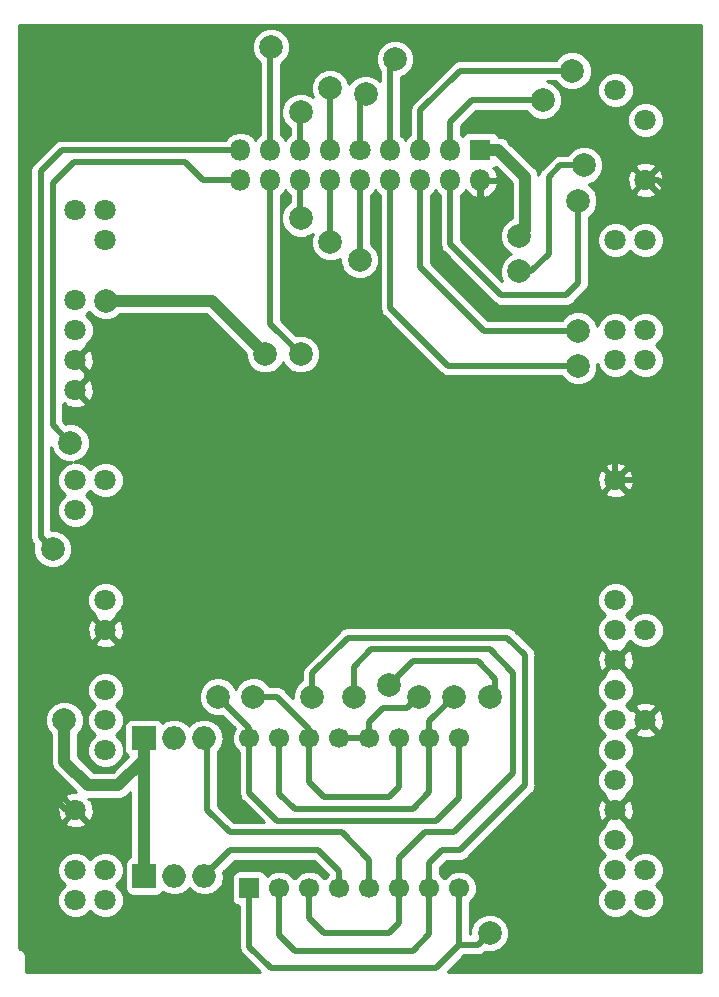
<source format=gbr>
G04 #@! TF.GenerationSoftware,KiCad,Pcbnew,5.0.2+dfsg1-1*
G04 #@! TF.CreationDate,2019-04-27T12:39:24-05:00*
G04 #@! TF.ProjectId,AdaptadorCamara,41646170-7461-4646-9f72-43616d617261,rev?*
G04 #@! TF.SameCoordinates,Original*
G04 #@! TF.FileFunction,Copper,L2,Bot*
G04 #@! TF.FilePolarity,Positive*
%FSLAX45Y45*%
G04 Gerber Fmt 4.5, Leading zero omitted, Abs format (unit mm)*
G04 Created by KiCad (PCBNEW 5.0.2+dfsg1-1) date sáb 27 abr 2019 12:39:24 -05*
%MOMM*%
%LPD*%
G01*
G04 APERTURE LIST*
G04 #@! TA.AperFunction,ComponentPad*
%ADD10O,2.000000X2.000000*%
G04 #@! TD*
G04 #@! TA.AperFunction,ComponentPad*
%ADD11R,2.000000X2.000000*%
G04 #@! TD*
G04 #@! TA.AperFunction,ComponentPad*
%ADD12C,1.800000*%
G04 #@! TD*
G04 #@! TA.AperFunction,ComponentPad*
%ADD13R,1.800000X1.800000*%
G04 #@! TD*
G04 #@! TA.AperFunction,ComponentPad*
%ADD14O,1.800000X1.800000*%
G04 #@! TD*
G04 #@! TA.AperFunction,ComponentPad*
%ADD15R,1.700000X1.700000*%
G04 #@! TD*
G04 #@! TA.AperFunction,ComponentPad*
%ADD16C,1.700000*%
G04 #@! TD*
G04 #@! TA.AperFunction,ViaPad*
%ADD17C,2.000000*%
G04 #@! TD*
G04 #@! TA.AperFunction,Conductor*
%ADD18C,1.000000*%
G04 #@! TD*
G04 #@! TA.AperFunction,Conductor*
%ADD19C,0.500000*%
G04 #@! TD*
G04 #@! TA.AperFunction,Conductor*
%ADD20C,0.254000*%
G04 #@! TD*
%ADD21C,0.254000*%
G04 APERTURE END LIST*
D10*
G04 #@! TO.P,Q1,2*
G04 #@! TO.N,Net-(Q1-Pad2)*
X1332200Y881200D03*
G04 #@! TO.P,Q1,3*
G04 #@! TO.N,Net-(Q1-Pad3)*
X1586200Y881200D03*
D11*
G04 #@! TO.P,Q1,1*
G04 #@! TO.N,+5V*
X1078200Y881200D03*
G04 #@! TD*
G04 #@! TO.P,Q2,1*
G04 #@! TO.N,+5V*
X1073000Y2050000D03*
D10*
G04 #@! TO.P,Q2,3*
G04 #@! TO.N,Net-(Q2-Pad3)*
X1581000Y2050000D03*
G04 #@! TO.P,Q2,2*
G04 #@! TO.N,Net-(Q2-Pad2)*
X1327000Y2050000D03*
G04 #@! TD*
D12*
G04 #@! TO.P,U1,A1*
G04 #@! TO.N,Net-(U1-PadA1)*
X494000Y6520000D03*
G04 #@! TO.P,U1,A2*
G04 #@! TO.N,/D2*
X748000Y6520000D03*
G04 #@! TO.P,U1,A4*
G04 #@! TO.N,/D3*
X748000Y6266000D03*
G04 #@! TO.P,U1,A7*
G04 #@! TO.N,+3V3*
X494000Y5758000D03*
G04 #@! TO.P,U1,A9*
G04 #@! TO.N,+5V*
X494000Y5504000D03*
G04 #@! TO.P,U1,A11*
G04 #@! TO.N,GND*
X494000Y5250000D03*
G04 #@! TO.P,U1,A13*
X494000Y4996000D03*
G04 #@! TO.P,U1,B1*
G04 #@! TO.N,/PWDN*
X494000Y4234000D03*
G04 #@! TO.P,U1,B2*
G04 #@! TO.N,Net-(U1-PadB2)*
X748000Y4234000D03*
G04 #@! TO.P,U1,B3*
G04 #@! TO.N,/RST*
X494000Y3980000D03*
G04 #@! TO.P,U1,B10*
G04 #@! TO.N,/D5*
X748000Y3218000D03*
G04 #@! TO.P,U1,B12*
G04 #@! TO.N,GND*
X748000Y2964000D03*
G04 #@! TO.P,U1,B16*
G04 #@! TO.N,/D4*
X748000Y2456000D03*
G04 #@! TO.P,U1,B18*
G04 #@! TO.N,/D6*
X748000Y2202000D03*
G04 #@! TO.P,U1,B20*
G04 #@! TO.N,/D7*
X748000Y1948000D03*
G04 #@! TO.P,U1,B23*
G04 #@! TO.N,GND*
X494000Y1440000D03*
G04 #@! TO.P,U1,B27*
G04 #@! TO.N,Net-(U1-PadB27)*
X494000Y932000D03*
G04 #@! TO.P,U1,B28*
G04 #@! TO.N,/DC2*
X748000Y932000D03*
G04 #@! TO.P,U1,B29*
G04 #@! TO.N,Net-(U1-PadB29)*
X494000Y678000D03*
G04 #@! TO.P,U1,B30*
G04 #@! TO.N,/DC1*
X748000Y678000D03*
G04 #@! TO.P,U1,C33*
G04 #@! TO.N,Net-(U1-PadC33)*
X5066000Y678000D03*
G04 #@! TO.P,U1,C34*
G04 #@! TO.N,Net-(U1-PadC34)*
X5320000Y678000D03*
G04 #@! TO.P,U1,C31*
G04 #@! TO.N,/Da*
X5066000Y932000D03*
G04 #@! TO.P,U1,C32*
G04 #@! TO.N,Net-(U1-PadC32)*
X5320000Y932000D03*
G04 #@! TO.P,U1,C29*
G04 #@! TO.N,/Db*
X5066000Y1186000D03*
G04 #@! TO.P,U1,C27*
G04 #@! TO.N,GND*
X5066000Y1440000D03*
G04 #@! TO.P,U1,C25*
G04 #@! TO.N,/Dc*
X5066000Y1694000D03*
G04 #@! TO.P,U1,C23*
G04 #@! TO.N,/Dd*
X5066000Y1948000D03*
G04 #@! TO.P,U1,C21*
G04 #@! TO.N,/De*
X5066000Y2202000D03*
G04 #@! TO.P,U1,C22*
G04 #@! TO.N,GND*
X5320000Y2202000D03*
G04 #@! TO.P,U1,C19*
G04 #@! TO.N,/Df*
X5066000Y2456000D03*
G04 #@! TO.P,U1,C17*
G04 #@! TO.N,GND*
X5066000Y2710000D03*
G04 #@! TO.P,U1,C15*
G04 #@! TO.N,/Dg*
X5066000Y2964000D03*
G04 #@! TO.P,U1,C16*
G04 #@! TO.N,/VSYNC*
X5320000Y2964000D03*
G04 #@! TO.P,U1,C13*
G04 #@! TO.N,/SIOC*
X5066000Y3218000D03*
G04 #@! TO.P,U1,C5*
G04 #@! TO.N,GND*
X5066000Y4234000D03*
G04 #@! TO.P,U1,D1*
G04 #@! TO.N,/D0*
X5066000Y7536000D03*
G04 #@! TO.P,U1,D4*
G04 #@! TO.N,/SIOD*
X5320000Y7282000D03*
G04 #@! TO.P,U1,D8*
G04 #@! TO.N,GND*
X5320000Y6774000D03*
G04 #@! TO.P,U1,D11*
G04 #@! TO.N,/D1*
X5066000Y6266000D03*
G04 #@! TO.P,U1,D12*
G04 #@! TO.N,/PCLK*
X5320000Y6266000D03*
G04 #@! TO.P,U1,D17*
G04 #@! TO.N,/HREF*
X5066000Y5504000D03*
G04 #@! TO.P,U1,D18*
G04 #@! TO.N,Net-(U1-PadD18)*
X5320000Y5504000D03*
G04 #@! TO.P,U1,D19*
G04 #@! TO.N,/XCLK*
X5066000Y5250000D03*
G04 #@! TO.P,U1,D20*
G04 #@! TO.N,Net-(U1-PadD20)*
X5320000Y5250000D03*
G04 #@! TD*
D13*
G04 #@! TO.P,J1,1*
G04 #@! TO.N,+3V3*
X3923000Y7028000D03*
D14*
G04 #@! TO.P,J1,2*
G04 #@! TO.N,GND*
X3923000Y6774000D03*
G04 #@! TO.P,J1,3*
G04 #@! TO.N,/SIOC*
X3669000Y7028000D03*
G04 #@! TO.P,J1,4*
G04 #@! TO.N,/SIOD*
X3669000Y6774000D03*
G04 #@! TO.P,J1,5*
G04 #@! TO.N,/VSYNC*
X3415000Y7028000D03*
G04 #@! TO.P,J1,6*
G04 #@! TO.N,/HREF*
X3415000Y6774000D03*
G04 #@! TO.P,J1,7*
G04 #@! TO.N,/PCLK*
X3161000Y7028000D03*
G04 #@! TO.P,J1,8*
G04 #@! TO.N,/XCLK*
X3161000Y6774000D03*
D12*
G04 #@! TO.P,J1,9*
G04 #@! TO.N,/D7*
X2907000Y7028000D03*
D14*
G04 #@! TO.P,J1,10*
G04 #@! TO.N,/D6*
X2907000Y6774000D03*
G04 #@! TO.P,J1,11*
G04 #@! TO.N,/D5*
X2653000Y7028000D03*
G04 #@! TO.P,J1,12*
G04 #@! TO.N,/D4*
X2653000Y6774000D03*
G04 #@! TO.P,J1,13*
G04 #@! TO.N,/D3*
X2399000Y7028000D03*
G04 #@! TO.P,J1,14*
G04 #@! TO.N,/D2*
X2399000Y6774000D03*
G04 #@! TO.P,J1,15*
G04 #@! TO.N,/D1*
X2145000Y7028000D03*
G04 #@! TO.P,J1,16*
G04 #@! TO.N,/D0*
X2145000Y6774000D03*
G04 #@! TO.P,J1,17*
G04 #@! TO.N,/RST*
X1891000Y7028000D03*
G04 #@! TO.P,J1,18*
G04 #@! TO.N,/PWDN*
X1891000Y6774000D03*
G04 #@! TD*
D15*
G04 #@! TO.P,U2,1*
G04 #@! TO.N,Net-(R4-Pad1)*
X1967200Y779600D03*
D16*
G04 #@! TO.P,U2,2*
G04 #@! TO.N,Net-(R6-Pad1)*
X2221200Y779600D03*
G04 #@! TO.P,U2,3*
G04 #@! TO.N,Net-(R5-Pad1)*
X2475200Y779600D03*
G04 #@! TO.P,U2,4*
G04 #@! TO.N,Net-(Q1-Pad3)*
X2729200Y779600D03*
G04 #@! TO.P,U2,5*
G04 #@! TO.N,Net-(Q2-Pad3)*
X2983200Y779600D03*
G04 #@! TO.P,U2,6*
G04 #@! TO.N,Net-(R5-Pad1)*
X3237200Y779600D03*
G04 #@! TO.P,U2,7*
G04 #@! TO.N,Net-(R6-Pad1)*
X3491200Y779600D03*
G04 #@! TO.P,U2,8*
G04 #@! TO.N,Net-(R4-Pad1)*
X3745200Y779600D03*
G04 #@! TO.P,U2,9*
G04 #@! TO.N,Net-(R8-Pad1)*
X3745200Y2049600D03*
G04 #@! TO.P,U2,10*
G04 #@! TO.N,Net-(R2-Pad1)*
X3491200Y2049600D03*
G04 #@! TO.P,U2,11*
G04 #@! TO.N,Net-(R7-Pad1)*
X3237200Y2049600D03*
G04 #@! TO.P,U2,12*
G04 #@! TO.N,Net-(R3-Pad1)*
X2983200Y2049600D03*
G04 #@! TO.P,U2,13*
X2729200Y2049600D03*
G04 #@! TO.P,U2,14*
G04 #@! TO.N,Net-(R7-Pad1)*
X2475200Y2049600D03*
G04 #@! TO.P,U2,15*
G04 #@! TO.N,Net-(R2-Pad1)*
X2221200Y2049600D03*
G04 #@! TO.P,U2,16*
G04 #@! TO.N,Net-(R8-Pad1)*
X1967200Y2049600D03*
G04 #@! TD*
D17*
G04 #@! TO.N,+3V3*
X750000Y5750000D03*
X4250000Y6300000D03*
X2100000Y5300000D03*
G04 #@! TO.N,GND*
X3900000Y6400000D03*
X750000Y4550000D03*
X1850000Y4550000D03*
G04 #@! TO.N,/SIOC*
X4450000Y7450000D03*
G04 #@! TO.N,/SIOD*
X4750000Y6600000D03*
G04 #@! TO.N,/VSYNC*
X4700000Y7700000D03*
G04 #@! TO.N,/HREF*
X4750000Y5500000D03*
G04 #@! TO.N,/PCLK*
X3200000Y7800000D03*
G04 #@! TO.N,/XCLK*
X4750000Y5200000D03*
G04 #@! TO.N,/D7*
X2950000Y7500000D03*
G04 #@! TO.N,/D6*
X2900000Y6100000D03*
G04 #@! TO.N,/D5*
X2650000Y7550000D03*
G04 #@! TO.N,/D4*
X2650000Y6250000D03*
G04 #@! TO.N,/D3*
X2400000Y7350000D03*
G04 #@! TO.N,/D2*
X2400000Y6450000D03*
G04 #@! TO.N,/D1*
X2150000Y7900000D03*
G04 #@! TO.N,/D0*
X4800000Y6900000D03*
X4250000Y6000000D03*
X2400000Y5300000D03*
G04 #@! TO.N,/RST*
X300000Y3650000D03*
G04 #@! TO.N,/PWDN*
X450000Y4550000D03*
G04 #@! TO.N,+5V*
X400000Y2200000D03*
G04 #@! TO.N,Net-(R2-Pad1)*
X3700000Y2400000D03*
G04 #@! TO.N,Net-(R3-Pad1)*
X3400000Y2400000D03*
G04 #@! TO.N,Net-(R4-Pad1)*
X4000000Y400000D03*
X4000000Y2400000D03*
X3150000Y2500000D03*
G04 #@! TO.N,Net-(R5-Pad1)*
X2850000Y2400000D03*
G04 #@! TO.N,Net-(R6-Pad1)*
X2500000Y2400000D03*
G04 #@! TO.N,Net-(R7-Pad1)*
X2000000Y2400000D03*
G04 #@! TO.N,Net-(R8-Pad1)*
X1700000Y2400000D03*
G04 #@! TD*
D18*
G04 #@! TO.N,+3V3*
X3923000Y7028000D02*
X4072000Y7028000D01*
X4300000Y6350000D02*
X4250000Y6300000D01*
X4300000Y6800000D02*
X4300000Y6350000D01*
X4072000Y7028000D02*
X4300000Y6800000D01*
X1650000Y5750000D02*
X750000Y5750000D01*
X2100000Y5300000D02*
X1650000Y5750000D01*
G04 #@! TO.N,GND*
X3923000Y6423000D02*
X3900000Y6400000D01*
X1850000Y4550000D02*
X750000Y4550000D01*
D19*
X3923000Y6774000D02*
X3923000Y6423000D01*
X3923000Y6423000D02*
X3900000Y6400000D01*
X494000Y1440000D02*
X410000Y1440000D01*
X410000Y1440000D02*
X150000Y1700000D01*
X150000Y1700000D02*
X150000Y3050000D01*
X150000Y3050000D02*
X1650000Y4550000D01*
X1650000Y4550000D02*
X1850000Y4550000D01*
X5320000Y6774000D02*
X5426000Y6774000D01*
X5284000Y4234000D02*
X5066000Y4234000D01*
X5600000Y4550000D02*
X5284000Y4234000D01*
X5600000Y6600000D02*
X5600000Y4550000D01*
X5426000Y6774000D02*
X5600000Y6600000D01*
X5066000Y4234000D02*
X5066000Y4784000D01*
X1850000Y4650000D02*
X1850000Y4550000D01*
X2150000Y4950000D02*
X1850000Y4650000D01*
X4900000Y4950000D02*
X2150000Y4950000D01*
X5066000Y4784000D02*
X4900000Y4950000D01*
G04 #@! TO.N,/SIOC*
X4450000Y7450000D02*
X3850000Y7450000D01*
X3850000Y7450000D02*
X3669000Y7269000D01*
X3669000Y7269000D02*
X3669000Y7028000D01*
G04 #@! TO.N,/SIOD*
X3669000Y6774000D02*
X3669000Y6231000D01*
X4750000Y5900000D02*
X4750000Y6600000D01*
X4650000Y5800000D02*
X4750000Y5900000D01*
X4100000Y5800000D02*
X4650000Y5800000D01*
X3669000Y6231000D02*
X4100000Y5800000D01*
G04 #@! TO.N,/VSYNC*
X3415000Y7028000D02*
X3415000Y7365000D01*
X3750000Y7700000D02*
X4700000Y7700000D01*
X3415000Y7365000D02*
X3750000Y7700000D01*
G04 #@! TO.N,/HREF*
X3415000Y6774000D02*
X3415000Y6035000D01*
X3950000Y5500000D02*
X4750000Y5500000D01*
X3415000Y6035000D02*
X3950000Y5500000D01*
G04 #@! TO.N,/PCLK*
X3161000Y7761000D02*
X3161000Y7028000D01*
X3200000Y7800000D02*
X3161000Y7761000D01*
G04 #@! TO.N,/XCLK*
X3161000Y6774000D02*
X3161000Y5689000D01*
X3650000Y5200000D02*
X4750000Y5200000D01*
X3161000Y5689000D02*
X3650000Y5200000D01*
G04 #@! TO.N,/D7*
X2907000Y7028000D02*
X2907000Y7457000D01*
X2907000Y7457000D02*
X2950000Y7500000D01*
G04 #@! TO.N,/D6*
X2907000Y6774000D02*
X2907000Y6107000D01*
X2907000Y6107000D02*
X2900000Y6100000D01*
G04 #@! TO.N,/D5*
X2653000Y7547000D02*
X2653000Y7028000D01*
X2650000Y7550000D02*
X2653000Y7547000D01*
G04 #@! TO.N,/D4*
X2653000Y6774000D02*
X2653000Y6253000D01*
X2653000Y6253000D02*
X2650000Y6250000D01*
G04 #@! TO.N,/D3*
X2399000Y7028000D02*
X2399000Y7349000D01*
X2399000Y7349000D02*
X2400000Y7350000D01*
G04 #@! TO.N,/D2*
X2399000Y6774000D02*
X2399000Y6451000D01*
X2399000Y6451000D02*
X2400000Y6450000D01*
G04 #@! TO.N,/D1*
X2145000Y7895000D02*
X2145000Y7028000D01*
X2150000Y7900000D02*
X2145000Y7895000D01*
G04 #@! TO.N,/D0*
X4800000Y6900000D02*
X4600000Y6900000D01*
X4600000Y6900000D02*
X4500000Y6800000D01*
X4500000Y6800000D02*
X4500000Y6150000D01*
X4500000Y6150000D02*
X4350000Y6000000D01*
X4350000Y6000000D02*
X4250000Y6000000D01*
X2145000Y6774000D02*
X2145000Y5555000D01*
X2145000Y5555000D02*
X2400000Y5300000D01*
G04 #@! TO.N,/RST*
X1891000Y7028000D02*
X378000Y7028000D01*
X200000Y3750000D02*
X300000Y3650000D01*
X200000Y6850000D02*
X200000Y3750000D01*
X378000Y7028000D02*
X200000Y6850000D01*
G04 #@! TO.N,/PWDN*
X1891000Y6774000D02*
X1576000Y6774000D01*
X300000Y4700000D02*
X450000Y4550000D01*
X300000Y6750000D02*
X300000Y4700000D01*
X478000Y6928000D02*
X300000Y6750000D01*
X1422000Y6928000D02*
X478000Y6928000D01*
X1576000Y6774000D02*
X1422000Y6928000D01*
D18*
G04 #@! TO.N,+5V*
X600000Y1650000D02*
X856400Y1650000D01*
X400000Y2200000D02*
X400000Y1850000D01*
X400000Y1850000D02*
X600000Y1650000D01*
X1073000Y2050000D02*
X1073000Y886400D01*
X1073000Y886400D02*
X1078200Y881200D01*
X1073000Y2050000D02*
X1073000Y1866600D01*
X1073000Y1866600D02*
X856400Y1650000D01*
D19*
G04 #@! TO.N,Net-(Q1-Pad3)*
X2729200Y779600D02*
X2729200Y920800D01*
X1805000Y1100000D02*
X1586200Y881200D01*
X2550000Y1100000D02*
X1805000Y1100000D01*
X2729200Y920800D02*
X2550000Y1100000D01*
G04 #@! TO.N,Net-(Q2-Pad3)*
X1611600Y1897200D02*
X1611600Y1750000D01*
X1611600Y1750000D02*
X1611600Y1438400D01*
X2983200Y1016800D02*
X2983200Y779600D01*
X2750000Y1250000D02*
X2983200Y1016800D01*
X1800000Y1250000D02*
X2750000Y1250000D01*
X1611600Y1438400D02*
X1800000Y1250000D01*
X1611600Y1750000D02*
X1611600Y2019400D01*
X1611600Y2019400D02*
X1581000Y2050000D01*
G04 #@! TO.N,Net-(R2-Pad1)*
X3491200Y1591200D02*
X3491200Y2049600D01*
X3350000Y1450000D02*
X3491200Y1591200D01*
X2350000Y1450000D02*
X3350000Y1450000D01*
X2221200Y2049600D02*
X2221200Y1578800D01*
X2221200Y1578800D02*
X2350000Y1450000D01*
X3491200Y2191200D02*
X3491200Y2049600D01*
X3700000Y2400000D02*
X3491200Y2191200D01*
X3491200Y2191200D02*
X3491200Y2049600D01*
G04 #@! TO.N,Net-(R3-Pad1)*
X2729200Y2049600D02*
X2983200Y2049600D01*
X2983200Y2183200D02*
X2983200Y2049600D01*
X3100000Y2300000D02*
X2983200Y2183200D01*
X3300000Y2300000D02*
X3100000Y2300000D01*
X3400000Y2400000D02*
X3300000Y2300000D01*
X3400000Y2400000D02*
X3300000Y2300000D01*
G04 #@! TO.N,Net-(R4-Pad1)*
X1967200Y779600D02*
X1967200Y282800D01*
X3745200Y295200D02*
X3745200Y300000D01*
X3745200Y300000D02*
X3745200Y779600D01*
X3550000Y100000D02*
X3745200Y295200D01*
X2150000Y100000D02*
X3550000Y100000D01*
X1967200Y282800D02*
X2150000Y100000D01*
X3900000Y300000D02*
X3745200Y300000D01*
X4000000Y400000D02*
X3900000Y300000D01*
X4050000Y2450000D02*
X4000000Y2400000D01*
X4050000Y2550000D02*
X4050000Y2450000D01*
X3900000Y2700000D02*
X4050000Y2550000D01*
X3350000Y2700000D02*
X3900000Y2700000D01*
X3150000Y2500000D02*
X3350000Y2700000D01*
G04 #@! TO.N,Net-(R5-Pad1)*
X2475200Y779600D02*
X2475200Y524800D01*
X3237200Y487200D02*
X3237200Y779600D01*
X3150000Y400000D02*
X3237200Y487200D01*
X2600000Y400000D02*
X3150000Y400000D01*
X2475200Y524800D02*
X2600000Y400000D01*
X4200000Y2600000D02*
X4000000Y2800000D01*
X4200000Y1750000D02*
X4200000Y2600000D01*
X4150000Y1700000D02*
X4200000Y1750000D01*
X2850000Y2400000D02*
X2850000Y2650000D01*
X3000000Y2800000D02*
X4000000Y2800000D01*
X2850000Y2650000D02*
X3000000Y2800000D01*
X3237200Y779600D02*
X3237200Y1037200D01*
X3237200Y1037200D02*
X3450000Y1250000D01*
X3450000Y1250000D02*
X3700000Y1250000D01*
X3700000Y1250000D02*
X4150000Y1700000D01*
G04 #@! TO.N,Net-(R6-Pad1)*
X2221200Y779600D02*
X2221200Y378800D01*
X3491200Y391200D02*
X3491200Y779600D01*
X3350000Y250000D02*
X3491200Y391200D01*
X2350000Y250000D02*
X3350000Y250000D01*
X2221200Y378800D02*
X2350000Y250000D01*
X3491200Y779600D02*
X3491200Y991200D01*
X2500000Y2600000D02*
X2500000Y2400000D01*
X2800000Y2900000D02*
X2500000Y2600000D01*
X4150000Y2900000D02*
X2800000Y2900000D01*
X4300000Y2750000D02*
X4150000Y2900000D01*
X4300000Y1650000D02*
X4300000Y2750000D01*
X3750000Y1100000D02*
X4300000Y1650000D01*
X3600000Y1100000D02*
X3750000Y1100000D01*
X3491200Y991200D02*
X3600000Y1100000D01*
G04 #@! TO.N,Net-(R7-Pad1)*
X2475200Y2049600D02*
X2475200Y1674800D01*
X3237200Y1637200D02*
X3237200Y2049600D01*
X3150000Y1550000D02*
X3237200Y1637200D01*
X2600000Y1550000D02*
X3150000Y1550000D01*
X2475200Y1674800D02*
X2600000Y1550000D01*
X2000000Y2400000D02*
X2200000Y2400000D01*
X2475200Y2124800D02*
X2475200Y2049600D01*
X2200000Y2400000D02*
X2475200Y2124800D01*
G04 #@! TO.N,Net-(R8-Pad1)*
X1967200Y2049600D02*
X1967200Y1582800D01*
X1967200Y1582800D02*
X2200000Y1350000D01*
X2200000Y1350000D02*
X3550000Y1350000D01*
X3550000Y1350000D02*
X3745200Y1545200D01*
X3745200Y1545200D02*
X3745200Y2049600D01*
X1967200Y2132800D02*
X1967200Y2049600D01*
X1700000Y2400000D02*
X1967200Y2132800D01*
G04 #@! TD*
D20*
G04 #@! TO.N,GND*
X12700Y8087300D02*
X5787300Y8087300D01*
X12700Y8063170D02*
X2116681Y8063170D01*
X2183319Y8063170D02*
X5787300Y8063170D01*
X12700Y8039040D02*
X2058426Y8039040D01*
X2241574Y8039040D02*
X5787300Y8039040D01*
X12700Y8014910D02*
X2033686Y8014910D01*
X2266314Y8014910D02*
X5787300Y8014910D01*
X12700Y7990780D02*
X2010631Y7990780D01*
X2289369Y7990780D02*
X5787300Y7990780D01*
X12700Y7966650D02*
X2000636Y7966650D01*
X2299364Y7966650D02*
X5787300Y7966650D01*
X12700Y7942520D02*
X1990641Y7942520D01*
X2309359Y7942520D02*
X3116828Y7942520D01*
X3283172Y7942520D02*
X5787300Y7942520D01*
X12700Y7918390D02*
X1986500Y7918390D01*
X2313500Y7918390D02*
X3087166Y7918390D01*
X3312834Y7918390D02*
X5787300Y7918390D01*
X12700Y7894260D02*
X1986500Y7894260D01*
X2313500Y7894260D02*
X3063036Y7894260D01*
X3336964Y7894260D02*
X5787300Y7894260D01*
X12700Y7870130D02*
X1986500Y7870130D01*
X2313500Y7870130D02*
X3052078Y7870130D01*
X3347922Y7870130D02*
X5787300Y7870130D01*
X12700Y7846000D02*
X1995396Y7846000D01*
X2304604Y7846000D02*
X3042083Y7846000D01*
X3357917Y7846000D02*
X4625229Y7846000D01*
X4774771Y7846000D02*
X5787300Y7846000D01*
X12700Y7821870D02*
X2005391Y7821870D01*
X2294609Y7821870D02*
X3036500Y7821870D01*
X3363500Y7821870D02*
X4590646Y7821870D01*
X4809354Y7821870D02*
X5787300Y7821870D01*
X12700Y7797740D02*
X2021036Y7797740D01*
X2278964Y7797740D02*
X3036500Y7797740D01*
X3363500Y7797740D02*
X4566516Y7797740D01*
X4833484Y7797740D02*
X5787300Y7797740D01*
X12700Y7773610D02*
X2045166Y7773610D01*
X2254834Y7773610D02*
X3036500Y7773610D01*
X3363500Y7773610D02*
X3700869Y7773610D01*
X4846481Y7773610D02*
X5787300Y7773610D01*
X12700Y7749480D02*
X2056500Y7749480D01*
X2233500Y7749480D02*
X3043955Y7749480D01*
X3356045Y7749480D02*
X3674322Y7749480D01*
X4856476Y7749480D02*
X5787300Y7749480D01*
X12700Y7725350D02*
X2056500Y7725350D01*
X2233500Y7725350D02*
X3053950Y7725350D01*
X3346050Y7725350D02*
X3650192Y7725350D01*
X4863500Y7725350D02*
X5787300Y7725350D01*
X12700Y7701220D02*
X2056500Y7701220D01*
X2233500Y7701220D02*
X2587831Y7701220D01*
X2712169Y7701220D02*
X3067556Y7701220D01*
X3332444Y7701220D02*
X3626062Y7701220D01*
X4863500Y7701220D02*
X5787300Y7701220D01*
X12700Y7677090D02*
X2056500Y7677090D01*
X2233500Y7677090D02*
X2545866Y7677090D01*
X2754134Y7677090D02*
X3072500Y7677090D01*
X3308314Y7677090D02*
X3601932Y7677090D01*
X4863500Y7677090D02*
X5005507Y7677090D01*
X5126493Y7677090D02*
X5787300Y7677090D01*
X12700Y7652960D02*
X2056500Y7652960D01*
X2233500Y7652960D02*
X2521736Y7652960D01*
X2778264Y7652960D02*
X2892032Y7652960D01*
X3007968Y7652960D02*
X3072500Y7652960D01*
X3272260Y7652960D02*
X3577802Y7652960D01*
X4857487Y7652960D02*
X4965878Y7652960D01*
X5166122Y7652960D02*
X5787300Y7652960D01*
X12700Y7628830D02*
X2056500Y7628830D01*
X2233500Y7628830D02*
X2505681Y7628830D01*
X2794319Y7628830D02*
X2847606Y7628830D01*
X3052394Y7628830D02*
X3072500Y7628830D01*
X3249500Y7628830D02*
X3553672Y7628830D01*
X4847492Y7628830D02*
X4941748Y7628830D01*
X5190252Y7628830D02*
X5787300Y7628830D01*
X12700Y7604700D02*
X2056500Y7604700D01*
X2233500Y7604700D02*
X2495686Y7604700D01*
X2804314Y7604700D02*
X2823476Y7604700D01*
X3249500Y7604700D02*
X3529542Y7604700D01*
X4503767Y7604700D02*
X4564076Y7604700D01*
X4835924Y7604700D02*
X4928309Y7604700D01*
X5203691Y7604700D02*
X5787300Y7604700D01*
X12700Y7580570D02*
X2056500Y7580570D01*
X2233500Y7580570D02*
X2486500Y7580570D01*
X3249500Y7580570D02*
X3505412Y7580570D01*
X4550654Y7580570D02*
X4588206Y7580570D01*
X4811794Y7580570D02*
X4918314Y7580570D01*
X5213686Y7580570D02*
X5787300Y7580570D01*
X12700Y7556440D02*
X2056500Y7556440D01*
X2233500Y7556440D02*
X2486500Y7556440D01*
X3249500Y7556440D02*
X3481282Y7556440D01*
X4574784Y7556440D02*
X4619338Y7556440D01*
X4780662Y7556440D02*
X4912500Y7556440D01*
X5219500Y7556440D02*
X5787300Y7556440D01*
X12700Y7532310D02*
X2056500Y7532310D01*
X2233500Y7532310D02*
X2486500Y7532310D01*
X3249500Y7532310D02*
X3457152Y7532310D01*
X4592877Y7532310D02*
X4912500Y7532310D01*
X5219500Y7532310D02*
X5787300Y7532310D01*
X12700Y7508180D02*
X2056500Y7508180D01*
X2233500Y7508180D02*
X2354634Y7508180D01*
X2445366Y7508180D02*
X2490351Y7508180D01*
X3249500Y7508180D02*
X3433022Y7508180D01*
X4602872Y7508180D02*
X4912500Y7508180D01*
X5219500Y7508180D02*
X5787300Y7508180D01*
X12700Y7484050D02*
X2056500Y7484050D01*
X2233500Y7484050D02*
X2302826Y7484050D01*
X2497174Y7484050D02*
X2500346Y7484050D01*
X3249500Y7484050D02*
X3408892Y7484050D01*
X4612867Y7484050D02*
X4921371Y7484050D01*
X5210629Y7484050D02*
X5787300Y7484050D01*
X12700Y7459920D02*
X2056500Y7459920D01*
X2233500Y7459920D02*
X2278696Y7459920D01*
X3249500Y7459920D02*
X3384762Y7459920D01*
X4613500Y7459920D02*
X4931366Y7459920D01*
X5200634Y7459920D02*
X5787300Y7459920D01*
X12700Y7435790D02*
X2056500Y7435790D01*
X2233500Y7435790D02*
X2258564Y7435790D01*
X3249500Y7435790D02*
X3360632Y7435790D01*
X4613500Y7435790D02*
X4949128Y7435790D01*
X5182872Y7435790D02*
X5787300Y7435790D01*
X12700Y7411660D02*
X2056500Y7411660D01*
X2233500Y7411660D02*
X2248569Y7411660D01*
X3249500Y7411660D02*
X3339739Y7411660D01*
X4611090Y7411660D02*
X4973258Y7411660D01*
X5158742Y7411660D02*
X5232578Y7411660D01*
X5407422Y7411660D02*
X5787300Y7411660D01*
X12700Y7387530D02*
X2056500Y7387530D01*
X2233500Y7387530D02*
X2238574Y7387530D01*
X3249500Y7387530D02*
X3329248Y7387530D01*
X4601095Y7387530D02*
X5023324Y7387530D01*
X5108676Y7387530D02*
X5208448Y7387530D01*
X5431552Y7387530D02*
X5787300Y7387530D01*
X12700Y7363400D02*
X2056500Y7363400D01*
X2233500Y7363400D02*
X2236500Y7363400D01*
X3249500Y7363400D02*
X3325084Y7363400D01*
X4591100Y7363400D02*
X5187570Y7363400D01*
X5452430Y7363400D02*
X5787300Y7363400D01*
X12700Y7339270D02*
X2056500Y7339270D01*
X2233500Y7339270D02*
X2236500Y7339270D01*
X3249500Y7339270D02*
X3326500Y7339270D01*
X3864428Y7339270D02*
X4329506Y7339270D01*
X4570494Y7339270D02*
X5177575Y7339270D01*
X5462425Y7339270D02*
X5787300Y7339270D01*
X12700Y7315140D02*
X2056500Y7315140D01*
X2233500Y7315140D02*
X2237468Y7315140D01*
X3249500Y7315140D02*
X3326500Y7315140D01*
X3840298Y7315140D02*
X4353636Y7315140D01*
X4546364Y7315140D02*
X5167580Y7315140D01*
X5472420Y7315140D02*
X5787300Y7315140D01*
X12700Y7291010D02*
X2056500Y7291010D01*
X2233500Y7291010D02*
X2247463Y7291010D01*
X3249500Y7291010D02*
X3326500Y7291010D01*
X3816168Y7291010D02*
X4406590Y7291010D01*
X4493410Y7291010D02*
X5166500Y7291010D01*
X5473500Y7291010D02*
X5787300Y7291010D01*
X12700Y7266880D02*
X2056500Y7266880D01*
X2233500Y7266880D02*
X2257458Y7266880D01*
X3249500Y7266880D02*
X3326500Y7266880D01*
X3792038Y7266880D02*
X5166500Y7266880D01*
X5473500Y7266880D02*
X5787300Y7266880D01*
X12700Y7242750D02*
X2056500Y7242750D01*
X2233500Y7242750D02*
X2276026Y7242750D01*
X3249500Y7242750D02*
X3326500Y7242750D01*
X3767908Y7242750D02*
X5170111Y7242750D01*
X5469889Y7242750D02*
X5787300Y7242750D01*
X12700Y7218620D02*
X2056500Y7218620D01*
X2233500Y7218620D02*
X2300156Y7218620D01*
X3249500Y7218620D02*
X3326500Y7218620D01*
X3757500Y7218620D02*
X5180106Y7218620D01*
X5459894Y7218620D02*
X5787300Y7218620D01*
X12700Y7194490D02*
X2056500Y7194490D01*
X2233500Y7194490D02*
X2310500Y7194490D01*
X3249500Y7194490D02*
X3326500Y7194490D01*
X3757500Y7194490D02*
X5190428Y7194490D01*
X5449572Y7194490D02*
X5787300Y7194490D01*
X12700Y7170360D02*
X1827764Y7170360D01*
X1954236Y7170360D02*
X2056500Y7170360D01*
X2233500Y7170360D02*
X2310500Y7170360D01*
X3249500Y7170360D02*
X3326500Y7170360D01*
X3757500Y7170360D02*
X3797065Y7170360D01*
X4048935Y7170360D02*
X5214558Y7170360D01*
X5425442Y7170360D02*
X5787300Y7170360D01*
X12700Y7146230D02*
X1791651Y7146230D01*
X1990349Y7146230D02*
X2045651Y7146230D01*
X2244349Y7146230D02*
X2299651Y7146230D01*
X3260349Y7146230D02*
X3315651Y7146230D01*
X3768349Y7146230D02*
X3775492Y7146230D01*
X4070508Y7146230D02*
X5246663Y7146230D01*
X5393337Y7146230D02*
X5787300Y7146230D01*
X12700Y7122100D02*
X1769263Y7122100D01*
X2012737Y7122100D02*
X2023263Y7122100D01*
X2266737Y7122100D02*
X2277263Y7122100D01*
X3282737Y7122100D02*
X3293263Y7122100D01*
X4135464Y7122100D02*
X5787300Y7122100D01*
X12700Y7097970D02*
X323422Y7097970D01*
X4162543Y7097970D02*
X5787300Y7097970D01*
X12700Y7073840D02*
X298682Y7073840D01*
X4186673Y7073840D02*
X5787300Y7073840D01*
X12700Y7049710D02*
X274552Y7049710D01*
X4210803Y7049710D02*
X4734186Y7049710D01*
X4865814Y7049710D02*
X5787300Y7049710D01*
X12700Y7025580D02*
X250422Y7025580D01*
X4234933Y7025580D02*
X4694356Y7025580D01*
X4905644Y7025580D02*
X5787300Y7025580D01*
X12700Y7001450D02*
X226292Y7001450D01*
X4259063Y7001450D02*
X4670226Y7001450D01*
X4929774Y7001450D02*
X5787300Y7001450D01*
X12700Y6977320D02*
X202162Y6977320D01*
X4283193Y6977320D02*
X4556422Y6977320D01*
X4944944Y6977320D02*
X5787300Y6977320D01*
X12700Y6953190D02*
X178032Y6953190D01*
X4307323Y6953190D02*
X4528032Y6953190D01*
X4954939Y6953190D02*
X5787300Y6953190D01*
X12700Y6929060D02*
X153902Y6929060D01*
X4331453Y6929060D02*
X4503902Y6929060D01*
X4963500Y6929060D02*
X5787300Y6929060D01*
X12700Y6904930D02*
X130265Y6904930D01*
X4355583Y6904930D02*
X4479772Y6904930D01*
X4963500Y6904930D02*
X5237664Y6904930D01*
X5402336Y6904930D02*
X5787300Y6904930D01*
X12700Y6880800D02*
X115893Y6880800D01*
X4382516Y6880800D02*
X4455642Y6880800D01*
X4963500Y6880800D02*
X5231161Y6880800D01*
X5408840Y6880800D02*
X5787300Y6880800D01*
X12700Y6856670D02*
X111093Y6856670D01*
X4398640Y6856670D02*
X4431428Y6856670D01*
X4959023Y6856670D02*
X5190062Y6856670D01*
X5219370Y6856670D02*
X5255291Y6856670D01*
X5384710Y6856670D02*
X5420631Y6856670D01*
X5449939Y6856670D02*
X5787300Y6856670D01*
X12700Y6832540D02*
X111500Y6832540D01*
X4409251Y6832540D02*
X4416239Y6832540D01*
X4949028Y6832540D02*
X5177967Y6832540D01*
X5243500Y6832540D02*
X5279421Y6832540D01*
X5360580Y6832540D02*
X5396501Y6832540D01*
X5463139Y6832540D02*
X5787300Y6832540D01*
X12700Y6808410D02*
X111500Y6808410D01*
X4939033Y6808410D02*
X5169139Y6808410D01*
X5267630Y6808410D02*
X5303551Y6808410D01*
X5336450Y6808410D02*
X5372371Y6808410D01*
X5472190Y6808410D02*
X5787300Y6808410D01*
X12700Y6784280D02*
X111500Y6784280D01*
X4915504Y6784280D02*
X5165933Y6784280D01*
X5291760Y6784280D02*
X5348241Y6784280D01*
X5473204Y6784280D02*
X5787300Y6784280D01*
X12700Y6760150D02*
X111500Y6760150D01*
X4889618Y6760150D02*
X5166946Y6760150D01*
X5288190Y6760150D02*
X5351811Y6760150D01*
X5474217Y6760150D02*
X5787300Y6760150D01*
X12700Y6736020D02*
X111500Y6736020D01*
X4845204Y6736020D02*
X5168344Y6736020D01*
X5264060Y6736020D02*
X5299981Y6736020D01*
X5340020Y6736020D02*
X5375941Y6736020D01*
X5469555Y6736020D02*
X5787300Y6736020D01*
X12700Y6711890D02*
X111500Y6711890D01*
X4869334Y6711890D02*
X5178339Y6711890D01*
X5239930Y6711890D02*
X5275851Y6711890D01*
X5364150Y6711890D02*
X5400071Y6711890D01*
X5460727Y6711890D02*
X5787300Y6711890D01*
X12700Y6687760D02*
X111500Y6687760D01*
X2271989Y6687760D02*
X2272011Y6687760D01*
X3033989Y6687760D02*
X3034011Y6687760D01*
X3541989Y6687760D02*
X3542011Y6687760D01*
X4890620Y6687760D02*
X5200659Y6687760D01*
X5215800Y6687760D02*
X5251721Y6687760D01*
X5388280Y6687760D02*
X5424201Y6687760D01*
X5439341Y6687760D02*
X5787300Y6687760D01*
X12700Y6663630D02*
X111500Y6663630D01*
X2255866Y6663630D02*
X2288134Y6663630D01*
X3017866Y6663630D02*
X3050134Y6663630D01*
X3525866Y6663630D02*
X3558134Y6663630D01*
X4900615Y6663630D02*
X5230738Y6663630D01*
X5409262Y6663630D02*
X5787300Y6663630D01*
X12700Y6639500D02*
X111500Y6639500D01*
X2233500Y6639500D02*
X2310500Y6639500D01*
X2995500Y6639500D02*
X3072500Y6639500D01*
X3503500Y6639500D02*
X3580500Y6639500D01*
X4910610Y6639500D02*
X5240869Y6639500D01*
X5399397Y6639500D02*
X5787300Y6639500D01*
X12700Y6615370D02*
X111500Y6615370D01*
X2233500Y6615370D02*
X2310500Y6615370D01*
X2995500Y6615370D02*
X3072500Y6615370D01*
X3503500Y6615370D02*
X3580500Y6615370D01*
X4913500Y6615370D02*
X5787300Y6615370D01*
X12700Y6591240D02*
X111500Y6591240D01*
X2233500Y6591240D02*
X2310500Y6591240D01*
X2995500Y6591240D02*
X3072500Y6591240D01*
X3503500Y6591240D02*
X3580500Y6591240D01*
X4913500Y6591240D02*
X5787300Y6591240D01*
X12700Y6567110D02*
X111500Y6567110D01*
X2233500Y6567110D02*
X2285886Y6567110D01*
X2995500Y6567110D02*
X3072500Y6567110D01*
X3503500Y6567110D02*
X3580500Y6567110D01*
X4913348Y6567110D02*
X5787300Y6567110D01*
X12700Y6542980D02*
X111500Y6542980D01*
X2233500Y6542980D02*
X2261756Y6542980D01*
X2995500Y6542980D02*
X3072500Y6542980D01*
X3503500Y6542980D02*
X3580500Y6542980D01*
X4903353Y6542980D02*
X5787300Y6542980D01*
X12700Y6518850D02*
X111500Y6518850D01*
X2233500Y6518850D02*
X2251548Y6518850D01*
X2995500Y6518850D02*
X3072500Y6518850D01*
X3503500Y6518850D02*
X3580500Y6518850D01*
X4893358Y6518850D02*
X5787300Y6518850D01*
X12700Y6494720D02*
X111500Y6494720D01*
X2233500Y6494720D02*
X2241553Y6494720D01*
X2995500Y6494720D02*
X3072500Y6494720D01*
X3503500Y6494720D02*
X3580500Y6494720D01*
X4875944Y6494720D02*
X5787300Y6494720D01*
X12700Y6470590D02*
X111500Y6470590D01*
X2233500Y6470590D02*
X2236500Y6470590D01*
X2995500Y6470590D02*
X3072500Y6470590D01*
X3503500Y6470590D02*
X3580500Y6470590D01*
X4851814Y6470590D02*
X5787300Y6470590D01*
X12700Y6446460D02*
X111500Y6446460D01*
X2233500Y6446460D02*
X2236500Y6446460D01*
X2995500Y6446460D02*
X3072500Y6446460D01*
X3503500Y6446460D02*
X3580500Y6446460D01*
X4838500Y6446460D02*
X5787300Y6446460D01*
X12700Y6422330D02*
X111500Y6422330D01*
X2233500Y6422330D02*
X2236500Y6422330D01*
X2995500Y6422330D02*
X3072500Y6422330D01*
X3503500Y6422330D02*
X3580500Y6422330D01*
X4838500Y6422330D02*
X5787300Y6422330D01*
X12700Y6398200D02*
X111500Y6398200D01*
X2233500Y6398200D02*
X2244485Y6398200D01*
X2995500Y6398200D02*
X3072500Y6398200D01*
X3503500Y6398200D02*
X3580500Y6398200D01*
X4838500Y6398200D02*
X4984044Y6398200D01*
X5147956Y6398200D02*
X5238044Y6398200D01*
X5401956Y6398200D02*
X5787300Y6398200D01*
X12700Y6374070D02*
X111500Y6374070D01*
X2233500Y6374070D02*
X2254480Y6374070D01*
X2995500Y6374070D02*
X3072500Y6374070D01*
X3503500Y6374070D02*
X3580500Y6374070D01*
X4838500Y6374070D02*
X4956988Y6374070D01*
X5175012Y6374070D02*
X5210988Y6374070D01*
X5429012Y6374070D02*
X5787300Y6374070D01*
X12700Y6349940D02*
X111500Y6349940D01*
X2233500Y6349940D02*
X2268836Y6349940D01*
X2995500Y6349940D02*
X3072500Y6349940D01*
X3503500Y6349940D02*
X3580500Y6349940D01*
X4838500Y6349940D02*
X4934622Y6349940D01*
X5451378Y6349940D02*
X5787300Y6349940D01*
X12700Y6325810D02*
X111500Y6325810D01*
X2233500Y6325810D02*
X2292966Y6325810D01*
X2995500Y6325810D02*
X3072500Y6325810D01*
X3503500Y6325810D02*
X3580500Y6325810D01*
X4838500Y6325810D02*
X4924627Y6325810D01*
X5461373Y6325810D02*
X5787300Y6325810D01*
X12700Y6301680D02*
X111500Y6301680D01*
X2233500Y6301680D02*
X2330830Y6301680D01*
X2469170Y6301680D02*
X2494436Y6301680D01*
X2995500Y6301680D02*
X3072500Y6301680D01*
X3503500Y6301680D02*
X3580500Y6301680D01*
X4838500Y6301680D02*
X4914632Y6301680D01*
X5471368Y6301680D02*
X5787300Y6301680D01*
X12700Y6277550D02*
X111500Y6277550D01*
X2233500Y6277550D02*
X2486500Y6277550D01*
X2995500Y6277550D02*
X3072500Y6277550D01*
X3503500Y6277550D02*
X3580500Y6277550D01*
X4838500Y6277550D02*
X4912500Y6277550D01*
X5473500Y6277550D02*
X5787300Y6277550D01*
X12700Y6253420D02*
X111500Y6253420D01*
X2233500Y6253420D02*
X2486500Y6253420D01*
X2995500Y6253420D02*
X3072500Y6253420D01*
X3503500Y6253420D02*
X3580500Y6253420D01*
X4838500Y6253420D02*
X4912500Y6253420D01*
X5473500Y6253420D02*
X5787300Y6253420D01*
X12700Y6229290D02*
X111500Y6229290D01*
X2233500Y6229290D02*
X2486500Y6229290D01*
X3001934Y6229290D02*
X3072500Y6229290D01*
X3503500Y6229290D02*
X3579106Y6229290D01*
X4838500Y6229290D02*
X4915059Y6229290D01*
X5470941Y6229290D02*
X5787300Y6229290D01*
X12700Y6205160D02*
X111500Y6205160D01*
X2233500Y6205160D02*
X2491602Y6205160D01*
X3026064Y6205160D02*
X3072500Y6205160D01*
X3503500Y6205160D02*
X3583906Y6205160D01*
X4838500Y6205160D02*
X4925054Y6205160D01*
X5460946Y6205160D02*
X5787300Y6205160D01*
X12700Y6181030D02*
X111500Y6181030D01*
X2233500Y6181030D02*
X2501597Y6181030D01*
X3043407Y6181030D02*
X3072500Y6181030D01*
X3503500Y6181030D02*
X3595951Y6181030D01*
X4838500Y6181030D02*
X4935049Y6181030D01*
X5450951Y6181030D02*
X5787300Y6181030D01*
X12700Y6156900D02*
X111500Y6156900D01*
X2233500Y6156900D02*
X2511876Y6156900D01*
X3053402Y6156900D02*
X3072500Y6156900D01*
X3503500Y6156900D02*
X3617942Y6156900D01*
X4838500Y6156900D02*
X4958018Y6156900D01*
X5173982Y6156900D02*
X5212018Y6156900D01*
X5427982Y6156900D02*
X5787300Y6156900D01*
X12700Y6132770D02*
X111500Y6132770D01*
X2233500Y6132770D02*
X2536006Y6132770D01*
X3063397Y6132770D02*
X3072500Y6132770D01*
X3503500Y6132770D02*
X3642072Y6132770D01*
X4838500Y6132770D02*
X4986531Y6132770D01*
X5145469Y6132770D02*
X5240531Y6132770D01*
X5399469Y6132770D02*
X5787300Y6132770D01*
X12700Y6108640D02*
X111500Y6108640D01*
X2233500Y6108640D02*
X2564027Y6108640D01*
X2735973Y6108640D02*
X2736500Y6108640D01*
X3063500Y6108640D02*
X3072500Y6108640D01*
X3503500Y6108640D02*
X3666202Y6108640D01*
X4838500Y6108640D02*
X5787300Y6108640D01*
X12700Y6084510D02*
X111500Y6084510D01*
X2233500Y6084510D02*
X2736500Y6084510D01*
X3063500Y6084510D02*
X3072500Y6084510D01*
X3503500Y6084510D02*
X3690332Y6084510D01*
X4838500Y6084510D02*
X5787300Y6084510D01*
X12700Y6060380D02*
X111500Y6060380D01*
X2233500Y6060380D02*
X2739440Y6060380D01*
X3060560Y6060380D02*
X3072500Y6060380D01*
X3514778Y6060380D02*
X3714462Y6060380D01*
X4838500Y6060380D02*
X5787300Y6060380D01*
X12700Y6036250D02*
X111500Y6036250D01*
X2233500Y6036250D02*
X2749435Y6036250D01*
X3050565Y6036250D02*
X3072500Y6036250D01*
X3538908Y6036250D02*
X3738592Y6036250D01*
X4838500Y6036250D02*
X5787300Y6036250D01*
X12700Y6012120D02*
X111500Y6012120D01*
X2233500Y6012120D02*
X2759430Y6012120D01*
X3040570Y6012120D02*
X3072500Y6012120D01*
X3563038Y6012120D02*
X3762722Y6012120D01*
X4838500Y6012120D02*
X5787300Y6012120D01*
X12700Y5987990D02*
X111500Y5987990D01*
X2233500Y5987990D02*
X2780786Y5987990D01*
X3019214Y5987990D02*
X3072500Y5987990D01*
X3587168Y5987990D02*
X3786852Y5987990D01*
X4838500Y5987990D02*
X5787300Y5987990D01*
X12700Y5963860D02*
X111500Y5963860D01*
X2233500Y5963860D02*
X2804916Y5963860D01*
X2995084Y5963860D02*
X3072500Y5963860D01*
X3611298Y5963860D02*
X3810982Y5963860D01*
X4838500Y5963860D02*
X5787300Y5963860D01*
X12700Y5939730D02*
X111500Y5939730D01*
X2233500Y5939730D02*
X2859680Y5939730D01*
X2940320Y5939730D02*
X3072500Y5939730D01*
X3635428Y5939730D02*
X3835112Y5939730D01*
X4838500Y5939730D02*
X5787300Y5939730D01*
X12700Y5915600D02*
X111500Y5915600D01*
X2233500Y5915600D02*
X3072500Y5915600D01*
X3659558Y5915600D02*
X3859242Y5915600D01*
X4838500Y5915600D02*
X5787300Y5915600D01*
X12700Y5891470D02*
X111500Y5891470D01*
X2233500Y5891470D02*
X3072500Y5891470D01*
X3683688Y5891470D02*
X3883372Y5891470D01*
X4838537Y5891470D02*
X5787300Y5891470D01*
X12700Y5867340D02*
X111500Y5867340D01*
X2233500Y5867340D02*
X3072500Y5867340D01*
X3707818Y5867340D02*
X3907502Y5867340D01*
X4833737Y5867340D02*
X5787300Y5867340D01*
X12700Y5843210D02*
X111500Y5843210D01*
X2233500Y5843210D02*
X3072500Y5843210D01*
X3731948Y5843210D02*
X3931632Y5843210D01*
X4818492Y5843210D02*
X5787300Y5843210D01*
X12700Y5819080D02*
X111500Y5819080D01*
X2233500Y5819080D02*
X3072500Y5819080D01*
X3756078Y5819080D02*
X3955762Y5819080D01*
X4794238Y5819080D02*
X5787300Y5819080D01*
X12700Y5794950D02*
X111500Y5794950D01*
X2233500Y5794950D02*
X3072500Y5794950D01*
X3780208Y5794950D02*
X3979892Y5794950D01*
X4770108Y5794950D02*
X5787300Y5794950D01*
X12700Y5770820D02*
X111500Y5770820D01*
X2233500Y5770820D02*
X3072500Y5770820D01*
X3804338Y5770820D02*
X4004022Y5770820D01*
X4745978Y5770820D02*
X5787300Y5770820D01*
X12700Y5746690D02*
X111500Y5746690D01*
X2233500Y5746690D02*
X3072500Y5746690D01*
X3828468Y5746690D02*
X4028152Y5746690D01*
X4721848Y5746690D02*
X5787300Y5746690D01*
X12700Y5722560D02*
X111500Y5722560D01*
X2233500Y5722560D02*
X3072500Y5722560D01*
X3852598Y5722560D02*
X4056601Y5722560D01*
X4693399Y5722560D02*
X5787300Y5722560D01*
X12700Y5698430D02*
X111500Y5698430D01*
X2233500Y5698430D02*
X3072500Y5698430D01*
X3876728Y5698430D02*
X5787300Y5698430D01*
X12700Y5674300D02*
X111500Y5674300D01*
X2233500Y5674300D02*
X3073690Y5674300D01*
X3900858Y5674300D02*
X5787300Y5674300D01*
X12700Y5650170D02*
X111500Y5650170D01*
X603252Y5650170D02*
X618606Y5650170D01*
X2233500Y5650170D02*
X3080507Y5650170D01*
X3924988Y5650170D02*
X4685296Y5650170D01*
X4814704Y5650170D02*
X5017771Y5650170D01*
X5114229Y5650170D02*
X5271771Y5650170D01*
X5368229Y5650170D02*
X5787300Y5650170D01*
X12700Y5626040D02*
X111500Y5626040D01*
X589042Y5626040D02*
X642736Y5626040D01*
X857264Y5626040D02*
X1613447Y5626040D01*
X2233500Y5626040D02*
X3096631Y5626040D01*
X3949118Y5626040D02*
X4644816Y5626040D01*
X4855184Y5626040D02*
X4970958Y5626040D01*
X5161042Y5626040D02*
X5224958Y5626040D01*
X5415042Y5626040D02*
X5787300Y5626040D01*
X12700Y5601910D02*
X111500Y5601910D01*
X613172Y5601910D02*
X680275Y5601910D01*
X819725Y5601910D02*
X1637577Y5601910D01*
X2233500Y5601910D02*
X3122932Y5601910D01*
X3973248Y5601910D02*
X4620686Y5601910D01*
X4879314Y5601910D02*
X4946828Y5601910D01*
X5185172Y5601910D02*
X5200828Y5601910D01*
X5439172Y5601910D02*
X5787300Y5601910D01*
X12700Y5577780D02*
X111500Y5577780D01*
X629587Y5577780D02*
X1661707Y5577780D01*
X2247378Y5577780D02*
X3147062Y5577780D01*
X4894754Y5577780D02*
X4930414Y5577780D01*
X5455587Y5577780D02*
X5787300Y5577780D01*
X12700Y5553650D02*
X111500Y5553650D01*
X639582Y5553650D02*
X1685837Y5553650D01*
X2271508Y5553650D02*
X3171192Y5553650D01*
X4904749Y5553650D02*
X4920419Y5553650D01*
X5465582Y5553650D02*
X5787300Y5553650D01*
X12700Y5529520D02*
X111500Y5529520D01*
X647500Y5529520D02*
X1709967Y5529520D01*
X2295638Y5529520D02*
X3195322Y5529520D01*
X5473500Y5529520D02*
X5787300Y5529520D01*
X12700Y5505390D02*
X111500Y5505390D01*
X647500Y5505390D02*
X1734097Y5505390D01*
X2319768Y5505390D02*
X3219452Y5505390D01*
X5473500Y5505390D02*
X5787300Y5505390D01*
X12700Y5481260D02*
X111500Y5481260D01*
X647500Y5481260D02*
X1758227Y5481260D01*
X2343898Y5481260D02*
X3243582Y5481260D01*
X5473500Y5481260D02*
X5787300Y5481260D01*
X12700Y5457130D02*
X111500Y5457130D01*
X640733Y5457130D02*
X1782357Y5457130D01*
X2447901Y5457130D02*
X3267712Y5457130D01*
X5466733Y5457130D02*
X5787300Y5457130D01*
X12700Y5433000D02*
X111500Y5433000D01*
X630738Y5433000D02*
X1806487Y5433000D01*
X2498224Y5433000D02*
X3291842Y5433000D01*
X5456738Y5433000D02*
X5787300Y5433000D01*
X12700Y5408870D02*
X111500Y5408870D01*
X615952Y5408870D02*
X1830617Y5408870D01*
X2522354Y5408870D02*
X3315972Y5408870D01*
X5441952Y5408870D02*
X5787300Y5408870D01*
X12700Y5384740D02*
X111500Y5384740D01*
X591822Y5384740D02*
X1854747Y5384740D01*
X2541871Y5384740D02*
X3340102Y5384740D01*
X5417822Y5384740D02*
X5787300Y5384740D01*
X12700Y5360610D02*
X111500Y5360610D01*
X583182Y5360610D02*
X1878877Y5360610D01*
X2551866Y5360610D02*
X3364232Y5360610D01*
X5426472Y5360610D02*
X5787300Y5360610D01*
X12700Y5336480D02*
X111500Y5336480D01*
X562520Y5336480D02*
X598441Y5336480D01*
X612629Y5336480D02*
X1903007Y5336480D01*
X2561861Y5336480D02*
X3388362Y5336480D01*
X5450326Y5336480D02*
X5787300Y5336480D01*
X12700Y5312350D02*
X111500Y5312350D01*
X538390Y5312350D02*
X574311Y5312350D01*
X635561Y5312350D02*
X1927137Y5312350D01*
X2563500Y5312350D02*
X3412492Y5312350D01*
X5460321Y5312350D02*
X5787300Y5312350D01*
X12700Y5288220D02*
X111500Y5288220D01*
X514259Y5288220D02*
X550181Y5288220D01*
X645556Y5288220D02*
X1936500Y5288220D01*
X2563500Y5288220D02*
X3436622Y5288220D01*
X5470316Y5288220D02*
X5787300Y5288220D01*
X12700Y5264090D02*
X111500Y5264090D01*
X487301Y5264090D02*
X526051Y5264090D01*
X647044Y5264090D02*
X1937903Y5264090D01*
X2562097Y5264090D02*
X3460752Y5264090D01*
X5473500Y5264090D02*
X5787300Y5264090D01*
X12700Y5239960D02*
X111500Y5239960D01*
X483251Y5239960D02*
X522000Y5239960D01*
X648057Y5239960D02*
X1947898Y5239960D01*
X2552102Y5239960D02*
X3484882Y5239960D01*
X5473500Y5239960D02*
X5787300Y5239960D01*
X12700Y5215830D02*
X111500Y5215830D01*
X510209Y5215830D02*
X546131Y5215830D01*
X644949Y5215830D02*
X1957893Y5215830D01*
X2242107Y5215830D02*
X2257893Y5215830D01*
X2542107Y5215830D02*
X3509012Y5215830D01*
X4913500Y5215830D02*
X4914007Y5215830D01*
X5471994Y5215830D02*
X5787300Y5215830D01*
X12700Y5191700D02*
X111500Y5191700D01*
X534340Y5191700D02*
X570261Y5191700D01*
X636121Y5191700D02*
X1977076Y5191700D01*
X2222924Y5191700D02*
X2277076Y5191700D01*
X2522924Y5191700D02*
X3533142Y5191700D01*
X4913500Y5191700D02*
X4924001Y5191700D01*
X5461999Y5191700D02*
X5787300Y5191700D01*
X12700Y5167570D02*
X111500Y5167570D01*
X558470Y5167570D02*
X594391Y5167570D01*
X624651Y5167570D02*
X2001206Y5167570D01*
X2198794Y5167570D02*
X2301206Y5167570D01*
X2498794Y5167570D02*
X3557272Y5167570D01*
X4913500Y5167570D02*
X4933996Y5167570D01*
X5452004Y5167570D02*
X5787300Y5167570D01*
X12700Y5143440D02*
X111500Y5143440D01*
X582600Y5143440D02*
X2050723Y5143440D01*
X2149277Y5143440D02*
X2350723Y5143440D01*
X2449277Y5143440D02*
X3581354Y5143440D01*
X4903543Y5143440D02*
X4955478Y5143440D01*
X5176522Y5143440D02*
X5209478Y5143440D01*
X5430522Y5143440D02*
X5787300Y5143440D01*
X12700Y5119310D02*
X111500Y5119310D01*
X578903Y5119310D02*
X3611465Y5119310D01*
X4893548Y5119310D02*
X4980399Y5119310D01*
X5151601Y5119310D02*
X5234399Y5119310D01*
X5405601Y5119310D02*
X5787300Y5119310D01*
X12700Y5095180D02*
X111500Y5095180D01*
X575220Y5095180D02*
X4623596Y5095180D01*
X4876404Y5095180D02*
X5787300Y5095180D01*
X12700Y5071050D02*
X111500Y5071050D01*
X551090Y5071050D02*
X587011Y5071050D01*
X630301Y5071050D02*
X4647726Y5071050D01*
X4852274Y5071050D02*
X5787300Y5071050D01*
X12700Y5046920D02*
X111500Y5046920D01*
X526960Y5046920D02*
X562881Y5046920D01*
X640296Y5046920D02*
X4692322Y5046920D01*
X4807678Y5046920D02*
X5787300Y5046920D01*
X12700Y5022790D02*
X111500Y5022790D01*
X502829Y5022790D02*
X538751Y5022790D01*
X646510Y5022790D02*
X5787300Y5022790D01*
X12700Y4998660D02*
X111500Y4998660D01*
X475871Y4998660D02*
X514620Y4998660D01*
X647524Y4998660D02*
X5787300Y4998660D01*
X12700Y4974530D02*
X111500Y4974530D01*
X497509Y4974530D02*
X533431Y4974530D01*
X648537Y4974530D02*
X5787300Y4974530D01*
X12700Y4950400D02*
X111500Y4950400D01*
X521639Y4950400D02*
X557561Y4950400D01*
X640768Y4950400D02*
X5787300Y4950400D01*
X12700Y4926270D02*
X111500Y4926270D01*
X545770Y4926270D02*
X581691Y4926270D01*
X631939Y4926270D02*
X5787300Y4926270D01*
X12700Y4902140D02*
X111500Y4902140D01*
X569900Y4902140D02*
X5787300Y4902140D01*
X12700Y4878010D02*
X111500Y4878010D01*
X388500Y4878010D02*
X391007Y4878010D01*
X393971Y4878010D02*
X407305Y4878010D01*
X580695Y4878010D02*
X5787300Y4878010D01*
X12700Y4853880D02*
X111500Y4853880D01*
X388500Y4853880D02*
X435697Y4853880D01*
X555001Y4853880D02*
X5787300Y4853880D01*
X12700Y4829750D02*
X111500Y4829750D01*
X388500Y4829750D02*
X5787300Y4829750D01*
X12700Y4805620D02*
X111500Y4805620D01*
X388500Y4805620D02*
X5787300Y4805620D01*
X12700Y4781490D02*
X111500Y4781490D01*
X388500Y4781490D02*
X5787300Y4781490D01*
X12700Y4757360D02*
X111500Y4757360D01*
X388500Y4757360D02*
X5787300Y4757360D01*
X12700Y4733230D02*
X111500Y4733230D01*
X391928Y4733230D02*
X5787300Y4733230D01*
X12700Y4709100D02*
X111500Y4709100D01*
X493145Y4709100D02*
X5787300Y4709100D01*
X12700Y4684970D02*
X111500Y4684970D01*
X546254Y4684970D02*
X5787300Y4684970D01*
X12700Y4660840D02*
X111500Y4660840D01*
X570384Y4660840D02*
X5787300Y4660840D01*
X12700Y4636710D02*
X111500Y4636710D01*
X591055Y4636710D02*
X5787300Y4636710D01*
X12700Y4612580D02*
X111500Y4612580D01*
X601050Y4612580D02*
X5787300Y4612580D01*
X12700Y4588450D02*
X111500Y4588450D01*
X611045Y4588450D02*
X5787300Y4588450D01*
X12700Y4564320D02*
X111500Y4564320D01*
X613500Y4564320D02*
X5787300Y4564320D01*
X12700Y4540190D02*
X111500Y4540190D01*
X613500Y4540190D02*
X5787300Y4540190D01*
X12700Y4516060D02*
X111500Y4516060D01*
X612913Y4516060D02*
X5787300Y4516060D01*
X12700Y4491930D02*
X111500Y4491930D01*
X288500Y4491930D02*
X297082Y4491930D01*
X602918Y4491930D02*
X5787300Y4491930D01*
X12700Y4467800D02*
X111500Y4467800D01*
X288500Y4467800D02*
X307077Y4467800D01*
X592923Y4467800D02*
X5787300Y4467800D01*
X12700Y4443670D02*
X111500Y4443670D01*
X288500Y4443670D02*
X325106Y4443670D01*
X574894Y4443670D02*
X5787300Y4443670D01*
X12700Y4419540D02*
X111500Y4419540D01*
X288500Y4419540D02*
X349236Y4419540D01*
X550764Y4419540D02*
X5787300Y4419540D01*
X12700Y4395410D02*
X111500Y4395410D01*
X288500Y4395410D02*
X395967Y4395410D01*
X504033Y4395410D02*
X5787300Y4395410D01*
X12700Y4371280D02*
X111500Y4371280D01*
X288500Y4371280D02*
X424308Y4371280D01*
X563692Y4371280D02*
X678309Y4371280D01*
X817692Y4371280D02*
X4993314Y4371280D01*
X5137532Y4371280D02*
X5787300Y4371280D01*
X12700Y4347150D02*
X111500Y4347150D01*
X288500Y4347150D02*
X390068Y4347150D01*
X597932Y4347150D02*
X644068Y4347150D01*
X851932Y4347150D02*
X4977674Y4347150D01*
X5154326Y4347150D02*
X5787300Y4347150D01*
X12700Y4323020D02*
X111500Y4323020D01*
X288500Y4323020D02*
X365938Y4323020D01*
X876062Y4323020D02*
X4954911Y4323020D01*
X4959020Y4323020D02*
X4994941Y4323020D01*
X5137060Y4323020D02*
X5172981Y4323020D01*
X5177089Y4323020D02*
X5787300Y4323020D01*
X12700Y4298890D02*
X111500Y4298890D01*
X288500Y4298890D02*
X354731Y4298890D01*
X887269Y4298890D02*
X4926290Y4298890D01*
X4983150Y4298890D02*
X5019071Y4298890D01*
X5112930Y4298890D02*
X5148851Y4298890D01*
X5206509Y4298890D02*
X5787300Y4298890D01*
X12700Y4274760D02*
X111500Y4274760D01*
X288500Y4274760D02*
X344736Y4274760D01*
X897264Y4274760D02*
X4917462Y4274760D01*
X5007280Y4274760D02*
X5043201Y4274760D01*
X5088800Y4274760D02*
X5124721Y4274760D01*
X5216504Y4274760D02*
X5787300Y4274760D01*
X12700Y4250630D02*
X111500Y4250630D01*
X288500Y4250630D02*
X340500Y4250630D01*
X901500Y4250630D02*
X4911666Y4250630D01*
X5031410Y4250630D02*
X5100591Y4250630D01*
X5218937Y4250630D02*
X5787300Y4250630D01*
X12700Y4226500D02*
X111500Y4226500D01*
X288500Y4226500D02*
X340500Y4226500D01*
X901500Y4226500D02*
X4912680Y4226500D01*
X5040540Y4226500D02*
X5091461Y4226500D01*
X5219950Y4226500D02*
X5787300Y4226500D01*
X12700Y4202370D02*
X111500Y4202370D01*
X288500Y4202370D02*
X340954Y4202370D01*
X901046Y4202370D02*
X4913693Y4202370D01*
X5016410Y4202370D02*
X5052331Y4202370D01*
X5079670Y4202370D02*
X5115591Y4202370D01*
X5217879Y4202370D02*
X5787300Y4202370D01*
X12700Y4178240D02*
X111500Y4178240D01*
X288500Y4178240D02*
X350949Y4178240D01*
X891051Y4178240D02*
X4921709Y4178240D01*
X4992280Y4178240D02*
X5028201Y4178240D01*
X5103800Y4178240D02*
X5139721Y4178240D01*
X5209050Y4178240D02*
X5787300Y4178240D01*
X12700Y4154110D02*
X111500Y4154110D01*
X288500Y4154110D02*
X360944Y4154110D01*
X881056Y4154110D02*
X4931704Y4154110D01*
X4968150Y4154110D02*
X5004071Y4154110D01*
X5127930Y4154110D02*
X5163851Y4154110D01*
X5200222Y4154110D02*
X5787300Y4154110D01*
X12700Y4129980D02*
X111500Y4129980D01*
X288500Y4129980D02*
X380938Y4129980D01*
X607062Y4129980D02*
X634938Y4129980D01*
X861062Y4129980D02*
X4979941Y4129980D01*
X5152060Y4129980D02*
X5787300Y4129980D01*
X12700Y4105850D02*
X111500Y4105850D01*
X288500Y4105850D02*
X402768Y4105850D01*
X585232Y4105850D02*
X659068Y4105850D01*
X836932Y4105850D02*
X4982728Y4105850D01*
X5149272Y4105850D02*
X5787300Y4105850D01*
X12700Y4081720D02*
X111500Y4081720D01*
X288500Y4081720D02*
X378638Y4081720D01*
X609362Y4081720D02*
X714522Y4081720D01*
X781478Y4081720D02*
X5035467Y4081720D01*
X5098276Y4081720D02*
X5787300Y4081720D01*
X12700Y4057590D02*
X111500Y4057590D01*
X288500Y4057590D02*
X359992Y4057590D01*
X628008Y4057590D02*
X5787300Y4057590D01*
X12700Y4033460D02*
X111500Y4033460D01*
X288500Y4033460D02*
X349997Y4033460D01*
X638003Y4033460D02*
X5787300Y4033460D01*
X12700Y4009330D02*
X111500Y4009330D01*
X288500Y4009330D02*
X340500Y4009330D01*
X647500Y4009330D02*
X5787300Y4009330D01*
X12700Y3985200D02*
X111500Y3985200D01*
X288500Y3985200D02*
X340500Y3985200D01*
X647500Y3985200D02*
X5787300Y3985200D01*
X12700Y3961070D02*
X111500Y3961070D01*
X288500Y3961070D02*
X340500Y3961070D01*
X647500Y3961070D02*
X5787300Y3961070D01*
X12700Y3936940D02*
X111500Y3936940D01*
X288500Y3936940D02*
X345689Y3936940D01*
X642311Y3936940D02*
X5787300Y3936940D01*
X12700Y3912810D02*
X111500Y3912810D01*
X288500Y3912810D02*
X355684Y3912810D01*
X632316Y3912810D02*
X5787300Y3912810D01*
X12700Y3888680D02*
X111500Y3888680D01*
X288500Y3888680D02*
X368238Y3888680D01*
X619762Y3888680D02*
X5787300Y3888680D01*
X12700Y3864550D02*
X111500Y3864550D01*
X288500Y3864550D02*
X392368Y3864550D01*
X595632Y3864550D02*
X5787300Y3864550D01*
X12700Y3840420D02*
X111500Y3840420D01*
X288500Y3840420D02*
X429861Y3840420D01*
X558139Y3840420D02*
X5787300Y3840420D01*
X12700Y3816290D02*
X111500Y3816290D01*
X288500Y3816290D02*
X5787300Y3816290D01*
X12700Y3792160D02*
X111500Y3792160D01*
X384041Y3792160D02*
X5787300Y3792160D01*
X12700Y3768030D02*
X111500Y3768030D01*
X413194Y3768030D02*
X5787300Y3768030D01*
X12700Y3743900D02*
X110980Y3743900D01*
X437324Y3743900D02*
X5787300Y3743900D01*
X12700Y3719770D02*
X115779Y3719770D01*
X448071Y3719770D02*
X5787300Y3719770D01*
X12700Y3695640D02*
X129884Y3695640D01*
X458066Y3695640D02*
X5787300Y3695640D01*
X12700Y3671510D02*
X136500Y3671510D01*
X463500Y3671510D02*
X5787300Y3671510D01*
X12700Y3647380D02*
X136500Y3647380D01*
X463500Y3647380D02*
X5787300Y3647380D01*
X12700Y3623250D02*
X136500Y3623250D01*
X463500Y3623250D02*
X5787300Y3623250D01*
X12700Y3599120D02*
X144104Y3599120D01*
X455896Y3599120D02*
X5787300Y3599120D01*
X12700Y3574990D02*
X154099Y3574990D01*
X445901Y3574990D02*
X5787300Y3574990D01*
X12700Y3550860D02*
X167916Y3550860D01*
X432084Y3550860D02*
X5787300Y3550860D01*
X12700Y3526730D02*
X192046Y3526730D01*
X407954Y3526730D02*
X5787300Y3526730D01*
X12700Y3502600D02*
X228609Y3502600D01*
X371391Y3502600D02*
X5787300Y3502600D01*
X12700Y3478470D02*
X5787300Y3478470D01*
X12700Y3454340D02*
X5787300Y3454340D01*
X12700Y3430210D02*
X5787300Y3430210D01*
X12700Y3406080D02*
X5787300Y3406080D01*
X12700Y3381950D02*
X5787300Y3381950D01*
X12700Y3357820D02*
X684441Y3357820D01*
X811559Y3357820D02*
X5002441Y3357820D01*
X5129560Y3357820D02*
X5787300Y3357820D01*
X12700Y3333690D02*
X646608Y3333690D01*
X849392Y3333690D02*
X4964608Y3333690D01*
X5167392Y3333690D02*
X5787300Y3333690D01*
X12700Y3309560D02*
X622478Y3309560D01*
X873522Y3309560D02*
X4940478Y3309560D01*
X5191522Y3309560D02*
X5787300Y3309560D01*
X12700Y3285430D02*
X609783Y3285430D01*
X886217Y3285430D02*
X4927783Y3285430D01*
X5204217Y3285430D02*
X5787300Y3285430D01*
X12700Y3261300D02*
X599788Y3261300D01*
X896212Y3261300D02*
X4917788Y3261300D01*
X5214212Y3261300D02*
X5787300Y3261300D01*
X12700Y3237170D02*
X594500Y3237170D01*
X901500Y3237170D02*
X4912500Y3237170D01*
X5219500Y3237170D02*
X5787300Y3237170D01*
X12700Y3213040D02*
X594500Y3213040D01*
X901500Y3213040D02*
X4912500Y3213040D01*
X5219500Y3213040D02*
X5787300Y3213040D01*
X12700Y3188910D02*
X594500Y3188910D01*
X901500Y3188910D02*
X4912500Y3188910D01*
X5219500Y3188910D02*
X5787300Y3188910D01*
X12700Y3164780D02*
X603897Y3164780D01*
X892103Y3164780D02*
X4921897Y3164780D01*
X5210103Y3164780D02*
X5787300Y3164780D01*
X12700Y3140650D02*
X613892Y3140650D01*
X882108Y3140650D02*
X4931892Y3140650D01*
X5200108Y3140650D02*
X5787300Y3140650D01*
X12700Y3116520D02*
X632398Y3116520D01*
X863602Y3116520D02*
X4950398Y3116520D01*
X5181602Y3116520D02*
X5287101Y3116520D01*
X5352899Y3116520D02*
X5787300Y3116520D01*
X12700Y3092390D02*
X656528Y3092390D01*
X839472Y3092390D02*
X4974528Y3092390D01*
X5157472Y3092390D02*
X5231308Y3092390D01*
X5408692Y3092390D02*
X5787300Y3092390D01*
X12700Y3068260D02*
X661701Y3068260D01*
X834299Y3068260D02*
X4953178Y3068260D01*
X5178822Y3068260D02*
X5207178Y3068260D01*
X5432822Y3068260D02*
X5787300Y3068260D01*
X12700Y3044130D02*
X613866Y3044130D01*
X649910Y3044130D02*
X685831Y3044130D01*
X810169Y3044130D02*
X846090Y3044130D01*
X882196Y3044130D02*
X4933044Y3044130D01*
X5452956Y3044130D02*
X5787300Y3044130D01*
X12700Y3020000D02*
X605038Y3020000D01*
X674040Y3020000D02*
X709960Y3020000D01*
X786039Y3020000D02*
X821960Y3020000D01*
X892191Y3020000D02*
X4923049Y3020000D01*
X5462951Y3020000D02*
X5787300Y3020000D01*
X12700Y2995870D02*
X596209Y2995870D01*
X698170Y2995870D02*
X734090Y2995870D01*
X761909Y2995870D02*
X797830Y2995870D01*
X900297Y2995870D02*
X4913054Y2995870D01*
X5472946Y2995870D02*
X5787300Y2995870D01*
X12700Y2971740D02*
X594040Y2971740D01*
X722299Y2971740D02*
X773700Y2971740D01*
X901310Y2971740D02*
X2748071Y2971740D01*
X4201929Y2971740D02*
X4912500Y2971740D01*
X5473500Y2971740D02*
X5787300Y2971740D01*
X12700Y2947610D02*
X595053Y2947610D01*
X713649Y2947610D02*
X782350Y2947610D01*
X902323Y2947610D02*
X2722452Y2947610D01*
X4227548Y2947610D02*
X4912500Y2947610D01*
X5473500Y2947610D02*
X5787300Y2947610D01*
X12700Y2923480D02*
X597397Y2923480D01*
X689520Y2923480D02*
X725440Y2923480D01*
X770559Y2923480D02*
X806480Y2923480D01*
X896626Y2923480D02*
X2698322Y2923480D01*
X4251678Y2923480D02*
X4916637Y2923480D01*
X5469363Y2923480D02*
X5787300Y2923480D01*
X12700Y2899350D02*
X607391Y2899350D01*
X665390Y2899350D02*
X701310Y2899350D01*
X794689Y2899350D02*
X830610Y2899350D01*
X887798Y2899350D02*
X2674192Y2899350D01*
X4275808Y2899350D02*
X4926632Y2899350D01*
X5459368Y2899350D02*
X5787300Y2899350D01*
X12700Y2875220D02*
X636198Y2875220D01*
X641260Y2875220D02*
X677181Y2875220D01*
X818819Y2875220D02*
X854740Y2875220D01*
X859802Y2875220D02*
X2650062Y2875220D01*
X4299938Y2875220D02*
X4937698Y2875220D01*
X5448302Y2875220D02*
X5787300Y2875220D01*
X12700Y2851090D02*
X659593Y2851090D01*
X836407Y2851090D02*
X2625932Y2851090D01*
X4324068Y2851090D02*
X4961828Y2851090D01*
X5170172Y2851090D02*
X5215828Y2851090D01*
X5424172Y2851090D02*
X5787300Y2851090D01*
X12700Y2826960D02*
X675812Y2826960D01*
X821265Y2826960D02*
X2601802Y2826960D01*
X4348198Y2826960D02*
X4978958Y2826960D01*
X5153042Y2826960D02*
X5249729Y2826960D01*
X5390271Y2826960D02*
X5787300Y2826960D01*
X12700Y2802830D02*
X2577672Y2802830D01*
X4371138Y2802830D02*
X4991131Y2802830D01*
X5140870Y2802830D02*
X5787300Y2802830D01*
X12700Y2778700D02*
X2553542Y2778700D01*
X4384525Y2778700D02*
X4927684Y2778700D01*
X4979340Y2778700D02*
X5015261Y2778700D01*
X5116740Y2778700D02*
X5152661Y2778700D01*
X5204931Y2778700D02*
X5787300Y2778700D01*
X12700Y2754570D02*
X2529412Y2754570D01*
X4389325Y2754570D02*
X4918856Y2754570D01*
X5003470Y2754570D02*
X5039391Y2754570D01*
X5092610Y2754570D02*
X5128531Y2754570D01*
X5214926Y2754570D02*
X5787300Y2754570D01*
X12700Y2730440D02*
X2505282Y2730440D01*
X4388500Y2730440D02*
X4911506Y2730440D01*
X5027600Y2730440D02*
X5063521Y2730440D01*
X5068480Y2730440D02*
X5104401Y2730440D01*
X5218777Y2730440D02*
X5787300Y2730440D01*
X12700Y2706310D02*
X2481152Y2706310D01*
X4388500Y2706310D02*
X4912520Y2706310D01*
X5044350Y2706310D02*
X5087651Y2706310D01*
X5219790Y2706310D02*
X5787300Y2706310D01*
X12700Y2682180D02*
X2457022Y2682180D01*
X4388500Y2682180D02*
X4913533Y2682180D01*
X5020220Y2682180D02*
X5056141Y2682180D01*
X5075860Y2682180D02*
X5111781Y2682180D01*
X5219273Y2682180D02*
X5787300Y2682180D01*
X12700Y2658050D02*
X2432350Y2658050D01*
X4388500Y2658050D02*
X4920131Y2658050D01*
X4996090Y2658050D02*
X5032011Y2658050D01*
X5099990Y2658050D02*
X5135911Y2658050D01*
X5210444Y2658050D02*
X5787300Y2658050D01*
X12700Y2633920D02*
X2416513Y2633920D01*
X4388500Y2633920D02*
X4930126Y2633920D01*
X4971960Y2633920D02*
X5007881Y2633920D01*
X5124120Y2633920D02*
X5160041Y2633920D01*
X5201616Y2633920D02*
X5787300Y2633920D01*
X12700Y2609790D02*
X2411714Y2609790D01*
X4388500Y2609790D02*
X4983751Y2609790D01*
X5148250Y2609790D02*
X5787300Y2609790D01*
X12700Y2585660D02*
X660578Y2585660D01*
X835422Y2585660D02*
X2411500Y2585660D01*
X4388500Y2585660D02*
X4978578Y2585660D01*
X5153422Y2585660D02*
X5787300Y2585660D01*
X12700Y2561530D02*
X636448Y2561530D01*
X859552Y2561530D02*
X1662722Y2561530D01*
X1737278Y2561530D02*
X1962722Y2561530D01*
X2037278Y2561530D02*
X2411500Y2561530D01*
X4388500Y2561530D02*
X4954448Y2561530D01*
X5177552Y2561530D02*
X5787300Y2561530D01*
X12700Y2537400D02*
X615570Y2537400D01*
X880430Y2537400D02*
X1606176Y2537400D01*
X1793824Y2537400D02*
X1906176Y2537400D01*
X2093824Y2537400D02*
X2406176Y2537400D01*
X4388500Y2537400D02*
X4933570Y2537400D01*
X5198430Y2537400D02*
X5787300Y2537400D01*
X12700Y2513270D02*
X605575Y2513270D01*
X890425Y2513270D02*
X1582046Y2513270D01*
X1817954Y2513270D02*
X1882046Y2513270D01*
X2117954Y2513270D02*
X2382046Y2513270D01*
X4388500Y2513270D02*
X4923575Y2513270D01*
X5208425Y2513270D02*
X5787300Y2513270D01*
X12700Y2489140D02*
X595580Y2489140D01*
X900420Y2489140D02*
X1559952Y2489140D01*
X1840048Y2489140D02*
X1859952Y2489140D01*
X2140048Y2489140D02*
X2194502Y2489140D01*
X2205499Y2489140D02*
X2359952Y2489140D01*
X4388500Y2489140D02*
X4913580Y2489140D01*
X5218420Y2489140D02*
X5787300Y2489140D01*
X12700Y2465010D02*
X594500Y2465010D01*
X901500Y2465010D02*
X1549957Y2465010D01*
X2262001Y2465010D02*
X2349957Y2465010D01*
X4388500Y2465010D02*
X4912500Y2465010D01*
X5219500Y2465010D02*
X5787300Y2465010D01*
X12700Y2440880D02*
X594500Y2440880D01*
X901500Y2440880D02*
X1539962Y2440880D01*
X2284278Y2440880D02*
X2339962Y2440880D01*
X4388500Y2440880D02*
X4912500Y2440880D01*
X5219500Y2440880D02*
X5787300Y2440880D01*
X12700Y2416750D02*
X598111Y2416750D01*
X897889Y2416750D02*
X1536500Y2416750D01*
X2308408Y2416750D02*
X2336500Y2416750D01*
X4388500Y2416750D02*
X4916111Y2416750D01*
X5215889Y2416750D02*
X5787300Y2416750D01*
X12700Y2392620D02*
X608106Y2392620D01*
X887894Y2392620D02*
X1536500Y2392620D01*
X2332538Y2392620D02*
X2336500Y2392620D01*
X4388500Y2392620D02*
X4926106Y2392620D01*
X5205894Y2392620D02*
X5787300Y2392620D01*
X12700Y2368490D02*
X618428Y2368490D01*
X877572Y2368490D02*
X1536500Y2368490D01*
X4388500Y2368490D02*
X4936428Y2368490D01*
X5195572Y2368490D02*
X5787300Y2368490D01*
X12700Y2344360D02*
X321270Y2344360D01*
X478730Y2344360D02*
X642558Y2344360D01*
X853442Y2344360D02*
X1546076Y2344360D01*
X4388500Y2344360D02*
X4960558Y2344360D01*
X5171442Y2344360D02*
X5259579Y2344360D01*
X5377647Y2344360D02*
X5787300Y2344360D01*
X12700Y2320230D02*
X289006Y2320230D01*
X510994Y2320230D02*
X649148Y2320230D01*
X846852Y2320230D02*
X1556071Y2320230D01*
X4388500Y2320230D02*
X4967148Y2320230D01*
X5164852Y2320230D02*
X5233386Y2320230D01*
X5406615Y2320230D02*
X5787300Y2320230D01*
X12700Y2296100D02*
X264876Y2296100D01*
X535124Y2296100D02*
X625018Y2296100D01*
X870982Y2296100D02*
X1572676Y2296100D01*
X4388500Y2296100D02*
X4943018Y2296100D01*
X5188982Y2296100D02*
X5243861Y2296100D01*
X5396140Y2296100D02*
X5787300Y2296100D01*
X12700Y2271970D02*
X252840Y2271970D01*
X547160Y2271970D02*
X610835Y2271970D01*
X885165Y2271970D02*
X1596806Y2271970D01*
X4388500Y2271970D02*
X4928835Y2271970D01*
X5232070Y2271970D02*
X5267991Y2271970D01*
X5372010Y2271970D02*
X5407931Y2271970D01*
X5458405Y2271970D02*
X5787300Y2271970D01*
X12700Y2247840D02*
X242845Y2247840D01*
X557155Y2247840D02*
X600840Y2247840D01*
X895160Y2247840D02*
X1640101Y2247840D01*
X4388500Y2247840D02*
X4918840Y2247840D01*
X5256200Y2247840D02*
X5292121Y2247840D01*
X5347880Y2247840D02*
X5383801Y2247840D01*
X5468400Y2247840D02*
X5787300Y2247840D01*
X12700Y2223710D02*
X236500Y2223710D01*
X563500Y2223710D02*
X594500Y2223710D01*
X901500Y2223710D02*
X1751132Y2223710D01*
X4388500Y2223710D02*
X4912500Y2223710D01*
X5280330Y2223710D02*
X5316251Y2223710D01*
X5323750Y2223710D02*
X5359671Y2223710D01*
X5472724Y2223710D02*
X5787300Y2223710D01*
X12700Y2199580D02*
X236500Y2199580D01*
X563500Y2199580D02*
X594500Y2199580D01*
X901500Y2199580D02*
X932905Y2199580D01*
X1213095Y2199580D02*
X1256570Y2199580D01*
X1397430Y2199580D02*
X1510570Y2199580D01*
X1651430Y2199580D02*
X1775262Y2199580D01*
X4388500Y2199580D02*
X4912500Y2199580D01*
X5299620Y2199580D02*
X5340381Y2199580D01*
X5473737Y2199580D02*
X5787300Y2199580D01*
X12700Y2175450D02*
X236500Y2175450D01*
X563500Y2175450D02*
X594500Y2175450D01*
X901500Y2175450D02*
X913634Y2175450D01*
X1433543Y2175450D02*
X1474457Y2175450D01*
X1687543Y2175450D02*
X1799392Y2175450D01*
X4388500Y2175450D02*
X4912500Y2175450D01*
X5275490Y2175450D02*
X5311411Y2175450D01*
X5328590Y2175450D02*
X5364511Y2175450D01*
X5473737Y2175450D02*
X5787300Y2175450D01*
X12700Y2151320D02*
X243193Y2151320D01*
X556807Y2151320D02*
X602845Y2151320D01*
X893155Y2151320D02*
X908519Y2151320D01*
X1709940Y2151320D02*
X1823522Y2151320D01*
X4388500Y2151320D02*
X4920845Y2151320D01*
X5251360Y2151320D02*
X5287281Y2151320D01*
X5352720Y2151320D02*
X5388641Y2151320D01*
X5464909Y2151320D02*
X5787300Y2151320D01*
X12700Y2127190D02*
X253188Y2127190D01*
X546812Y2127190D02*
X612840Y2127190D01*
X883160Y2127190D02*
X908256Y2127190D01*
X1726063Y2127190D02*
X1838604Y2127190D01*
X4388500Y2127190D02*
X4930840Y2127190D01*
X5227230Y2127190D02*
X5263151Y2127190D01*
X5376850Y2127190D02*
X5412771Y2127190D01*
X5456081Y2127190D02*
X5787300Y2127190D01*
X12700Y2103060D02*
X265716Y2103060D01*
X534284Y2103060D02*
X629858Y2103060D01*
X866142Y2103060D02*
X908256Y2103060D01*
X1737149Y2103060D02*
X1828609Y2103060D01*
X4388500Y2103060D02*
X4947858Y2103060D01*
X5184142Y2103060D02*
X5239021Y2103060D01*
X5400980Y2103060D02*
X5787300Y2103060D01*
X12700Y2078930D02*
X286500Y2078930D01*
X513500Y2078930D02*
X653988Y2078930D01*
X842012Y2078930D02*
X908256Y2078930D01*
X1741949Y2078930D02*
X1818700Y2078930D01*
X4388500Y2078930D02*
X4971988Y2078930D01*
X5160012Y2078930D02*
X5235016Y2078930D01*
X5404984Y2078930D02*
X5787300Y2078930D01*
X12700Y2054800D02*
X286500Y2054800D01*
X513500Y2054800D02*
X637718Y2054800D01*
X858282Y2054800D02*
X908256Y2054800D01*
X1746748Y2054800D02*
X1818700Y2054800D01*
X4388500Y2054800D02*
X4955718Y2054800D01*
X5176282Y2054800D02*
X5275582Y2054800D01*
X5368737Y2054800D02*
X5787300Y2054800D01*
X12700Y2030670D02*
X286500Y2030670D01*
X513500Y2030670D02*
X616096Y2030670D01*
X879904Y2030670D02*
X908256Y2030670D01*
X1743858Y2030670D02*
X1818700Y2030670D01*
X4388500Y2030670D02*
X4934096Y2030670D01*
X5197904Y2030670D02*
X5787300Y2030670D01*
X12700Y2006540D02*
X286500Y2006540D01*
X513500Y2006540D02*
X606101Y2006540D01*
X889899Y2006540D02*
X908256Y2006540D01*
X1739058Y2006540D02*
X1824301Y2006540D01*
X4388500Y2006540D02*
X4924101Y2006540D01*
X5207899Y2006540D02*
X5787300Y2006540D01*
X12700Y1982410D02*
X286500Y1982410D01*
X513500Y1982410D02*
X596106Y1982410D01*
X899894Y1982410D02*
X908256Y1982410D01*
X1732477Y1982410D02*
X1834296Y1982410D01*
X4388500Y1982410D02*
X4914106Y1982410D01*
X5217894Y1982410D02*
X5787300Y1982410D01*
X12700Y1958280D02*
X286500Y1958280D01*
X513500Y1958280D02*
X594500Y1958280D01*
X901500Y1958280D02*
X908256Y1958280D01*
X1716354Y1958280D02*
X1848509Y1958280D01*
X4388500Y1958280D02*
X4912500Y1958280D01*
X5219500Y1958280D02*
X5787300Y1958280D01*
X12700Y1934150D02*
X286500Y1934150D01*
X513500Y1934150D02*
X594500Y1934150D01*
X901500Y1934150D02*
X911409Y1934150D01*
X1700231Y1934150D02*
X1872639Y1934150D01*
X4388500Y1934150D02*
X4912500Y1934150D01*
X5219500Y1934150D02*
X5787300Y1934150D01*
X12700Y1910020D02*
X286500Y1910020D01*
X513500Y1910020D02*
X597585Y1910020D01*
X898415Y1910020D02*
X923343Y1910020D01*
X1700100Y1910020D02*
X1878700Y1910020D01*
X4388500Y1910020D02*
X4915585Y1910020D01*
X5216415Y1910020D02*
X5787300Y1910020D01*
X12700Y1885890D02*
X286500Y1885890D01*
X524623Y1885890D02*
X607580Y1885890D01*
X888420Y1885890D02*
X931777Y1885890D01*
X1700100Y1885890D02*
X1878700Y1885890D01*
X4388500Y1885890D02*
X4925580Y1885890D01*
X5206420Y1885890D02*
X5787300Y1885890D01*
X12700Y1861760D02*
X286500Y1861760D01*
X548753Y1861760D02*
X617575Y1861760D01*
X878425Y1861760D02*
X907647Y1861760D01*
X1700100Y1861760D02*
X1878700Y1861760D01*
X4388500Y1861760D02*
X4935575Y1861760D01*
X5196425Y1861760D02*
X5787300Y1861760D01*
X12700Y1837630D02*
X286737Y1837630D01*
X572883Y1837630D02*
X641288Y1837630D01*
X854712Y1837630D02*
X883517Y1837630D01*
X1700100Y1837630D02*
X1878700Y1837630D01*
X4388500Y1837630D02*
X4959288Y1837630D01*
X5172712Y1837630D02*
X5787300Y1837630D01*
X12700Y1813500D02*
X291537Y1813500D01*
X597013Y1813500D02*
X671597Y1813500D01*
X824403Y1813500D02*
X859387Y1813500D01*
X1700100Y1813500D02*
X1878700Y1813500D01*
X4388500Y1813500D02*
X4968418Y1813500D01*
X5163582Y1813500D02*
X5787300Y1813500D01*
X12700Y1789370D02*
X304007Y1789370D01*
X621143Y1789370D02*
X835257Y1789370D01*
X1700100Y1789370D02*
X1878700Y1789370D01*
X4388500Y1789370D02*
X4944288Y1789370D01*
X5187712Y1789370D02*
X5787300Y1789370D01*
X12700Y1765240D02*
X322558Y1765240D01*
X645273Y1765240D02*
X811127Y1765240D01*
X1700100Y1765240D02*
X1878700Y1765240D01*
X4388500Y1765240D02*
X4929362Y1765240D01*
X5202639Y1765240D02*
X5787300Y1765240D01*
X12700Y1741110D02*
X348377Y1741110D01*
X1700100Y1741110D02*
X1878700Y1741110D01*
X4388500Y1741110D02*
X4919367Y1741110D01*
X5212634Y1741110D02*
X5787300Y1741110D01*
X12700Y1716980D02*
X372507Y1716980D01*
X1700100Y1716980D02*
X1878700Y1716980D01*
X4388500Y1716980D02*
X4912500Y1716980D01*
X5219500Y1716980D02*
X5787300Y1716980D01*
X12700Y1692850D02*
X396637Y1692850D01*
X1700100Y1692850D02*
X1878700Y1692850D01*
X4388500Y1692850D02*
X4912500Y1692850D01*
X5219500Y1692850D02*
X5787300Y1692850D01*
X12700Y1668720D02*
X420767Y1668720D01*
X1700100Y1668720D02*
X1878700Y1668720D01*
X4388500Y1668720D02*
X4912500Y1668720D01*
X5219500Y1668720D02*
X5787300Y1668720D01*
X12700Y1644590D02*
X444897Y1644590D01*
X1700100Y1644590D02*
X1878700Y1644590D01*
X4389158Y1644590D02*
X4920319Y1644590D01*
X5211681Y1644590D02*
X5787300Y1644590D01*
X12700Y1620460D02*
X469027Y1620460D01*
X1700100Y1620460D02*
X1878700Y1620460D01*
X4384358Y1620460D02*
X4930314Y1620460D01*
X5201686Y1620460D02*
X5787300Y1620460D01*
X12700Y1596330D02*
X493157Y1596330D01*
X1700100Y1596330D02*
X1878700Y1596330D01*
X4370577Y1596330D02*
X4946588Y1596330D01*
X5185412Y1596330D02*
X5787300Y1596330D01*
X12700Y1572200D02*
X412092Y1572200D01*
X940921Y1572200D02*
X959500Y1572200D01*
X1700100Y1572200D02*
X1879075Y1572200D01*
X4347358Y1572200D02*
X4970718Y1572200D01*
X5161282Y1572200D02*
X5787300Y1572200D01*
X12700Y1548070D02*
X403963Y1548070D01*
X908145Y1548070D02*
X959500Y1548070D01*
X1700100Y1548070D02*
X1883968Y1548070D01*
X4323228Y1548070D02*
X4975963Y1548070D01*
X5156037Y1548070D02*
X5787300Y1548070D01*
X12700Y1523940D02*
X367831Y1523940D01*
X392099Y1523940D02*
X428020Y1523940D01*
X620169Y1523940D02*
X959500Y1523940D01*
X1700100Y1523940D02*
X1900091Y1523940D01*
X4299098Y1523940D02*
X4939831Y1523940D01*
X4964100Y1523940D02*
X5000021Y1523940D01*
X5131980Y1523940D02*
X5167901Y1523940D01*
X5192169Y1523940D02*
X5787300Y1523940D01*
X12700Y1499810D02*
X352431Y1499810D01*
X416229Y1499810D02*
X452150Y1499810D01*
X636613Y1499810D02*
X959500Y1499810D01*
X1700100Y1499810D02*
X1925032Y1499810D01*
X4274968Y1499810D02*
X4924431Y1499810D01*
X4988230Y1499810D02*
X5024151Y1499810D01*
X5107850Y1499810D02*
X5143771Y1499810D01*
X5208613Y1499810D02*
X5787300Y1499810D01*
X12700Y1475680D02*
X343603Y1475680D01*
X440359Y1475680D02*
X476280Y1475680D01*
X646137Y1475680D02*
X959500Y1475680D01*
X1700100Y1475680D02*
X1949162Y1475680D01*
X4250838Y1475680D02*
X4915603Y1475680D01*
X5012360Y1475680D02*
X5048281Y1475680D01*
X5083720Y1475680D02*
X5119641Y1475680D01*
X5218137Y1475680D02*
X5787300Y1475680D01*
X12700Y1451550D02*
X339880Y1451550D01*
X464489Y1451550D02*
X503239Y1451550D01*
X647150Y1451550D02*
X959500Y1451550D01*
X1723608Y1451550D02*
X1973292Y1451550D01*
X4226708Y1451550D02*
X4911880Y1451550D01*
X5036490Y1451550D02*
X5095511Y1451550D01*
X5219150Y1451550D02*
X5787300Y1451550D01*
X12700Y1427420D02*
X340893Y1427420D01*
X463459Y1427420D02*
X524541Y1427420D01*
X648164Y1427420D02*
X959500Y1427420D01*
X1747738Y1427420D02*
X1997422Y1427420D01*
X4202578Y1427420D02*
X4912893Y1427420D01*
X5035460Y1427420D02*
X5096541Y1427420D01*
X5220164Y1427420D02*
X5787300Y1427420D01*
X12700Y1403290D02*
X341906Y1403290D01*
X439329Y1403290D02*
X475250Y1403290D01*
X512749Y1403290D02*
X548671Y1403290D01*
X644020Y1403290D02*
X959500Y1403290D01*
X1771868Y1403290D02*
X2021552Y1403290D01*
X4178448Y1403290D02*
X4913906Y1403290D01*
X5011330Y1403290D02*
X5047251Y1403290D01*
X5084750Y1403290D02*
X5120671Y1403290D01*
X5216020Y1403290D02*
X5787300Y1403290D01*
X12700Y1379160D02*
X351813Y1379160D01*
X415199Y1379160D02*
X451120Y1379160D01*
X536880Y1379160D02*
X572801Y1379160D01*
X635192Y1379160D02*
X959500Y1379160D01*
X1795998Y1379160D02*
X2045682Y1379160D01*
X4154318Y1379160D02*
X4923813Y1379160D01*
X4987200Y1379160D02*
X5023121Y1379160D01*
X5108880Y1379160D02*
X5144801Y1379160D01*
X5207192Y1379160D02*
X5787300Y1379160D01*
X12700Y1355030D02*
X370889Y1355030D01*
X391069Y1355030D02*
X426990Y1355030D01*
X561010Y1355030D02*
X596931Y1355030D01*
X617111Y1355030D02*
X959500Y1355030D01*
X1820128Y1355030D02*
X2069812Y1355030D01*
X4130188Y1355030D02*
X4942889Y1355030D01*
X4963070Y1355030D02*
X4998991Y1355030D01*
X5133010Y1355030D02*
X5168931Y1355030D01*
X5189111Y1355030D02*
X5787300Y1355030D01*
X12700Y1330900D02*
X404310Y1330900D01*
X583690Y1330900D02*
X959500Y1330900D01*
X4106058Y1330900D02*
X4976310Y1330900D01*
X5155690Y1330900D02*
X5787300Y1330900D01*
X12700Y1306770D02*
X412439Y1306770D01*
X575561Y1306770D02*
X959500Y1306770D01*
X4081928Y1306770D02*
X4969688Y1306770D01*
X5162312Y1306770D02*
X5787300Y1306770D01*
X12700Y1282640D02*
X959500Y1282640D01*
X4057798Y1282640D02*
X4945558Y1282640D01*
X5186442Y1282640D02*
X5787300Y1282640D01*
X12700Y1258510D02*
X959500Y1258510D01*
X4033668Y1258510D02*
X4929888Y1258510D01*
X5202113Y1258510D02*
X5787300Y1258510D01*
X12700Y1234380D02*
X959500Y1234380D01*
X4009538Y1234380D02*
X4919893Y1234380D01*
X5212108Y1234380D02*
X5787300Y1234380D01*
X12700Y1210250D02*
X959500Y1210250D01*
X3985408Y1210250D02*
X4912500Y1210250D01*
X5219500Y1210250D02*
X5787300Y1210250D01*
X12700Y1186120D02*
X959500Y1186120D01*
X3961278Y1186120D02*
X4912500Y1186120D01*
X5219500Y1186120D02*
X5787300Y1186120D01*
X12700Y1161990D02*
X959500Y1161990D01*
X3937148Y1161990D02*
X4912500Y1161990D01*
X5219500Y1161990D02*
X5787300Y1161990D01*
X12700Y1137860D02*
X959500Y1137860D01*
X3913018Y1137860D02*
X4919793Y1137860D01*
X5212207Y1137860D02*
X5787300Y1137860D01*
X12700Y1113730D02*
X959500Y1113730D01*
X3888888Y1113730D02*
X4929788Y1113730D01*
X5202212Y1113730D02*
X5787300Y1113730D01*
X12700Y1089600D02*
X959500Y1089600D01*
X3864758Y1089600D02*
X4945318Y1089600D01*
X5186682Y1089600D02*
X5787300Y1089600D01*
X12700Y1065470D02*
X415110Y1065470D01*
X572890Y1065470D02*
X669110Y1065470D01*
X826890Y1065470D02*
X959500Y1065470D01*
X3840628Y1065470D02*
X4969448Y1065470D01*
X5162552Y1065470D02*
X5241110Y1065470D01*
X5398890Y1065470D02*
X5787300Y1065470D01*
X12700Y1041340D02*
X386258Y1041340D01*
X601742Y1041340D02*
X640258Y1041340D01*
X855742Y1041340D02*
X955054Y1041340D01*
X3817243Y1041340D02*
X4958258Y1041340D01*
X5173742Y1041340D02*
X5212258Y1041340D01*
X5427742Y1041340D02*
X5787300Y1041340D01*
X12700Y1017210D02*
X363148Y1017210D01*
X878852Y1017210D02*
X925890Y1017210D01*
X3785392Y1017210D02*
X4935148Y1017210D01*
X5450852Y1017210D02*
X5787300Y1017210D01*
X12700Y993080D02*
X353153Y993080D01*
X888847Y993080D02*
X915819Y993080D01*
X1823238Y993080D02*
X2531762Y993080D01*
X3618238Y993080D02*
X4925153Y993080D01*
X5460847Y993080D02*
X5787300Y993080D01*
X12700Y968950D02*
X343158Y968950D01*
X898842Y968950D02*
X913456Y968950D01*
X1799108Y968950D02*
X2555892Y968950D01*
X3594108Y968950D02*
X4915158Y968950D01*
X5470842Y968950D02*
X5787300Y968950D01*
X12700Y944820D02*
X340500Y944820D01*
X901500Y944820D02*
X913456Y944820D01*
X1774978Y944820D02*
X2580022Y944820D01*
X3579700Y944820D02*
X4912500Y944820D01*
X5473500Y944820D02*
X5787300Y944820D01*
X12700Y920690D02*
X340500Y920690D01*
X901500Y920690D02*
X913456Y920690D01*
X1750848Y920690D02*
X1851848Y920690D01*
X2082552Y920690D02*
X2173772Y920690D01*
X2268628Y920690D02*
X2427772Y920690D01*
X2522628Y920690D02*
X2604152Y920690D01*
X3579700Y920690D02*
X3697772Y920690D01*
X3792628Y920690D02*
X4912500Y920690D01*
X5473500Y920690D02*
X5787300Y920690D01*
X12700Y896560D02*
X342533Y896560D01*
X899467Y896560D02*
X913456Y896560D01*
X1749848Y896560D02*
X1827184Y896560D01*
X2107216Y896560D02*
X2128149Y896560D01*
X2314251Y896560D02*
X2382149Y896560D01*
X2568251Y896560D02*
X2628282Y896560D01*
X3584251Y896560D02*
X3652149Y896560D01*
X3838251Y896560D02*
X4914533Y896560D01*
X5471467Y896560D02*
X5787300Y896560D01*
X12700Y872430D02*
X352527Y872430D01*
X889472Y872430D02*
X913456Y872430D01*
X1751159Y872430D02*
X1819013Y872430D01*
X2338381Y872430D02*
X2358019Y872430D01*
X2592381Y872430D02*
X2612019Y872430D01*
X3608381Y872430D02*
X3628019Y872430D01*
X3862381Y872430D02*
X4924528Y872430D01*
X5461472Y872430D02*
X5787300Y872430D01*
X12700Y848300D02*
X362522Y848300D01*
X879477Y848300D02*
X913456Y848300D01*
X1746359Y848300D02*
X1817456Y848300D01*
X3877479Y848300D02*
X4934523Y848300D01*
X5451477Y848300D02*
X5787300Y848300D01*
X12700Y824170D02*
X384748Y824170D01*
X857252Y824170D02*
X913456Y824170D01*
X1741559Y824170D02*
X1817456Y824170D01*
X3887474Y824170D02*
X4956748Y824170D01*
X5429252Y824170D02*
X5787300Y824170D01*
X12700Y800040D02*
X398958Y800040D01*
X843042Y800040D02*
X913456Y800040D01*
X1728610Y800040D02*
X1817456Y800040D01*
X3893700Y800040D02*
X4970958Y800040D01*
X5415042Y800040D02*
X5787300Y800040D01*
X12700Y775910D02*
X374828Y775910D01*
X867172Y775910D02*
X914508Y775910D01*
X1458487Y775910D02*
X1459913Y775910D01*
X1712487Y775910D02*
X1817456Y775910D01*
X3893700Y775910D02*
X4946828Y775910D01*
X5439172Y775910D02*
X5787300Y775910D01*
X12700Y751780D02*
X358414Y751780D01*
X883586Y751780D02*
X921487Y751780D01*
X1432801Y751780D02*
X1485598Y751780D01*
X1686801Y751780D02*
X1817456Y751780D01*
X3893700Y751780D02*
X4930414Y751780D01*
X5455587Y751780D02*
X5787300Y751780D01*
X12700Y727650D02*
X348419Y727650D01*
X893581Y727650D02*
X944046Y727650D01*
X1212354Y727650D02*
X1267712Y727650D01*
X1396688Y727650D02*
X1521712Y727650D01*
X1650688Y727650D02*
X1817456Y727650D01*
X3884417Y727650D02*
X4920419Y727650D01*
X5465582Y727650D02*
X5787300Y727650D01*
X12700Y703520D02*
X340500Y703520D01*
X901500Y703520D02*
X1817456Y703520D01*
X3874422Y703520D02*
X4912500Y703520D01*
X5473500Y703520D02*
X5787300Y703520D01*
X12700Y679390D02*
X340500Y679390D01*
X901500Y679390D02*
X1820481Y679390D01*
X3855001Y679390D02*
X4912500Y679390D01*
X5473500Y679390D02*
X5787300Y679390D01*
X12700Y655260D02*
X340500Y655260D01*
X901500Y655260D02*
X1832115Y655260D01*
X3833700Y655260D02*
X4912500Y655260D01*
X5473500Y655260D02*
X5787300Y655260D01*
X12700Y631130D02*
X347267Y631130D01*
X894733Y631130D02*
X1875795Y631130D01*
X3833700Y631130D02*
X4919267Y631130D01*
X5466733Y631130D02*
X5787300Y631130D01*
X12700Y607000D02*
X357262Y607000D01*
X884738Y607000D02*
X1878700Y607000D01*
X3833700Y607000D02*
X4929262Y607000D01*
X5456738Y607000D02*
X5787300Y607000D01*
X12700Y582870D02*
X372048Y582870D01*
X615952Y582870D02*
X626048Y582870D01*
X869952Y582870D02*
X1878700Y582870D01*
X3833700Y582870D02*
X4944048Y582870D01*
X5187952Y582870D02*
X5198048Y582870D01*
X5441952Y582870D02*
X5787300Y582870D01*
X12700Y558740D02*
X396178Y558740D01*
X591822Y558740D02*
X650178Y558740D01*
X845822Y558740D02*
X1878700Y558740D01*
X3833700Y558740D02*
X3955986Y558740D01*
X4044014Y558740D02*
X4968178Y558740D01*
X5163822Y558740D02*
X5222178Y558740D01*
X5417822Y558740D02*
X5787300Y558740D01*
X12700Y534610D02*
X439059Y534610D01*
X548941Y534610D02*
X693059Y534610D01*
X802941Y534610D02*
X1878700Y534610D01*
X3833700Y534610D02*
X3903386Y534610D01*
X4096614Y534610D02*
X5011059Y534610D01*
X5120941Y534610D02*
X5265059Y534610D01*
X5374941Y534610D02*
X5787300Y534610D01*
X12700Y510480D02*
X1878700Y510480D01*
X3833700Y510480D02*
X3879256Y510480D01*
X4120744Y510480D02*
X5787300Y510480D01*
X12700Y486350D02*
X1878700Y486350D01*
X3833700Y486350D02*
X3858796Y486350D01*
X4141204Y486350D02*
X5787300Y486350D01*
X12700Y462220D02*
X1878700Y462220D01*
X3833700Y462220D02*
X3848801Y462220D01*
X4151199Y462220D02*
X5787300Y462220D01*
X12700Y438090D02*
X1878700Y438090D01*
X3833700Y438090D02*
X3838806Y438090D01*
X4161194Y438090D02*
X5787300Y438090D01*
X12700Y413960D02*
X1878700Y413960D01*
X3833700Y413960D02*
X3836500Y413960D01*
X4163500Y413960D02*
X5787300Y413960D01*
X12700Y389830D02*
X1878700Y389830D01*
X3833700Y389830D02*
X3836500Y389830D01*
X4163500Y389830D02*
X5787300Y389830D01*
X12700Y365700D02*
X1878700Y365700D01*
X4162764Y365700D02*
X5787300Y365700D01*
X12700Y341570D02*
X1878700Y341570D01*
X4152769Y341570D02*
X5787300Y341570D01*
X12700Y317440D02*
X1878700Y317440D01*
X4142774Y317440D02*
X5787300Y317440D01*
X12700Y293310D02*
X1878700Y293310D01*
X4124534Y293310D02*
X5787300Y293310D01*
X16142Y269180D02*
X1879675Y269180D01*
X4100404Y269180D02*
X5787300Y269180D01*
X55289Y245050D02*
X1885986Y245050D01*
X4053164Y245050D02*
X5787300Y245050D01*
X68230Y220920D02*
X1902109Y220920D01*
X3940944Y220920D02*
X5787300Y220920D01*
X71000Y196790D02*
X1928052Y196790D01*
X3771948Y196790D02*
X5787300Y196790D01*
X71000Y172660D02*
X1952182Y172660D01*
X3747818Y172660D02*
X5787300Y172660D01*
X71000Y148530D02*
X1976312Y148530D01*
X3723688Y148530D02*
X5787300Y148530D01*
X71000Y124400D02*
X2000442Y124400D01*
X3699558Y124400D02*
X5787300Y124400D01*
X71000Y100270D02*
X2024572Y100270D01*
X3675428Y100270D02*
X5787300Y100270D01*
X71000Y76140D02*
X2048702Y76140D01*
X3651298Y76140D02*
X5787300Y76140D01*
X5787300Y8087300D02*
X5787300Y71000D01*
X5763170Y8087300D02*
X5763170Y71000D01*
X5739040Y8087300D02*
X5739040Y71000D01*
X5714910Y8087300D02*
X5714910Y71000D01*
X5690780Y8087300D02*
X5690780Y71000D01*
X5666650Y8087300D02*
X5666650Y71000D01*
X5642520Y8087300D02*
X5642520Y71000D01*
X5618390Y8087300D02*
X5618390Y71000D01*
X5594260Y8087300D02*
X5594260Y71000D01*
X5570130Y8087300D02*
X5570130Y71000D01*
X5546000Y8087300D02*
X5546000Y71000D01*
X5521870Y8087300D02*
X5521870Y71000D01*
X5497740Y8087300D02*
X5497740Y71000D01*
X5473610Y8087300D02*
X5473610Y6774601D01*
X5473610Y6747102D02*
X5473610Y2202601D01*
X5473610Y2175102D02*
X5473610Y71000D01*
X5449480Y8087300D02*
X5449480Y7369602D01*
X5449480Y7194398D02*
X5449480Y6856824D01*
X5449480Y6691175D02*
X5449480Y6353602D01*
X5449480Y6178398D02*
X5449480Y5591602D01*
X5449480Y5416398D02*
X5449480Y5337602D01*
X5449480Y5162398D02*
X5449480Y3051602D01*
X5449480Y2876398D02*
X5449480Y2284824D01*
X5449480Y2119176D02*
X5449480Y1019602D01*
X5449480Y844398D02*
X5449480Y765602D01*
X5449480Y590398D02*
X5449480Y71000D01*
X5425350Y8087300D02*
X5425350Y7393732D01*
X5425350Y7170268D02*
X5425350Y6861389D01*
X5425350Y6686610D02*
X5425350Y6377732D01*
X5425350Y6154268D02*
X5425350Y5615732D01*
X5425350Y5392268D02*
X5425350Y5361732D01*
X5425350Y5138268D02*
X5425350Y3075732D01*
X5425350Y2852268D02*
X5425350Y2289390D01*
X5425350Y2114611D02*
X5425350Y1043732D01*
X5425350Y820268D02*
X5425350Y789732D01*
X5425350Y566268D02*
X5425350Y71000D01*
X5401220Y8087300D02*
X5401220Y7414505D01*
X5401220Y7149495D02*
X5401220Y6907735D01*
X5401220Y6873180D02*
X5401220Y6837259D01*
X5401220Y6710740D02*
X5401220Y6674819D01*
X5401220Y6640255D02*
X5401220Y6398505D01*
X5401220Y6133495D02*
X5401220Y5636505D01*
X5401220Y5117495D02*
X5401220Y3096505D01*
X5401220Y2831495D02*
X5401220Y2335736D01*
X5401220Y2301181D02*
X5401220Y2265260D01*
X5401220Y2138741D02*
X5401220Y2102820D01*
X5401220Y2068255D02*
X5401220Y1064505D01*
X5401220Y545495D02*
X5401220Y71000D01*
X5377090Y8087300D02*
X5377090Y7424500D01*
X5377090Y7139500D02*
X5377090Y6916564D01*
X5377090Y6849050D02*
X5377090Y6813129D01*
X5377090Y6734870D02*
X5377090Y6698949D01*
X5377090Y6630260D02*
X5377090Y6408500D01*
X5377090Y6123500D02*
X5377090Y5646500D01*
X5377090Y5107500D02*
X5377090Y3106500D01*
X5377090Y2821500D02*
X5377090Y2344564D01*
X5377090Y2277051D02*
X5377090Y2241130D01*
X5377090Y2162871D02*
X5377090Y2126950D01*
X5377090Y2058260D02*
X5377090Y1074500D01*
X5377090Y535500D02*
X5377090Y71000D01*
X5352960Y8087300D02*
X5352960Y7434495D01*
X5352960Y7129505D02*
X5352960Y6925392D01*
X5352960Y6824920D02*
X5352960Y6788999D01*
X5352960Y6759000D02*
X5352960Y6723079D01*
X5352960Y6621749D02*
X5352960Y6418495D01*
X5352960Y6113505D02*
X5352960Y5656495D01*
X5352960Y5097505D02*
X5352960Y3116495D01*
X5352960Y2811505D02*
X5352960Y2353392D01*
X5352960Y2252921D02*
X5352960Y2217000D01*
X5352960Y2187001D02*
X5352960Y2151080D01*
X5352960Y2049749D02*
X5352960Y1084495D01*
X5352960Y525505D02*
X5352960Y71000D01*
X5328830Y8087300D02*
X5328830Y7435500D01*
X5328830Y7128500D02*
X5328830Y6928006D01*
X5328830Y6800790D02*
X5328830Y6774000D01*
X5328830Y6774000D02*
X5328830Y6747209D01*
X5328830Y6620735D02*
X5328830Y6419500D01*
X5328830Y6112500D02*
X5328830Y5657500D01*
X5328830Y5096500D02*
X5328830Y3117500D01*
X5328830Y2810500D02*
X5328830Y2356006D01*
X5328830Y2228791D02*
X5328830Y2202000D01*
X5328830Y2202000D02*
X5328830Y2175210D01*
X5328830Y2048735D02*
X5328830Y1085500D01*
X5328830Y524500D02*
X5328830Y71000D01*
X5304700Y8087300D02*
X5304700Y7435500D01*
X5304700Y7128500D02*
X5304700Y6926993D01*
X5304700Y6807260D02*
X5304700Y6774000D01*
X5304700Y6774000D02*
X5304700Y6740739D01*
X5304700Y6619722D02*
X5304700Y6419500D01*
X5304700Y6112500D02*
X5304700Y5657500D01*
X5304700Y5096500D02*
X5304700Y3117500D01*
X5304700Y2810500D02*
X5304700Y2354993D01*
X5304700Y2235261D02*
X5304700Y2202000D01*
X5304700Y2202000D02*
X5304700Y2168740D01*
X5304700Y2047722D02*
X5304700Y1085500D01*
X5304700Y524500D02*
X5304700Y71000D01*
X5280570Y8087300D02*
X5280570Y7431815D01*
X5280570Y7132185D02*
X5280570Y6925055D01*
X5280570Y6831390D02*
X5280570Y6795469D01*
X5280570Y6752530D02*
X5280570Y6716609D01*
X5280570Y6624975D02*
X5280570Y6415815D01*
X5280570Y6116185D02*
X5280570Y5653815D01*
X5280570Y5100185D02*
X5280570Y3113815D01*
X5280570Y2814185D02*
X5280570Y2353055D01*
X5280570Y2259391D02*
X5280570Y2223470D01*
X5280570Y2180531D02*
X5280570Y2144610D01*
X5280570Y2052975D02*
X5280570Y1081815D01*
X5280570Y528185D02*
X5280570Y71000D01*
X5256440Y8087300D02*
X5256440Y7421820D01*
X5256440Y7142180D02*
X5256440Y6915060D01*
X5256440Y6855520D02*
X5256440Y6819599D01*
X5256440Y6728400D02*
X5256440Y6692479D01*
X5256440Y6633803D02*
X5256440Y6405820D01*
X5256440Y6126180D02*
X5256440Y5643820D01*
X5256440Y5110180D02*
X5256440Y3103820D01*
X5256440Y2824180D02*
X5256440Y2343060D01*
X5256440Y2283521D02*
X5256440Y2247600D01*
X5256440Y2156401D02*
X5256440Y2120480D01*
X5256440Y2061803D02*
X5256440Y1071820D01*
X5256440Y538180D02*
X5256440Y71000D01*
X5232310Y8087300D02*
X5232310Y7411392D01*
X5232310Y7152608D02*
X5232310Y6889037D01*
X5232310Y6879650D02*
X5232310Y6843729D01*
X5232310Y6704270D02*
X5232310Y6668349D01*
X5232310Y6658963D02*
X5232310Y6395392D01*
X5232310Y6136608D02*
X5232310Y5633392D01*
X5232310Y5120608D02*
X5232310Y3093392D01*
X5232310Y2834608D02*
X5232310Y2317037D01*
X5232310Y2307651D02*
X5232310Y2271730D01*
X5232310Y2132271D02*
X5232310Y2096349D01*
X5232310Y2086963D02*
X5232310Y1061392D01*
X5232310Y548608D02*
X5232310Y71000D01*
X5208180Y8087300D02*
X5208180Y7593862D01*
X5208180Y7478138D02*
X5208180Y7387262D01*
X5208180Y7176738D02*
X5208180Y6882016D01*
X5208180Y6882016D02*
X5208180Y6862774D01*
X5208180Y6685226D02*
X5208180Y6665984D01*
X5208180Y6665984D02*
X5208180Y6371262D01*
X5208180Y6160738D02*
X5208180Y5609262D01*
X5208180Y5144738D02*
X5208180Y4294856D01*
X5208180Y4175861D02*
X5208180Y3275862D01*
X5208180Y3160138D02*
X5208180Y3069262D01*
X5208180Y2858738D02*
X5208180Y2770856D01*
X5208180Y2651861D02*
X5208180Y2513862D01*
X5208180Y2398138D02*
X5208180Y2310016D01*
X5208180Y2310016D02*
X5208180Y2290774D01*
X5208180Y2113226D02*
X5208180Y2093984D01*
X5208180Y2093984D02*
X5208180Y2005862D01*
X5208180Y1890138D02*
X5208180Y1751862D01*
X5208180Y1636138D02*
X5208180Y1500856D01*
X5208180Y1381861D02*
X5208180Y1243862D01*
X5208180Y1128138D02*
X5208180Y1037262D01*
X5208180Y572738D02*
X5208180Y71000D01*
X5184050Y8087300D02*
X5184050Y7635032D01*
X5184050Y7436968D02*
X5184050Y7354902D01*
X5184050Y7209098D02*
X5184050Y6882016D01*
X5184050Y6882016D02*
X5184050Y6849167D01*
X5184050Y6698103D02*
X5184050Y6665984D01*
X5184050Y6665984D02*
X5184050Y6365032D01*
X5184050Y6166968D02*
X5184050Y5603032D01*
X5184050Y5150968D02*
X5184050Y4320675D01*
X5184050Y4147325D02*
X5184050Y3317032D01*
X5184050Y3118968D02*
X5184050Y3063032D01*
X5184050Y2864968D02*
X5184050Y2796675D01*
X5184050Y2623325D02*
X5184050Y2555032D01*
X5184050Y2356968D02*
X5184050Y2310016D01*
X5184050Y2310016D02*
X5184050Y2301032D01*
X5184050Y2102968D02*
X5184050Y2093984D01*
X5184050Y2093984D02*
X5184050Y2047032D01*
X5184050Y1848968D02*
X5184050Y1793032D01*
X5184050Y1594968D02*
X5184050Y1526675D01*
X5184050Y1353325D02*
X5184050Y1285032D01*
X5184050Y1086968D02*
X5184050Y1031032D01*
X5184050Y578968D02*
X5184050Y71000D01*
X5159920Y8087300D02*
X5159920Y7659162D01*
X5159920Y7412838D02*
X5159920Y7312533D01*
X5159920Y7312533D02*
X5159920Y6882016D01*
X5159920Y6882016D02*
X5159920Y6798066D01*
X5159920Y6798066D02*
X5159920Y6665984D01*
X5159920Y6665984D02*
X5159920Y6389162D01*
X5159920Y6142838D02*
X5159920Y5627162D01*
X5159920Y5126838D02*
X5159920Y4309960D01*
X5159920Y4158040D02*
X5159920Y3341162D01*
X5159920Y3094838D02*
X5159920Y3087162D01*
X5159920Y2840838D02*
X5159920Y2785960D01*
X5159920Y2634041D02*
X5159920Y2579162D01*
X5159920Y2332838D02*
X5159920Y2325162D01*
X5159920Y2078838D02*
X5159920Y2071162D01*
X5159920Y1824838D02*
X5159920Y1817162D01*
X5159920Y1570838D02*
X5159920Y1515959D01*
X5159920Y1364041D02*
X5159920Y1309162D01*
X5159920Y1062838D02*
X5159920Y1055162D01*
X5159920Y554838D02*
X5159920Y71000D01*
X5135790Y8087300D02*
X5135790Y7673239D01*
X5135790Y7398761D02*
X5135790Y7312533D01*
X5135790Y7312533D02*
X5135790Y6882016D01*
X5135790Y6882016D02*
X5135790Y6798066D01*
X5135790Y6798066D02*
X5135790Y6665984D01*
X5135790Y6665984D02*
X5135790Y6403239D01*
X5135790Y6128761D02*
X5135790Y5641239D01*
X5135790Y5112761D02*
X5135790Y4371917D01*
X5135790Y4321751D02*
X5135790Y4285830D01*
X5135790Y4182170D02*
X5135790Y4146249D01*
X5135790Y4095520D02*
X5135790Y3355239D01*
X5135790Y2797750D02*
X5135790Y2761830D01*
X5135790Y2658171D02*
X5135790Y2622250D01*
X5135790Y1527750D02*
X5135790Y1491829D01*
X5135790Y1388171D02*
X5135790Y1352250D01*
X5135790Y540761D02*
X5135790Y71000D01*
X5111660Y8087300D02*
X5111660Y7683234D01*
X5111660Y7388766D02*
X5111660Y7312533D01*
X5111660Y7312533D02*
X5111660Y6882016D01*
X5111660Y6882016D02*
X5111660Y6798066D01*
X5111660Y6798066D02*
X5111660Y6665984D01*
X5111660Y6665984D02*
X5111660Y6413234D01*
X5111660Y6118766D02*
X5111660Y5651234D01*
X5111660Y5102766D02*
X5111660Y4380746D01*
X5111660Y4297621D02*
X5111660Y4261700D01*
X5111660Y4206301D02*
X5111660Y4170379D01*
X5111660Y4085525D02*
X5111660Y3365234D01*
X5111660Y2773621D02*
X5111660Y2737700D01*
X5111660Y2682301D02*
X5111660Y2646380D01*
X5111660Y1503620D02*
X5111660Y1467699D01*
X5111660Y1412300D02*
X5111660Y1376380D01*
X5111660Y530766D02*
X5111660Y71000D01*
X5087530Y8087300D02*
X5087530Y7689500D01*
X5087530Y7382500D02*
X5087530Y7312533D01*
X5087530Y7312533D02*
X5087530Y6882016D01*
X5087530Y6882016D02*
X5087530Y6798066D01*
X5087530Y6798066D02*
X5087530Y6665984D01*
X5087530Y6665984D02*
X5087530Y6419500D01*
X5087530Y6112500D02*
X5087530Y5657500D01*
X5087530Y5096500D02*
X5087530Y4388539D01*
X5087530Y4273491D02*
X5087530Y4237570D01*
X5087530Y4230431D02*
X5087530Y4194510D01*
X5087530Y4081269D02*
X5087530Y3371500D01*
X5087530Y2749491D02*
X5087530Y2713570D01*
X5087530Y2706431D02*
X5087530Y2670510D01*
X5087530Y1479490D02*
X5087530Y1443569D01*
X5087530Y1436430D02*
X5087530Y1400509D01*
X5087530Y524500D02*
X5087530Y71000D01*
X5063400Y8087300D02*
X5063400Y7689500D01*
X5063400Y7382500D02*
X5063400Y7312533D01*
X5063400Y7312533D02*
X5063400Y6882016D01*
X5063400Y6882016D02*
X5063400Y6798066D01*
X5063400Y6798066D02*
X5063400Y6665984D01*
X5063400Y6665984D02*
X5063400Y6419500D01*
X5063400Y6112500D02*
X5063400Y5657500D01*
X5063400Y5096500D02*
X5063400Y4387526D01*
X5063400Y4254561D02*
X5063400Y4234000D01*
X5063400Y4234000D02*
X5063400Y4213440D01*
X5063400Y4080255D02*
X5063400Y3371500D01*
X5063400Y2730561D02*
X5063400Y2710000D01*
X5063400Y2710000D02*
X5063400Y2689440D01*
X5063400Y1460560D02*
X5063400Y1440000D01*
X5063400Y1440000D02*
X5063400Y1419439D01*
X5063400Y524500D02*
X5063400Y71000D01*
X5039270Y8087300D02*
X5039270Y7689500D01*
X5039270Y7382500D02*
X5039270Y7312533D01*
X5039270Y7312533D02*
X5039270Y6882016D01*
X5039270Y6882016D02*
X5039270Y6798066D01*
X5039270Y6798066D02*
X5039270Y6665984D01*
X5039270Y6665984D02*
X5039270Y6419500D01*
X5039270Y6112500D02*
X5039270Y5657500D01*
X5039270Y5096500D02*
X5039270Y4386513D01*
X5039270Y4278691D02*
X5039270Y4242770D01*
X5039270Y4225231D02*
X5039270Y4189309D01*
X5039270Y4080329D02*
X5039270Y3371500D01*
X5039270Y2754691D02*
X5039270Y2718770D01*
X5039270Y2701231D02*
X5039270Y2665310D01*
X5039270Y1484690D02*
X5039270Y1448769D01*
X5039270Y1431230D02*
X5039270Y1395310D01*
X5039270Y524500D02*
X5039270Y71000D01*
X5015140Y8087300D02*
X5015140Y7681080D01*
X5015140Y7390920D02*
X5015140Y7312533D01*
X5015140Y7312533D02*
X5015140Y6882016D01*
X5015140Y6882016D02*
X5015140Y6798066D01*
X5015140Y6798066D02*
X5015140Y6665984D01*
X5015140Y6665984D02*
X5015140Y6411080D01*
X5015140Y6120920D02*
X5015140Y5649080D01*
X5015140Y5104920D02*
X5015140Y4380321D01*
X5015140Y4302821D02*
X5015140Y4266900D01*
X5015140Y4201101D02*
X5015140Y4165179D01*
X5015140Y4089157D02*
X5015140Y3363080D01*
X5015140Y2778821D02*
X5015140Y2742900D01*
X5015140Y2677101D02*
X5015140Y2641180D01*
X5015140Y1508820D02*
X5015140Y1472899D01*
X5015140Y1407100D02*
X5015140Y1371180D01*
X5015140Y532920D02*
X5015140Y71000D01*
X4991010Y8087300D02*
X4991010Y7671085D01*
X4991010Y7400915D02*
X4991010Y7312533D01*
X4991010Y7312533D02*
X4991010Y6882016D01*
X4991010Y6882016D02*
X4991010Y6798066D01*
X4991010Y6798066D02*
X4991010Y6665984D01*
X4991010Y6665984D02*
X4991010Y6401085D01*
X4991010Y6130915D02*
X4991010Y5639085D01*
X4991010Y5114915D02*
X4991010Y4370326D01*
X4991010Y4326951D02*
X4991010Y4291030D01*
X4991010Y4176970D02*
X4991010Y4141049D01*
X4991010Y4097985D02*
X4991010Y3353085D01*
X4991010Y2802950D02*
X4991010Y2767030D01*
X4991010Y2652971D02*
X4991010Y2617050D01*
X4991010Y1532950D02*
X4991010Y1497029D01*
X4991010Y1382971D02*
X4991010Y1347050D01*
X4991010Y542915D02*
X4991010Y71000D01*
X4966880Y8087300D02*
X4966880Y7653962D01*
X4966880Y7418038D02*
X4966880Y7312533D01*
X4966880Y7312533D02*
X4966880Y6882016D01*
X4966880Y6882016D02*
X4966880Y6798066D01*
X4966880Y6798066D02*
X4966880Y6665984D01*
X4966880Y6665984D02*
X4966880Y6383962D01*
X4966880Y6148038D02*
X4966880Y5621962D01*
X4966880Y5132038D02*
X4966880Y4342016D01*
X4966880Y4342016D02*
X4966880Y4315160D01*
X4966880Y4152840D02*
X4966880Y4125984D01*
X4966880Y4125984D02*
X4966880Y3335962D01*
X4966880Y3100038D02*
X4966880Y3081962D01*
X4966880Y2846038D02*
X4966880Y2791160D01*
X4966880Y2628841D02*
X4966880Y2573962D01*
X4966880Y2338038D02*
X4966880Y2319962D01*
X4966880Y2084038D02*
X4966880Y2065962D01*
X4966880Y1830038D02*
X4966880Y1811962D01*
X4966880Y1576038D02*
X4966880Y1521159D01*
X4966880Y1358841D02*
X4966880Y1303962D01*
X4966880Y1068038D02*
X4966880Y1049962D01*
X4966880Y814038D02*
X4966880Y795962D01*
X4966880Y560038D02*
X4966880Y71000D01*
X4942750Y8087300D02*
X4942750Y7629832D01*
X4942750Y7442168D02*
X4942750Y7312533D01*
X4942750Y7312533D02*
X4942750Y6982617D01*
X4942750Y6817383D02*
X4942750Y6798066D01*
X4942750Y6798066D02*
X4942750Y6665984D01*
X4942750Y6665984D02*
X4942750Y6359832D01*
X4942750Y6172168D02*
X4942750Y5597832D01*
X4942750Y5156168D02*
X4942750Y4342016D01*
X4942750Y4342016D02*
X4942750Y4318923D01*
X4942750Y4149077D02*
X4942750Y4125984D01*
X4942750Y4125984D02*
X4942750Y3311832D01*
X4942750Y3124168D02*
X4942750Y3057832D01*
X4942750Y2870168D02*
X4942750Y2794923D01*
X4942750Y2625077D02*
X4942750Y2549832D01*
X4942750Y2362168D02*
X4942750Y2295832D01*
X4942750Y2108168D02*
X4942750Y2041832D01*
X4942750Y1854168D02*
X4942750Y1787832D01*
X4942750Y1600168D02*
X4942750Y1524923D01*
X4942750Y1355077D02*
X4942750Y1279832D01*
X4942750Y1092168D02*
X4942750Y1025832D01*
X4942750Y838168D02*
X4942750Y771832D01*
X4942750Y584168D02*
X4942750Y71000D01*
X4918620Y8087300D02*
X4918620Y7581308D01*
X4918620Y7490692D02*
X4918620Y7312533D01*
X4918620Y7312533D02*
X4918620Y7012604D01*
X4918620Y6787396D02*
X4918620Y6665984D01*
X4918620Y6665984D02*
X4918620Y6311308D01*
X4918620Y6220692D02*
X4918620Y5549308D01*
X4918620Y5204692D02*
X4918620Y4342016D01*
X4918620Y4342016D02*
X4918620Y4277926D01*
X4918620Y4185698D02*
X4918620Y4125984D01*
X4918620Y4125984D02*
X4918620Y3263308D01*
X4918620Y3172692D02*
X4918620Y3009308D01*
X4918620Y2918692D02*
X4918620Y2753926D01*
X4918620Y2661698D02*
X4918620Y2501308D01*
X4918620Y2410692D02*
X4918620Y2247308D01*
X4918620Y2156692D02*
X4918620Y1993308D01*
X4918620Y1902692D02*
X4918620Y1739308D01*
X4918620Y1648692D02*
X4918620Y1483926D01*
X4918620Y1391698D02*
X4918620Y1231308D01*
X4918620Y1140692D02*
X4918620Y977308D01*
X4918620Y886692D02*
X4918620Y723308D01*
X4918620Y632692D02*
X4918620Y71000D01*
X4894490Y8087300D02*
X4894490Y7566533D01*
X4894490Y7566533D02*
X4894490Y7312533D01*
X4894490Y7312533D02*
X4894490Y7036734D01*
X4894490Y6763266D02*
X4894490Y6678416D01*
X4894490Y6521584D02*
X4894490Y6296533D01*
X4894490Y6296533D02*
X4894490Y5578416D01*
X4894490Y5121584D02*
X4894490Y4342016D01*
X4894490Y4342016D02*
X4894490Y4258066D01*
X4894490Y4258066D02*
X4894490Y4125984D01*
X4894490Y4125984D02*
X4894490Y3248533D01*
X4894490Y3248533D02*
X4894490Y2734066D01*
X4894490Y2734066D02*
X4894490Y2486533D01*
X4894490Y2486533D02*
X4894490Y1464066D01*
X4894490Y1464066D02*
X4894490Y1216533D01*
X4894490Y1216533D02*
X4894490Y71000D01*
X4870360Y8087300D02*
X4870360Y7566533D01*
X4870360Y7566533D02*
X4870360Y7312533D01*
X4870360Y7312533D02*
X4870360Y7047827D01*
X4870360Y6752173D02*
X4870360Y6710864D01*
X4870360Y6489136D02*
X4870360Y6296533D01*
X4870360Y6296533D02*
X4870360Y5610864D01*
X4870360Y5089136D02*
X4870360Y4342016D01*
X4870360Y4342016D02*
X4870360Y4258066D01*
X4870360Y4258066D02*
X4870360Y4125984D01*
X4870360Y4125984D02*
X4870360Y3248533D01*
X4870360Y3248533D02*
X4870360Y2734066D01*
X4870360Y2734066D02*
X4870360Y2486533D01*
X4870360Y2486533D02*
X4870360Y1464066D01*
X4870360Y1464066D02*
X4870360Y1216533D01*
X4870360Y1216533D02*
X4870360Y71000D01*
X4846230Y8087300D02*
X4846230Y7774216D01*
X4846230Y7625784D02*
X4846230Y7566533D01*
X4846230Y7566533D02*
X4846230Y7312533D01*
X4846230Y7312533D02*
X4846230Y7057822D01*
X4846230Y6742178D02*
X4846230Y6734994D01*
X4846230Y6465006D02*
X4846230Y6296533D01*
X4846230Y6296533D02*
X4846230Y5634994D01*
X4846230Y5065006D02*
X4846230Y4342016D01*
X4846230Y4342016D02*
X4846230Y4258066D01*
X4846230Y4258066D02*
X4846230Y4125984D01*
X4846230Y4125984D02*
X4846230Y3248533D01*
X4846230Y3248533D02*
X4846230Y2734066D01*
X4846230Y2734066D02*
X4846230Y2486533D01*
X4846230Y2486533D02*
X4846230Y1464066D01*
X4846230Y1464066D02*
X4846230Y1216533D01*
X4846230Y1216533D02*
X4846230Y71000D01*
X4822100Y8087300D02*
X4822100Y7809124D01*
X4822100Y7590876D02*
X4822100Y7566533D01*
X4822100Y7566533D02*
X4822100Y7312533D01*
X4822100Y7312533D02*
X4822100Y7063500D01*
X4822100Y5848609D02*
X4822100Y5647106D01*
X4822100Y5052894D02*
X4822100Y4342016D01*
X4822100Y4342016D02*
X4822100Y4258066D01*
X4822100Y4258066D02*
X4822100Y4125984D01*
X4822100Y4125984D02*
X4822100Y3248533D01*
X4822100Y3248533D02*
X4822100Y2734066D01*
X4822100Y2734066D02*
X4822100Y2486533D01*
X4822100Y2486533D02*
X4822100Y1464066D01*
X4822100Y1464066D02*
X4822100Y1216533D01*
X4822100Y1216533D02*
X4822100Y71000D01*
X4797970Y8087300D02*
X4797970Y7833254D01*
X4797970Y7566746D02*
X4797970Y7566533D01*
X4797970Y7566533D02*
X4797970Y7312533D01*
X4797970Y7312533D02*
X4797970Y7063500D01*
X4797970Y5822812D02*
X4797970Y5657101D01*
X4797970Y5042899D02*
X4797970Y4342016D01*
X4797970Y4342016D02*
X4797970Y4258066D01*
X4797970Y4258066D02*
X4797970Y4125984D01*
X4797970Y4125984D02*
X4797970Y3248533D01*
X4797970Y3248533D02*
X4797970Y2734066D01*
X4797970Y2734066D02*
X4797970Y2486533D01*
X4797970Y2486533D02*
X4797970Y1464066D01*
X4797970Y1464066D02*
X4797970Y1216533D01*
X4797970Y1216533D02*
X4797970Y71000D01*
X4773840Y8087300D02*
X4773840Y7846385D01*
X4773840Y7553614D02*
X4773840Y7312533D01*
X4773840Y7312533D02*
X4773840Y7063500D01*
X4773840Y5798682D02*
X4773840Y5663500D01*
X4773840Y5036500D02*
X4773840Y4342016D01*
X4773840Y4342016D02*
X4773840Y4258066D01*
X4773840Y4258066D02*
X4773840Y4125984D01*
X4773840Y4125984D02*
X4773840Y3248533D01*
X4773840Y3248533D02*
X4773840Y2734066D01*
X4773840Y2734066D02*
X4773840Y2486533D01*
X4773840Y2486533D02*
X4773840Y1464066D01*
X4773840Y1464066D02*
X4773840Y1216533D01*
X4773840Y1216533D02*
X4773840Y71000D01*
X4749710Y8087300D02*
X4749710Y7856380D01*
X4749710Y7543619D02*
X4749710Y7312533D01*
X4749710Y7312533D02*
X4749710Y7056140D01*
X4749710Y5774552D02*
X4749710Y5663500D01*
X4749710Y5036500D02*
X4749710Y4342016D01*
X4749710Y4342016D02*
X4749710Y4258066D01*
X4749710Y4258066D02*
X4749710Y4125984D01*
X4749710Y4125984D02*
X4749710Y3248533D01*
X4749710Y3248533D02*
X4749710Y2734066D01*
X4749710Y2734066D02*
X4749710Y2486533D01*
X4749710Y2486533D02*
X4749710Y1464066D01*
X4749710Y1464066D02*
X4749710Y1216533D01*
X4749710Y1216533D02*
X4749710Y71000D01*
X4725580Y8087300D02*
X4725580Y7863500D01*
X4725580Y7536500D02*
X4725580Y7312533D01*
X4725580Y7312533D02*
X4725580Y7046145D01*
X4725580Y5750422D02*
X4725580Y5663500D01*
X4725580Y5036500D02*
X4725580Y4342016D01*
X4725580Y4342016D02*
X4725580Y4258066D01*
X4725580Y4258066D02*
X4725580Y4125984D01*
X4725580Y4125984D02*
X4725580Y3248533D01*
X4725580Y3248533D02*
X4725580Y2734066D01*
X4725580Y2734066D02*
X4725580Y2486533D01*
X4725580Y2486533D02*
X4725580Y1464066D01*
X4725580Y1464066D02*
X4725580Y1216533D01*
X4725580Y1216533D02*
X4725580Y71000D01*
X4701450Y8087300D02*
X4701450Y7863500D01*
X4701450Y7536500D02*
X4701450Y7312533D01*
X4701450Y7312533D02*
X4701450Y7032674D01*
X4701450Y5727940D02*
X4701450Y5656861D01*
X4701450Y5043139D02*
X4701450Y4342016D01*
X4701450Y4342016D02*
X4701450Y4258066D01*
X4701450Y4258066D02*
X4701450Y4125984D01*
X4701450Y4125984D02*
X4701450Y3248533D01*
X4701450Y3248533D02*
X4701450Y2734066D01*
X4701450Y2734066D02*
X4701450Y2486533D01*
X4701450Y2486533D02*
X4701450Y1464066D01*
X4701450Y1464066D02*
X4701450Y1216533D01*
X4701450Y1216533D02*
X4701450Y71000D01*
X4677320Y8087300D02*
X4677320Y7863500D01*
X4677320Y7536500D02*
X4677320Y7312533D01*
X4677320Y7312533D02*
X4677320Y7008544D01*
X4677320Y5715200D02*
X4677320Y5646866D01*
X4677320Y5053134D02*
X4677320Y4342016D01*
X4677320Y4342016D02*
X4677320Y4258066D01*
X4677320Y4258066D02*
X4677320Y4125984D01*
X4677320Y4125984D02*
X4677320Y3248533D01*
X4677320Y3248533D02*
X4677320Y2734066D01*
X4677320Y2734066D02*
X4677320Y2486533D01*
X4677320Y2486533D02*
X4677320Y1464066D01*
X4677320Y1464066D02*
X4677320Y1216533D01*
X4677320Y1216533D02*
X4677320Y71000D01*
X4653190Y8087300D02*
X4653190Y7857582D01*
X4653190Y7542418D02*
X4653190Y7312533D01*
X4653190Y7312533D02*
X4653190Y6988500D01*
X4653190Y5710401D02*
X4653190Y5634414D01*
X4653190Y5065586D02*
X4653190Y4342016D01*
X4653190Y4342016D02*
X4653190Y4258066D01*
X4653190Y4258066D02*
X4653190Y4125984D01*
X4653190Y4125984D02*
X4653190Y3248533D01*
X4653190Y3248533D02*
X4653190Y2734066D01*
X4653190Y2734066D02*
X4653190Y2486533D01*
X4653190Y2486533D02*
X4653190Y1464066D01*
X4653190Y1464066D02*
X4653190Y1216533D01*
X4653190Y1216533D02*
X4653190Y71000D01*
X4629060Y8087300D02*
X4629060Y7847587D01*
X4629060Y7552413D02*
X4629060Y7312533D01*
X4629060Y7312533D02*
X4629060Y6988500D01*
X4629060Y5711500D02*
X4629060Y5610284D01*
X4629060Y5089716D02*
X4629060Y4342016D01*
X4629060Y4342016D02*
X4629060Y4258066D01*
X4629060Y4258066D02*
X4629060Y4125984D01*
X4629060Y4125984D02*
X4629060Y3248533D01*
X4629060Y3248533D02*
X4629060Y2734066D01*
X4629060Y2734066D02*
X4629060Y2486533D01*
X4629060Y2486533D02*
X4629060Y1464066D01*
X4629060Y1464066D02*
X4629060Y1216533D01*
X4629060Y1216533D02*
X4629060Y71000D01*
X4604930Y8087300D02*
X4604930Y7836154D01*
X4604930Y7563846D02*
X4604930Y7503212D01*
X4604930Y7396788D02*
X4604930Y7312533D01*
X4604930Y7312533D02*
X4604930Y6989253D01*
X4604930Y5711500D02*
X4604930Y5588500D01*
X4604930Y5111500D02*
X4604930Y4342016D01*
X4604930Y4342016D02*
X4604930Y4258066D01*
X4604930Y4258066D02*
X4604930Y4125984D01*
X4604930Y4125984D02*
X4604930Y3248533D01*
X4604930Y3248533D02*
X4604930Y2734066D01*
X4604930Y2734066D02*
X4604930Y2486533D01*
X4604930Y2486533D02*
X4604930Y1464066D01*
X4604930Y1464066D02*
X4604930Y1216533D01*
X4604930Y1216533D02*
X4604930Y71000D01*
X4580800Y8087300D02*
X4580800Y7812024D01*
X4580800Y7587976D02*
X4580800Y7550424D01*
X4580800Y7349576D02*
X4580800Y7312533D01*
X4580800Y7312533D02*
X4580800Y6986415D01*
X4580800Y5711500D02*
X4580800Y5588500D01*
X4580800Y5111500D02*
X4580800Y4342016D01*
X4580800Y4342016D02*
X4580800Y4258066D01*
X4580800Y4258066D02*
X4580800Y4125984D01*
X4580800Y4125984D02*
X4580800Y3248533D01*
X4580800Y3248533D02*
X4580800Y2734066D01*
X4580800Y2734066D02*
X4580800Y2486533D01*
X4580800Y2486533D02*
X4580800Y1464066D01*
X4580800Y1464066D02*
X4580800Y1216533D01*
X4580800Y1216533D02*
X4580800Y71000D01*
X4556670Y8087300D02*
X4556670Y7788500D01*
X4556670Y7611500D02*
X4556670Y7574554D01*
X4556670Y7325446D02*
X4556670Y7312533D01*
X4556670Y7312533D02*
X4556670Y6977486D01*
X4556670Y5711500D02*
X4556670Y5588500D01*
X4556670Y5111500D02*
X4556670Y4342016D01*
X4556670Y4342016D02*
X4556670Y4258066D01*
X4556670Y4258066D02*
X4556670Y4125984D01*
X4556670Y4125984D02*
X4556670Y3248533D01*
X4556670Y3248533D02*
X4556670Y2734066D01*
X4556670Y2734066D02*
X4556670Y2486533D01*
X4556670Y2486533D02*
X4556670Y1464066D01*
X4556670Y1464066D02*
X4556670Y1216533D01*
X4556670Y1216533D02*
X4556670Y71000D01*
X4532540Y8087300D02*
X4532540Y7788500D01*
X4532540Y7611500D02*
X4532540Y7592782D01*
X4532540Y7307218D02*
X4532540Y6958335D01*
X4532540Y5711500D02*
X4532540Y5588500D01*
X4532540Y5111500D02*
X4532540Y4342016D01*
X4532540Y4342016D02*
X4532540Y4258066D01*
X4532540Y4258066D02*
X4532540Y4125984D01*
X4532540Y4125984D02*
X4532540Y3248533D01*
X4532540Y3248533D02*
X4532540Y2734066D01*
X4532540Y2734066D02*
X4532540Y2486533D01*
X4532540Y2486533D02*
X4532540Y1464066D01*
X4532540Y1464066D02*
X4532540Y1216533D01*
X4532540Y1216533D02*
X4532540Y71000D01*
X4508410Y8087300D02*
X4508410Y7788500D01*
X4508410Y7611500D02*
X4508410Y7602777D01*
X4508410Y7297223D02*
X4508410Y6933568D01*
X4508410Y5711500D02*
X4508410Y5588500D01*
X4508410Y5111500D02*
X4508410Y4342016D01*
X4508410Y4342016D02*
X4508410Y4258066D01*
X4508410Y4258066D02*
X4508410Y4125984D01*
X4508410Y4125984D02*
X4508410Y3248533D01*
X4508410Y3248533D02*
X4508410Y2734066D01*
X4508410Y2734066D02*
X4508410Y2486533D01*
X4508410Y2486533D02*
X4508410Y1464066D01*
X4508410Y1464066D02*
X4508410Y1216533D01*
X4508410Y1216533D02*
X4508410Y71000D01*
X4484280Y8087300D02*
X4484280Y7788500D01*
X4484280Y7287228D02*
X4484280Y6909438D01*
X4484280Y5711500D02*
X4484280Y5588500D01*
X4484280Y5111500D02*
X4484280Y4342016D01*
X4484280Y4342016D02*
X4484280Y4258066D01*
X4484280Y4258066D02*
X4484280Y4125984D01*
X4484280Y4125984D02*
X4484280Y3248533D01*
X4484280Y3248533D02*
X4484280Y2734066D01*
X4484280Y2734066D02*
X4484280Y2486533D01*
X4484280Y2486533D02*
X4484280Y1464066D01*
X4484280Y1464066D02*
X4484280Y1216533D01*
X4484280Y1216533D02*
X4484280Y71000D01*
X4460150Y8087300D02*
X4460150Y7788500D01*
X4460150Y7286500D02*
X4460150Y6885308D01*
X4460150Y5711500D02*
X4460150Y5588500D01*
X4460150Y5111500D02*
X4460150Y4342016D01*
X4460150Y4342016D02*
X4460150Y4258066D01*
X4460150Y4258066D02*
X4460150Y4125984D01*
X4460150Y4125984D02*
X4460150Y3248533D01*
X4460150Y3248533D02*
X4460150Y2734066D01*
X4460150Y2734066D02*
X4460150Y2486533D01*
X4460150Y2486533D02*
X4460150Y1464066D01*
X4460150Y1464066D02*
X4460150Y1216533D01*
X4460150Y1216533D02*
X4460150Y71000D01*
X4436020Y8087300D02*
X4436020Y7788500D01*
X4436020Y7286500D02*
X4436020Y6863543D01*
X4436020Y5711500D02*
X4436020Y5588500D01*
X4436020Y5111500D02*
X4436020Y4342016D01*
X4436020Y4342016D02*
X4436020Y4258066D01*
X4436020Y4258066D02*
X4436020Y4125984D01*
X4436020Y4125984D02*
X4436020Y3248533D01*
X4436020Y3248533D02*
X4436020Y2734066D01*
X4436020Y2734066D02*
X4436020Y2486533D01*
X4436020Y2486533D02*
X4436020Y1464066D01*
X4436020Y1464066D02*
X4436020Y1216533D01*
X4436020Y1216533D02*
X4436020Y71000D01*
X4411890Y8087300D02*
X4411890Y7788500D01*
X4411890Y7288815D02*
X4411890Y6819272D01*
X4411890Y5711500D02*
X4411890Y5588500D01*
X4411890Y5111500D02*
X4411890Y4342016D01*
X4411890Y4342016D02*
X4411890Y4258066D01*
X4411890Y4258066D02*
X4411890Y4125984D01*
X4411890Y4125984D02*
X4411890Y3248533D01*
X4411890Y3248533D02*
X4411890Y2734066D01*
X4411890Y2734066D02*
X4411890Y2486533D01*
X4411890Y2486533D02*
X4411890Y1464066D01*
X4411890Y1464066D02*
X4411890Y1216533D01*
X4411890Y1216533D02*
X4411890Y71000D01*
X4387760Y8087300D02*
X4387760Y7788500D01*
X4387760Y7298810D02*
X4387760Y6872952D01*
X4387760Y5711500D02*
X4387760Y5588500D01*
X4387760Y5111500D02*
X4387760Y4342016D01*
X4387760Y4342016D02*
X4387760Y4258066D01*
X4387760Y4258066D02*
X4387760Y4125984D01*
X4387760Y4125984D02*
X4387760Y3248533D01*
X4387760Y3248533D02*
X4387760Y2762437D01*
X4387760Y1637563D02*
X4387760Y1464066D01*
X4387760Y1464066D02*
X4387760Y1216533D01*
X4387760Y1216533D02*
X4387760Y71000D01*
X4363630Y8087300D02*
X4363630Y7788500D01*
X4363630Y7308805D02*
X4363630Y6896883D01*
X4363630Y5711500D02*
X4363630Y5588500D01*
X4363630Y5111500D02*
X4363630Y4342016D01*
X4363630Y4342016D02*
X4363630Y4258066D01*
X4363630Y4258066D02*
X4363630Y4125984D01*
X4363630Y4125984D02*
X4363630Y3248533D01*
X4363630Y3248533D02*
X4363630Y2813922D01*
X4363630Y1586078D02*
X4363630Y1464066D01*
X4363630Y1464066D02*
X4363630Y1216533D01*
X4363630Y1216533D02*
X4363630Y71000D01*
X4339500Y8087300D02*
X4339500Y7788500D01*
X4339500Y7329276D02*
X4339500Y6921013D01*
X4339500Y5711500D02*
X4339500Y5588500D01*
X4339500Y5111500D02*
X4339500Y4342016D01*
X4339500Y4342016D02*
X4339500Y4258066D01*
X4339500Y4258066D02*
X4339500Y4125984D01*
X4339500Y4125984D02*
X4339500Y3248533D01*
X4339500Y3248533D02*
X4339500Y2835658D01*
X4339500Y1564342D02*
X4339500Y1464066D01*
X4339500Y1464066D02*
X4339500Y1216533D01*
X4339500Y1216533D02*
X4339500Y71000D01*
X4315370Y8087300D02*
X4315370Y7788500D01*
X4315370Y7353406D02*
X4315370Y6945143D01*
X4315370Y5711500D02*
X4315370Y5588500D01*
X4315370Y5111500D02*
X4315370Y4342016D01*
X4315370Y4342016D02*
X4315370Y4258066D01*
X4315370Y4258066D02*
X4315370Y4125984D01*
X4315370Y4125984D02*
X4315370Y3248533D01*
X4315370Y3248533D02*
X4315370Y2859788D01*
X4315370Y1540212D02*
X4315370Y1464066D01*
X4315370Y1464066D02*
X4315370Y1216533D01*
X4315370Y1216533D02*
X4315370Y71000D01*
X4291240Y8087300D02*
X4291240Y7788500D01*
X4291240Y7361500D02*
X4291240Y6969273D01*
X4291240Y5711500D02*
X4291240Y5588500D01*
X4291240Y5111500D02*
X4291240Y4342016D01*
X4291240Y4342016D02*
X4291240Y4258066D01*
X4291240Y4258066D02*
X4291240Y4125984D01*
X4291240Y4125984D02*
X4291240Y3248533D01*
X4291240Y3248533D02*
X4291240Y2883918D01*
X4291240Y1516082D02*
X4291240Y1464066D01*
X4291240Y1464066D02*
X4291240Y1216533D01*
X4291240Y1216533D02*
X4291240Y71000D01*
X4267110Y8087300D02*
X4267110Y7788500D01*
X4267110Y7361500D02*
X4267110Y6993403D01*
X4267110Y5711500D02*
X4267110Y5588500D01*
X4267110Y5111500D02*
X4267110Y4342016D01*
X4267110Y4342016D02*
X4267110Y4258066D01*
X4267110Y4258066D02*
X4267110Y4125984D01*
X4267110Y4125984D02*
X4267110Y3248533D01*
X4267110Y3248533D02*
X4267110Y2908048D01*
X4267110Y1491952D02*
X4267110Y1464066D01*
X4267110Y1464066D02*
X4267110Y1216533D01*
X4267110Y1216533D02*
X4267110Y71000D01*
X4242980Y8087300D02*
X4242980Y7788500D01*
X4242980Y7361500D02*
X4242980Y7017533D01*
X4242980Y5711500D02*
X4242980Y5588500D01*
X4242980Y5111500D02*
X4242980Y4342016D01*
X4242980Y4342016D02*
X4242980Y4258066D01*
X4242980Y4258066D02*
X4242980Y4125984D01*
X4242980Y4125984D02*
X4242980Y3248533D01*
X4242980Y3248533D02*
X4242980Y2932178D01*
X4242980Y1467822D02*
X4242980Y1464066D01*
X4242980Y1464066D02*
X4242980Y1216533D01*
X4242980Y1216533D02*
X4242980Y71000D01*
X4218850Y8087300D02*
X4218850Y7788500D01*
X4218850Y7361500D02*
X4218850Y7041663D01*
X4218850Y5711500D02*
X4218850Y5588500D01*
X4218850Y5111500D02*
X4218850Y4342016D01*
X4218850Y4342016D02*
X4218850Y4258066D01*
X4218850Y4258066D02*
X4218850Y4125984D01*
X4218850Y4125984D02*
X4218850Y3248533D01*
X4218850Y3248533D02*
X4218850Y2956308D01*
X4218850Y1443692D02*
X4218850Y1216533D01*
X4218850Y1216533D02*
X4218850Y71000D01*
X4194720Y8087300D02*
X4194720Y7788500D01*
X4194720Y7361500D02*
X4194720Y7065793D01*
X4194720Y5711500D02*
X4194720Y5588500D01*
X4194720Y5111500D02*
X4194720Y4342016D01*
X4194720Y4342016D02*
X4194720Y4258066D01*
X4194720Y4258066D02*
X4194720Y4125984D01*
X4194720Y4125984D02*
X4194720Y3248533D01*
X4194720Y3248533D02*
X4194720Y2976557D01*
X4194720Y1419562D02*
X4194720Y1216533D01*
X4194720Y1216533D02*
X4194720Y71000D01*
X4170590Y8087300D02*
X4170590Y7788500D01*
X4170590Y7361500D02*
X4170590Y7089923D01*
X4170590Y5711500D02*
X4170590Y5588500D01*
X4170590Y5111500D02*
X4170590Y4342016D01*
X4170590Y4342016D02*
X4170590Y4258066D01*
X4170590Y4258066D02*
X4170590Y4125984D01*
X4170590Y4125984D02*
X4170590Y3248533D01*
X4170590Y3248533D02*
X4170590Y2986138D01*
X4170590Y1395432D02*
X4170590Y1216533D01*
X4170590Y1216533D02*
X4170590Y71000D01*
X4146460Y8087300D02*
X4146460Y7788500D01*
X4146460Y7361500D02*
X4146460Y7114753D01*
X4146460Y5711500D02*
X4146460Y5588500D01*
X4146460Y5111500D02*
X4146460Y4342016D01*
X4146460Y4342016D02*
X4146460Y4258066D01*
X4146460Y4258066D02*
X4146460Y4125984D01*
X4146460Y4125984D02*
X4146460Y3248533D01*
X4146460Y3248533D02*
X4146460Y2989530D01*
X4146460Y1371302D02*
X4146460Y1216533D01*
X4146460Y1216533D02*
X4146460Y473660D01*
X4146460Y326340D02*
X4146460Y71000D01*
X4122330Y8087300D02*
X4122330Y7788500D01*
X4122330Y7361500D02*
X4122330Y7130876D01*
X4122330Y5711500D02*
X4122330Y5588500D01*
X4122330Y5111500D02*
X4122330Y4342016D01*
X4122330Y4342016D02*
X4122330Y4258066D01*
X4122330Y4258066D02*
X4122330Y4125984D01*
X4122330Y4125984D02*
X4122330Y3248533D01*
X4122330Y3248533D02*
X4122330Y2988500D01*
X4122330Y1347172D02*
X4122330Y1216533D01*
X4122330Y1216533D02*
X4122330Y508894D01*
X4122330Y291106D02*
X4122330Y71000D01*
X4098200Y8087300D02*
X4098200Y7788500D01*
X4098200Y7361500D02*
X4098200Y7138512D01*
X4098200Y5710124D02*
X4098200Y5588500D01*
X4098200Y5111500D02*
X4098200Y4342016D01*
X4098200Y4342016D02*
X4098200Y4258066D01*
X4098200Y4258066D02*
X4098200Y4125984D01*
X4098200Y4125984D02*
X4098200Y3248533D01*
X4098200Y3248533D02*
X4098200Y2988500D01*
X4098200Y1323042D02*
X4098200Y1216533D01*
X4098200Y1216533D02*
X4098200Y533024D01*
X4098200Y266976D02*
X4098200Y71000D01*
X4074070Y8087300D02*
X4074070Y7788500D01*
X4074070Y7361500D02*
X4074070Y7143312D01*
X4074070Y5714924D02*
X4074070Y5588500D01*
X4074070Y5111500D02*
X4074070Y4342016D01*
X4074070Y4342016D02*
X4074070Y4258066D01*
X4074070Y4258066D02*
X4074070Y4125984D01*
X4074070Y4125984D02*
X4074070Y3248533D01*
X4074070Y3248533D02*
X4074070Y2988500D01*
X4074070Y1298912D02*
X4074070Y1216533D01*
X4074070Y1216533D02*
X4074070Y546290D01*
X4074070Y253710D02*
X4074070Y71000D01*
X4049940Y8087300D02*
X4049940Y7788500D01*
X4049940Y7361500D02*
X4049940Y7169688D01*
X4049940Y5727011D02*
X4049940Y5588500D01*
X4049940Y5111500D02*
X4049940Y4342016D01*
X4049940Y4342016D02*
X4049940Y4258066D01*
X4049940Y4258066D02*
X4049940Y4125984D01*
X4049940Y4125984D02*
X4049940Y3248533D01*
X4049940Y3248533D02*
X4049940Y2988500D01*
X4049940Y1274782D02*
X4049940Y1216533D01*
X4049940Y1216533D02*
X4049940Y556285D01*
X4049940Y243715D02*
X4049940Y71000D01*
X4025810Y8087300D02*
X4025810Y7788500D01*
X4025810Y7361500D02*
X4025810Y7180196D01*
X4025810Y5749032D02*
X4025810Y5588500D01*
X4025810Y5111500D02*
X4025810Y4342016D01*
X4025810Y4342016D02*
X4025810Y4258066D01*
X4025810Y4258066D02*
X4025810Y4125984D01*
X4025810Y4125984D02*
X4025810Y3248533D01*
X4025810Y3248533D02*
X4025810Y2988500D01*
X4025810Y1250652D02*
X4025810Y1216533D01*
X4025810Y1216533D02*
X4025810Y563500D01*
X4025810Y236500D02*
X4025810Y71000D01*
X4001680Y8087300D02*
X4001680Y7788500D01*
X4001680Y7361500D02*
X4001680Y7182744D01*
X4001680Y5773162D02*
X4001680Y5588500D01*
X4001680Y5111500D02*
X4001680Y4342016D01*
X4001680Y4342016D02*
X4001680Y4258066D01*
X4001680Y4258066D02*
X4001680Y4125984D01*
X4001680Y4125984D02*
X4001680Y3248533D01*
X4001680Y3248533D02*
X4001680Y2988500D01*
X4001680Y1226522D02*
X4001680Y1216533D01*
X4001680Y1216533D02*
X4001680Y563500D01*
X4001680Y236500D02*
X4001680Y71000D01*
X3977550Y8087300D02*
X3977550Y7788500D01*
X3977550Y7361500D02*
X3977550Y7182744D01*
X3977550Y5797292D02*
X3977550Y5597608D01*
X3977550Y5111500D02*
X3977550Y4342016D01*
X3977550Y4342016D02*
X3977550Y4258066D01*
X3977550Y4258066D02*
X3977550Y4125984D01*
X3977550Y4125984D02*
X3977550Y3248533D01*
X3977550Y3248533D02*
X3977550Y2988500D01*
X3977550Y1202392D02*
X3977550Y563500D01*
X3977550Y236500D02*
X3977550Y71000D01*
X3953420Y8087300D02*
X3953420Y7788500D01*
X3953420Y7361500D02*
X3953420Y7182744D01*
X3953420Y5821422D02*
X3953420Y5621738D01*
X3953420Y5111500D02*
X3953420Y4342016D01*
X3953420Y4342016D02*
X3953420Y4258066D01*
X3953420Y4258066D02*
X3953420Y4125984D01*
X3953420Y4125984D02*
X3953420Y3248533D01*
X3953420Y3248533D02*
X3953420Y2988500D01*
X3953420Y1178262D02*
X3953420Y557677D01*
X3953420Y229256D02*
X3953420Y71000D01*
X3929290Y8087300D02*
X3929290Y7788500D01*
X3929290Y7361500D02*
X3929290Y7182744D01*
X3929290Y5845552D02*
X3929290Y5645868D01*
X3929290Y5111500D02*
X3929290Y4342016D01*
X3929290Y4342016D02*
X3929290Y4258066D01*
X3929290Y4258066D02*
X3929290Y4125984D01*
X3929290Y4125984D02*
X3929290Y3248533D01*
X3929290Y3248533D02*
X3929290Y2988500D01*
X3929290Y1154132D02*
X3929290Y547682D01*
X3929290Y215592D02*
X3929290Y71000D01*
X3905160Y8087300D02*
X3905160Y7788500D01*
X3905160Y7361500D02*
X3905160Y7182744D01*
X3905160Y5869682D02*
X3905160Y5669998D01*
X3905160Y5111500D02*
X3905160Y4342016D01*
X3905160Y4342016D02*
X3905160Y4258066D01*
X3905160Y4258066D02*
X3905160Y4125984D01*
X3905160Y4125984D02*
X3905160Y3248533D01*
X3905160Y3248533D02*
X3905160Y2988500D01*
X3905160Y1130002D02*
X3905160Y536384D01*
X3905160Y210793D02*
X3905160Y71000D01*
X3881030Y8087300D02*
X3881030Y7788500D01*
X3881030Y7355872D02*
X3881030Y7182744D01*
X3881030Y5893812D02*
X3881030Y5694128D01*
X3881030Y5111500D02*
X3881030Y4342016D01*
X3881030Y4342016D02*
X3881030Y4258066D01*
X3881030Y4258066D02*
X3881030Y4125984D01*
X3881030Y4125984D02*
X3881030Y3248533D01*
X3881030Y3248533D02*
X3881030Y2988500D01*
X3881030Y1105872D02*
X3881030Y839726D01*
X3881030Y719473D02*
X3881030Y512254D01*
X3881030Y211500D02*
X3881030Y71000D01*
X3856900Y8087300D02*
X3856900Y7788500D01*
X3856900Y7331742D02*
X3856900Y7182744D01*
X3856900Y5917942D02*
X3856900Y5718258D01*
X3856900Y5111500D02*
X3856900Y4342016D01*
X3856900Y4342016D02*
X3856900Y4258066D01*
X3856900Y4258066D02*
X3856900Y4125984D01*
X3856900Y4125984D02*
X3856900Y3248533D01*
X3856900Y3248533D02*
X3856900Y2988500D01*
X3856900Y1081742D02*
X3856900Y877911D01*
X3856900Y681289D02*
X3856900Y481772D01*
X3856900Y211500D02*
X3856900Y71000D01*
X3832770Y8087300D02*
X3832770Y7788500D01*
X3832770Y7307612D02*
X3832770Y7182698D01*
X3832770Y5942072D02*
X3832770Y5742388D01*
X3832770Y5111500D02*
X3832770Y4342016D01*
X3832770Y4342016D02*
X3832770Y4258066D01*
X3832770Y4258066D02*
X3832770Y4125984D01*
X3832770Y4125984D02*
X3832770Y3248533D01*
X3832770Y3248533D02*
X3832770Y2988500D01*
X3832770Y1057612D02*
X3832770Y902041D01*
X3832770Y211500D02*
X3832770Y71000D01*
X3808640Y8087300D02*
X3808640Y7788500D01*
X3808640Y7283482D02*
X3808640Y7177899D01*
X3808640Y5966202D02*
X3808640Y5766518D01*
X3808640Y5111500D02*
X3808640Y4342016D01*
X3808640Y4342016D02*
X3808640Y4258066D01*
X3808640Y4258066D02*
X3808640Y4125984D01*
X3808640Y4125984D02*
X3808640Y3248533D01*
X3808640Y3248533D02*
X3808640Y2988500D01*
X3808640Y1032744D02*
X3808640Y914057D01*
X3808640Y211500D02*
X3808640Y71000D01*
X3784510Y8087300D02*
X3784510Y7788500D01*
X3784510Y7259352D02*
X3784510Y7159726D01*
X3784510Y5990332D02*
X3784510Y5790648D01*
X3784510Y5111500D02*
X3784510Y4342016D01*
X3784510Y4342016D02*
X3784510Y4258066D01*
X3784510Y4258066D02*
X3784510Y4125984D01*
X3784510Y4125984D02*
X3784510Y3248533D01*
X3784510Y3248533D02*
X3784510Y2988500D01*
X3784510Y1016631D02*
X3784510Y924052D01*
X3784510Y209352D02*
X3784510Y71000D01*
X3760380Y8087300D02*
X3760380Y7788500D01*
X3760380Y7235222D02*
X3760380Y7151555D01*
X3760380Y6014462D02*
X3760380Y5814778D01*
X3760380Y5111500D02*
X3760380Y4342016D01*
X3760380Y4342016D02*
X3760380Y4258066D01*
X3760380Y4258066D02*
X3760380Y4125984D01*
X3760380Y4125984D02*
X3760380Y3248533D01*
X3760380Y3248533D02*
X3760380Y2988500D01*
X3760380Y1011831D02*
X3760380Y928100D01*
X3760380Y185222D02*
X3760380Y71000D01*
X3736250Y8087300D02*
X3736250Y7787499D01*
X3736250Y6038592D02*
X3736250Y5838908D01*
X3736250Y5111500D02*
X3736250Y4342016D01*
X3736250Y4342016D02*
X3736250Y4258066D01*
X3736250Y4258066D02*
X3736250Y4125984D01*
X3736250Y4125984D02*
X3736250Y3248533D01*
X3736250Y3248533D02*
X3736250Y2988500D01*
X3736250Y1011500D02*
X3736250Y928100D01*
X3736250Y161092D02*
X3736250Y71000D01*
X3712120Y8087300D02*
X3712120Y7781127D01*
X3712120Y6062722D02*
X3712120Y5863038D01*
X3712120Y5111500D02*
X3712120Y4342016D01*
X3712120Y4342016D02*
X3712120Y4258066D01*
X3712120Y4258066D02*
X3712120Y4125984D01*
X3712120Y4125984D02*
X3712120Y3248533D01*
X3712120Y3248533D02*
X3712120Y2988500D01*
X3712120Y1011500D02*
X3712120Y926633D01*
X3712120Y136962D02*
X3712120Y71000D01*
X3687990Y8087300D02*
X3687990Y7765004D01*
X3687990Y6086852D02*
X3687990Y5887168D01*
X3687990Y5111500D02*
X3687990Y4342016D01*
X3687990Y4342016D02*
X3687990Y4258066D01*
X3687990Y4258066D02*
X3687990Y4125984D01*
X3687990Y4125984D02*
X3687990Y3248533D01*
X3687990Y3248533D02*
X3687990Y2988500D01*
X3687990Y1011500D02*
X3687990Y916638D01*
X3687990Y112832D02*
X3687990Y71000D01*
X3663860Y8087300D02*
X3663860Y7739018D01*
X3663860Y6110982D02*
X3663860Y5911298D01*
X3663860Y5111500D02*
X3663860Y4342016D01*
X3663860Y4342016D02*
X3663860Y4258066D01*
X3663860Y4258066D02*
X3663860Y4125984D01*
X3663860Y4125984D02*
X3663860Y3248533D01*
X3663860Y3248533D02*
X3663860Y2988500D01*
X3663860Y1011500D02*
X3663860Y906643D01*
X3663860Y88702D02*
X3663860Y71000D01*
X3639730Y8087300D02*
X3639730Y7714888D01*
X3639730Y6135112D02*
X3639730Y5935428D01*
X3639730Y5111809D02*
X3639730Y4342016D01*
X3639730Y4342016D02*
X3639730Y4258066D01*
X3639730Y4258066D02*
X3639730Y4125984D01*
X3639730Y4125984D02*
X3639730Y3248533D01*
X3639730Y3248533D02*
X3639730Y2988500D01*
X3639730Y1011500D02*
X3639730Y884141D01*
X3615600Y8087300D02*
X3615600Y7690758D01*
X3615600Y6159242D02*
X3615600Y5959558D01*
X3615600Y5116609D02*
X3615600Y4342016D01*
X3615600Y4342016D02*
X3615600Y4258066D01*
X3615600Y4258066D02*
X3615600Y4125984D01*
X3615600Y4125984D02*
X3615600Y3248533D01*
X3615600Y3248533D02*
X3615600Y2988500D01*
X3615600Y990442D02*
X3615600Y865211D01*
X3591470Y8087300D02*
X3591470Y7666628D01*
X3591470Y6187736D02*
X3591470Y5983688D01*
X3591470Y5132671D02*
X3591470Y4342016D01*
X3591470Y4342016D02*
X3591470Y4258066D01*
X3591470Y4258066D02*
X3591470Y4125984D01*
X3591470Y4125984D02*
X3591470Y3248533D01*
X3591470Y3248533D02*
X3591470Y2988500D01*
X3591470Y966312D02*
X3591470Y889341D01*
X3567340Y8087300D02*
X3567340Y7642498D01*
X3567340Y6657314D02*
X3567340Y6007818D01*
X3567340Y5157502D02*
X3567340Y4342016D01*
X3567340Y4342016D02*
X3567340Y4258066D01*
X3567340Y4258066D02*
X3567340Y4125984D01*
X3567340Y4125984D02*
X3567340Y3248533D01*
X3567340Y3248533D02*
X3567340Y2988500D01*
X3543210Y8087300D02*
X3543210Y7618368D01*
X3543210Y6685965D02*
X3543210Y6031948D01*
X3543210Y5181632D02*
X3543210Y4342016D01*
X3543210Y4342016D02*
X3543210Y4258066D01*
X3543210Y4258066D02*
X3543210Y4125984D01*
X3543210Y4125984D02*
X3543210Y3248533D01*
X3543210Y3248533D02*
X3543210Y2988500D01*
X3519080Y8087300D02*
X3519080Y7594238D01*
X3519080Y6658931D02*
X3519080Y6056078D01*
X3519080Y5205762D02*
X3519080Y4342016D01*
X3519080Y4342016D02*
X3519080Y4258066D01*
X3519080Y4258066D02*
X3519080Y4125984D01*
X3519080Y4125984D02*
X3519080Y3248533D01*
X3519080Y3248533D02*
X3519080Y2988500D01*
X3494950Y8087300D02*
X3494950Y7570108D01*
X3494950Y5229892D02*
X3494950Y4342016D01*
X3494950Y4342016D02*
X3494950Y4258066D01*
X3494950Y4258066D02*
X3494950Y4125984D01*
X3494950Y4125984D02*
X3494950Y3248533D01*
X3494950Y3248533D02*
X3494950Y2988500D01*
X3470820Y8087300D02*
X3470820Y7545978D01*
X3470820Y5254022D02*
X3470820Y4342016D01*
X3470820Y4342016D02*
X3470820Y4258066D01*
X3470820Y4258066D02*
X3470820Y4125984D01*
X3470820Y4125984D02*
X3470820Y3248533D01*
X3470820Y3248533D02*
X3470820Y2988500D01*
X3446690Y8087300D02*
X3446690Y7521848D01*
X3446690Y5278152D02*
X3446690Y4342016D01*
X3446690Y4342016D02*
X3446690Y4258066D01*
X3446690Y4258066D02*
X3446690Y4125984D01*
X3446690Y4125984D02*
X3446690Y3248533D01*
X3446690Y3248533D02*
X3446690Y2988500D01*
X3422560Y8087300D02*
X3422560Y7497718D01*
X3422560Y5302282D02*
X3422560Y4342016D01*
X3422560Y4342016D02*
X3422560Y4258066D01*
X3422560Y4258066D02*
X3422560Y4125984D01*
X3422560Y4125984D02*
X3422560Y3248533D01*
X3422560Y3248533D02*
X3422560Y2988500D01*
X3398430Y8087300D02*
X3398430Y7473588D01*
X3398430Y5326412D02*
X3398430Y4342016D01*
X3398430Y4342016D02*
X3398430Y4258066D01*
X3398430Y4258066D02*
X3398430Y4125984D01*
X3398430Y4125984D02*
X3398430Y3248533D01*
X3398430Y3248533D02*
X3398430Y2988500D01*
X3374300Y8087300D02*
X3374300Y7449458D01*
X3374300Y5350542D02*
X3374300Y4342016D01*
X3374300Y4342016D02*
X3374300Y4258066D01*
X3374300Y4258066D02*
X3374300Y4125984D01*
X3374300Y4125984D02*
X3374300Y3248533D01*
X3374300Y3248533D02*
X3374300Y2988500D01*
X3350170Y8087300D02*
X3350170Y7864704D01*
X3350170Y7735296D02*
X3350170Y7427271D01*
X3350170Y5374672D02*
X3350170Y4342016D01*
X3350170Y4342016D02*
X3350170Y4258066D01*
X3350170Y4258066D02*
X3350170Y4125984D01*
X3350170Y4125984D02*
X3350170Y3248533D01*
X3350170Y3248533D02*
X3350170Y2988500D01*
X3326040Y8087300D02*
X3326040Y7905184D01*
X3326040Y7694816D02*
X3326040Y7371403D01*
X3326040Y7358597D02*
X3326040Y7153172D01*
X3326040Y5398802D02*
X3326040Y4342016D01*
X3326040Y4342016D02*
X3326040Y4258066D01*
X3326040Y4258066D02*
X3326040Y4125984D01*
X3326040Y4125984D02*
X3326040Y3248533D01*
X3326040Y3248533D02*
X3326040Y2988500D01*
X3301910Y8087300D02*
X3301910Y7929314D01*
X3301910Y7670686D02*
X3301910Y7135041D01*
X3301910Y5422932D02*
X3301910Y4342016D01*
X3301910Y4342016D02*
X3301910Y4258066D01*
X3301910Y4258066D02*
X3301910Y4125984D01*
X3301910Y4125984D02*
X3301910Y3248533D01*
X3301910Y3248533D02*
X3301910Y2988500D01*
X3277780Y8087300D02*
X3277780Y7944753D01*
X3277780Y7655246D02*
X3277780Y7129519D01*
X3277780Y5447062D02*
X3277780Y4342016D01*
X3277780Y4342016D02*
X3277780Y4258066D01*
X3277780Y4258066D02*
X3277780Y4125984D01*
X3277780Y4125984D02*
X3277780Y3248533D01*
X3277780Y3248533D02*
X3277780Y2988500D01*
X3253650Y8087300D02*
X3253650Y7954748D01*
X3253650Y7645251D02*
X3253650Y7150706D01*
X3253650Y5471192D02*
X3253650Y4342016D01*
X3253650Y4342016D02*
X3253650Y4258066D01*
X3253650Y4258066D02*
X3253650Y4125984D01*
X3253650Y4125984D02*
X3253650Y3248533D01*
X3253650Y3248533D02*
X3253650Y2988500D01*
X3229520Y8087300D02*
X3229520Y7963500D01*
X3229520Y5495322D02*
X3229520Y4342016D01*
X3229520Y4342016D02*
X3229520Y4258066D01*
X3229520Y4258066D02*
X3229520Y4125984D01*
X3229520Y4125984D02*
X3229520Y3248533D01*
X3229520Y3248533D02*
X3229520Y2988500D01*
X3205390Y8087300D02*
X3205390Y7963500D01*
X3205390Y5519452D02*
X3205390Y4342016D01*
X3205390Y4342016D02*
X3205390Y4258066D01*
X3205390Y4258066D02*
X3205390Y4125984D01*
X3205390Y4125984D02*
X3205390Y3248533D01*
X3205390Y3248533D02*
X3205390Y2988500D01*
X3181260Y8087300D02*
X3181260Y7963500D01*
X3181260Y5543582D02*
X3181260Y4342016D01*
X3181260Y4342016D02*
X3181260Y4258066D01*
X3181260Y4258066D02*
X3181260Y4125984D01*
X3181260Y4125984D02*
X3181260Y3248533D01*
X3181260Y3248533D02*
X3181260Y2988500D01*
X3157130Y8087300D02*
X3157130Y7959214D01*
X3157130Y5567712D02*
X3157130Y4342016D01*
X3157130Y4342016D02*
X3157130Y4258066D01*
X3157130Y4258066D02*
X3157130Y4125984D01*
X3157130Y4125984D02*
X3157130Y3248533D01*
X3157130Y3248533D02*
X3157130Y2988500D01*
X3133000Y8087300D02*
X3133000Y7949219D01*
X3133000Y5591842D02*
X3133000Y4342016D01*
X3133000Y4342016D02*
X3133000Y4258066D01*
X3133000Y4258066D02*
X3133000Y4125984D01*
X3133000Y4125984D02*
X3133000Y3248533D01*
X3133000Y3248533D02*
X3133000Y2988500D01*
X3108870Y8087300D02*
X3108870Y7939224D01*
X3108870Y5615972D02*
X3108870Y4342016D01*
X3108870Y4342016D02*
X3108870Y4258066D01*
X3108870Y4258066D02*
X3108870Y4125984D01*
X3108870Y4125984D02*
X3108870Y3248533D01*
X3108870Y3248533D02*
X3108870Y2988500D01*
X3084740Y8087300D02*
X3084740Y7915964D01*
X3084740Y5643835D02*
X3084740Y4342016D01*
X3084740Y4342016D02*
X3084740Y4258066D01*
X3084740Y4258066D02*
X3084740Y4125984D01*
X3084740Y4125984D02*
X3084740Y3248533D01*
X3084740Y3248533D02*
X3084740Y2988500D01*
X3060610Y8087300D02*
X3060610Y7890729D01*
X3060610Y7709271D02*
X3060610Y7620614D01*
X3060610Y6656466D02*
X3060610Y6139499D01*
X3060610Y6060501D02*
X3060610Y4342016D01*
X3060610Y4342016D02*
X3060610Y4258066D01*
X3060610Y4258066D02*
X3060610Y4125984D01*
X3060610Y4125984D02*
X3060610Y3248533D01*
X3060610Y3248533D02*
X3060610Y2988500D01*
X3036480Y8087300D02*
X3036480Y7641150D01*
X3036480Y6684065D02*
X3036480Y6194744D01*
X3036480Y6005256D02*
X3036480Y4342016D01*
X3036480Y4342016D02*
X3036480Y4258066D01*
X3036480Y4258066D02*
X3036480Y4125984D01*
X3036480Y4125984D02*
X3036480Y3248533D01*
X3036480Y3248533D02*
X3036480Y2988500D01*
X3012350Y8087300D02*
X3012350Y7651145D01*
X3012350Y6659780D02*
X3012350Y6218874D01*
X3012350Y5981126D02*
X3012350Y4342016D01*
X3012350Y4342016D02*
X3012350Y4258066D01*
X3012350Y4258066D02*
X3012350Y4125984D01*
X3012350Y4125984D02*
X3012350Y3248533D01*
X3012350Y3248533D02*
X3012350Y2988500D01*
X2988220Y8087300D02*
X2988220Y7661140D01*
X2988220Y5959571D02*
X2988220Y4342016D01*
X2988220Y4342016D02*
X2988220Y4258066D01*
X2988220Y4258066D02*
X2988220Y4125984D01*
X2988220Y4125984D02*
X2988220Y3248533D01*
X2988220Y3248533D02*
X2988220Y2988500D01*
X2964090Y8087300D02*
X2964090Y7663500D01*
X2964090Y5949576D02*
X2964090Y4342016D01*
X2964090Y4342016D02*
X2964090Y4258066D01*
X2964090Y4258066D02*
X2964090Y4125984D01*
X2964090Y4125984D02*
X2964090Y3248533D01*
X2964090Y3248533D02*
X2964090Y2988500D01*
X2939960Y8087300D02*
X2939960Y7663500D01*
X2939960Y5939581D02*
X2939960Y4342016D01*
X2939960Y4342016D02*
X2939960Y4258066D01*
X2939960Y4258066D02*
X2939960Y4125984D01*
X2939960Y4125984D02*
X2939960Y3248533D01*
X2939960Y3248533D02*
X2939960Y2988500D01*
X2915830Y8087300D02*
X2915830Y7662817D01*
X2915830Y5936500D02*
X2915830Y4342016D01*
X2915830Y4342016D02*
X2915830Y4258066D01*
X2915830Y4258066D02*
X2915830Y4125984D01*
X2915830Y4125984D02*
X2915830Y3248533D01*
X2915830Y3248533D02*
X2915830Y2988500D01*
X2891700Y8087300D02*
X2891700Y7652822D01*
X2891700Y5936500D02*
X2891700Y4342016D01*
X2891700Y4342016D02*
X2891700Y4258066D01*
X2891700Y4258066D02*
X2891700Y4125984D01*
X2891700Y4125984D02*
X2891700Y3248533D01*
X2891700Y3248533D02*
X2891700Y2988500D01*
X2867570Y8087300D02*
X2867570Y7642827D01*
X2867570Y5936500D02*
X2867570Y4342016D01*
X2867570Y4342016D02*
X2867570Y4258066D01*
X2867570Y4258066D02*
X2867570Y4125984D01*
X2867570Y4125984D02*
X2867570Y3248533D01*
X2867570Y3248533D02*
X2867570Y2988500D01*
X2843440Y8087300D02*
X2843440Y7624664D01*
X2843440Y5946457D02*
X2843440Y4342016D01*
X2843440Y4342016D02*
X2843440Y4258066D01*
X2843440Y4258066D02*
X2843440Y4125984D01*
X2843440Y4125984D02*
X2843440Y3248533D01*
X2843440Y3248533D02*
X2843440Y2988500D01*
X2819310Y8087300D02*
X2819310Y7600534D01*
X2819310Y5956452D02*
X2819310Y4342016D01*
X2819310Y4342016D02*
X2819310Y4258066D01*
X2819310Y4258066D02*
X2819310Y4125984D01*
X2819310Y4125984D02*
X2819310Y3248533D01*
X2819310Y3248533D02*
X2819310Y2988500D01*
X2795180Y8087300D02*
X2795180Y7626750D01*
X2795180Y5973596D02*
X2795180Y4342016D01*
X2795180Y4342016D02*
X2795180Y4258066D01*
X2795180Y4258066D02*
X2795180Y4125984D01*
X2795180Y4125984D02*
X2795180Y3248533D01*
X2795180Y3248533D02*
X2795180Y2989275D01*
X2771050Y8087300D02*
X2771050Y7660174D01*
X2771050Y5997726D02*
X2771050Y4342016D01*
X2771050Y4342016D02*
X2771050Y4258066D01*
X2771050Y4258066D02*
X2771050Y4125984D01*
X2771050Y4125984D02*
X2771050Y3248533D01*
X2771050Y3248533D02*
X2771050Y2984475D01*
X2746920Y8087300D02*
X2746920Y7684304D01*
X2746920Y6042322D02*
X2746920Y4342016D01*
X2746920Y4342016D02*
X2746920Y4258066D01*
X2746920Y4258066D02*
X2746920Y4125984D01*
X2746920Y4125984D02*
X2746920Y3248533D01*
X2746920Y3248533D02*
X2746920Y2970971D01*
X2722790Y8087300D02*
X2722790Y7696820D01*
X2722790Y6103179D02*
X2722790Y4342016D01*
X2722790Y4342016D02*
X2722790Y4258066D01*
X2722790Y4258066D02*
X2722790Y4125984D01*
X2722790Y4125984D02*
X2722790Y3248533D01*
X2722790Y3248533D02*
X2722790Y2947948D01*
X2698660Y8087300D02*
X2698660Y7706815D01*
X2698660Y6093184D02*
X2698660Y4342016D01*
X2698660Y4342016D02*
X2698660Y4258066D01*
X2698660Y4258066D02*
X2698660Y4125984D01*
X2698660Y4125984D02*
X2698660Y3248533D01*
X2698660Y3248533D02*
X2698660Y2923818D01*
X2674530Y8087300D02*
X2674530Y7713500D01*
X2674530Y6086500D02*
X2674530Y4342016D01*
X2674530Y4342016D02*
X2674530Y4258066D01*
X2674530Y4258066D02*
X2674530Y4125984D01*
X2674530Y4125984D02*
X2674530Y3248533D01*
X2674530Y3248533D02*
X2674530Y2899688D01*
X2650400Y8087300D02*
X2650400Y7713500D01*
X2650400Y6086500D02*
X2650400Y4342016D01*
X2650400Y4342016D02*
X2650400Y4258066D01*
X2650400Y4258066D02*
X2650400Y4125984D01*
X2650400Y4125984D02*
X2650400Y3248533D01*
X2650400Y3248533D02*
X2650400Y2875558D01*
X2626270Y8087300D02*
X2626270Y7713500D01*
X2626270Y6086500D02*
X2626270Y4342016D01*
X2626270Y4342016D02*
X2626270Y4258066D01*
X2626270Y4258066D02*
X2626270Y4125984D01*
X2626270Y4125984D02*
X2626270Y3248533D01*
X2626270Y3248533D02*
X2626270Y2851428D01*
X2626270Y898572D02*
X2626270Y886681D01*
X2602140Y8087300D02*
X2602140Y7707147D01*
X2602140Y6092853D02*
X2602140Y4342016D01*
X2602140Y4342016D02*
X2602140Y4258066D01*
X2602140Y4258066D02*
X2602140Y4125984D01*
X2602140Y4125984D02*
X2602140Y3248533D01*
X2602140Y3248533D02*
X2602140Y2827298D01*
X2602140Y922702D02*
X2602140Y861189D01*
X2578010Y8087300D02*
X2578010Y7697152D01*
X2578010Y6102848D02*
X2578010Y4342016D01*
X2578010Y4342016D02*
X2578010Y4258066D01*
X2578010Y4258066D02*
X2578010Y4125984D01*
X2578010Y4125984D02*
X2578010Y3248533D01*
X2578010Y3248533D02*
X2578010Y2803168D01*
X2578010Y946832D02*
X2578010Y886801D01*
X2553880Y8087300D02*
X2553880Y7685104D01*
X2553880Y6114896D02*
X2553880Y5355747D01*
X2553880Y5244253D02*
X2553880Y4342016D01*
X2553880Y4342016D02*
X2553880Y4258066D01*
X2553880Y4258066D02*
X2553880Y4125984D01*
X2553880Y4125984D02*
X2553880Y3248533D01*
X2553880Y3248533D02*
X2553880Y2779038D01*
X2553880Y970962D02*
X2553880Y907745D01*
X2529750Y8087300D02*
X2529750Y7660974D01*
X2529750Y6139026D02*
X2529750Y5401474D01*
X2529750Y5198526D02*
X2529750Y4342016D01*
X2529750Y4342016D02*
X2529750Y4258066D01*
X2529750Y4258066D02*
X2529750Y4125984D01*
X2529750Y4125984D02*
X2529750Y3248533D01*
X2529750Y3248533D02*
X2529750Y2754908D01*
X2529750Y995092D02*
X2529750Y917740D01*
X2505620Y8087300D02*
X2505620Y7628682D01*
X2505620Y6171318D02*
X2505620Y5425604D01*
X2505620Y5174396D02*
X2505620Y4342016D01*
X2505620Y4342016D02*
X2505620Y4258066D01*
X2505620Y4258066D02*
X2505620Y4125984D01*
X2505620Y4125984D02*
X2505620Y3248533D01*
X2505620Y3248533D02*
X2505620Y2730778D01*
X2505620Y1011500D02*
X2505620Y927735D01*
X2481490Y8087300D02*
X2481490Y7493217D01*
X2481490Y6306783D02*
X2481490Y5443217D01*
X2481490Y5156783D02*
X2481490Y4342016D01*
X2481490Y4342016D02*
X2481490Y4258066D01*
X2481490Y4258066D02*
X2481490Y4125984D01*
X2481490Y4125984D02*
X2481490Y3248533D01*
X2481490Y3248533D02*
X2481490Y2706648D01*
X2481490Y1011500D02*
X2481490Y928100D01*
X2457360Y8087300D02*
X2457360Y7503212D01*
X2457360Y6296788D02*
X2457360Y5453212D01*
X2457360Y5146788D02*
X2457360Y4342016D01*
X2457360Y4342016D02*
X2457360Y4258066D01*
X2457360Y4258066D02*
X2457360Y4125984D01*
X2457360Y4125984D02*
X2457360Y3248533D01*
X2457360Y3248533D02*
X2457360Y2682518D01*
X2457360Y1011500D02*
X2457360Y928100D01*
X2433230Y8087300D02*
X2433230Y7513207D01*
X2433230Y6286793D02*
X2433230Y5463207D01*
X2433230Y5136793D02*
X2433230Y4342016D01*
X2433230Y4342016D02*
X2433230Y4258066D01*
X2433230Y4258066D02*
X2433230Y4125984D01*
X2433230Y4125984D02*
X2433230Y3248533D01*
X2433230Y3248533D02*
X2433230Y2659367D01*
X2433230Y1011500D02*
X2433230Y922951D01*
X2409100Y8087300D02*
X2409100Y7513500D01*
X2409100Y6286500D02*
X2409100Y5463500D01*
X2409100Y5136500D02*
X2409100Y4342016D01*
X2409100Y4342016D02*
X2409100Y4258066D01*
X2409100Y4258066D02*
X2409100Y4125984D01*
X2409100Y4125984D02*
X2409100Y3248533D01*
X2409100Y3248533D02*
X2409100Y2539319D01*
X2409100Y1011500D02*
X2409100Y912956D01*
X2384970Y8087300D02*
X2384970Y7513500D01*
X2384970Y6286500D02*
X2384970Y5463500D01*
X2384970Y5136500D02*
X2384970Y4342016D01*
X2384970Y4342016D02*
X2384970Y4258066D01*
X2384970Y4258066D02*
X2384970Y4125984D01*
X2384970Y4125984D02*
X2384970Y3248533D01*
X2384970Y3248533D02*
X2384970Y2516194D01*
X2384970Y1011500D02*
X2384970Y899381D01*
X2360840Y8087300D02*
X2360840Y7510751D01*
X2360840Y6289249D02*
X2360840Y5464318D01*
X2360840Y5139250D02*
X2360840Y4342016D01*
X2360840Y4342016D02*
X2360840Y4258066D01*
X2360840Y4258066D02*
X2360840Y4125984D01*
X2360840Y4125984D02*
X2360840Y3248533D01*
X2360840Y3248533D02*
X2360840Y2491284D01*
X2360840Y1011500D02*
X2360840Y875251D01*
X2336710Y8087300D02*
X2336710Y7500756D01*
X2336710Y6299244D02*
X2336710Y5488448D01*
X2336710Y5149245D02*
X2336710Y4342016D01*
X2336710Y4342016D02*
X2336710Y4258066D01*
X2336710Y4258066D02*
X2336710Y4125984D01*
X2336710Y4125984D02*
X2336710Y3248533D01*
X2336710Y3248533D02*
X2336710Y2433029D01*
X2336710Y1011500D02*
X2336710Y874101D01*
X2312580Y8087300D02*
X2312580Y7934743D01*
X2312580Y7865257D02*
X2312580Y7490761D01*
X2312580Y6309239D02*
X2312580Y5512578D01*
X2312580Y5159240D02*
X2312580Y4342016D01*
X2312580Y4342016D02*
X2312580Y4258066D01*
X2312580Y4258066D02*
X2312580Y4125984D01*
X2312580Y4125984D02*
X2312580Y3248533D01*
X2312580Y3248533D02*
X2312580Y2412578D01*
X2312580Y1011500D02*
X2312580Y898231D01*
X2288450Y8087300D02*
X2288450Y7992774D01*
X2288450Y7807226D02*
X2288450Y7469674D01*
X2288450Y7230326D02*
X2288450Y7138746D01*
X2288450Y6663254D02*
X2288450Y6569674D01*
X2288450Y6330326D02*
X2288450Y5536708D01*
X2288450Y5180326D02*
X2288450Y4342016D01*
X2288450Y4342016D02*
X2288450Y4258066D01*
X2288450Y4258066D02*
X2288450Y4125984D01*
X2288450Y4125984D02*
X2288450Y3248533D01*
X2288450Y3248533D02*
X2288450Y2436708D01*
X2288450Y1011500D02*
X2288450Y912479D01*
X2264320Y8087300D02*
X2264320Y8016904D01*
X2264320Y7783096D02*
X2264320Y7445544D01*
X2264320Y7254456D02*
X2264320Y7125718D01*
X2264320Y6676282D02*
X2264320Y6545544D01*
X2264320Y6354456D02*
X2264320Y5560838D01*
X2264320Y5204456D02*
X2264320Y4342016D01*
X2264320Y4342016D02*
X2264320Y4258066D01*
X2264320Y4258066D02*
X2264320Y4125984D01*
X2264320Y4125984D02*
X2264320Y3248533D01*
X2264320Y3248533D02*
X2264320Y2463034D01*
X2264320Y1011500D02*
X2264320Y922474D01*
X2240190Y8087300D02*
X2240190Y8039613D01*
X2240190Y7760387D02*
X2240190Y7391431D01*
X2240190Y7308569D02*
X2240190Y7149009D01*
X2240190Y6652991D02*
X2240190Y6491431D01*
X2240190Y6408569D02*
X2240190Y5584968D01*
X2240190Y5211203D02*
X2240190Y4342016D01*
X2240190Y4342016D02*
X2240190Y4258066D01*
X2240190Y4258066D02*
X2240190Y4125984D01*
X2240190Y4125984D02*
X2240190Y3248533D01*
X2240190Y3248533D02*
X2240190Y2479584D01*
X2240190Y1011500D02*
X2240190Y928100D01*
X2216060Y8087300D02*
X2216060Y8049608D01*
X2216060Y5184836D02*
X2216060Y4342016D01*
X2216060Y4342016D02*
X2216060Y4258066D01*
X2216060Y4258066D02*
X2216060Y4125984D01*
X2216060Y4125984D02*
X2216060Y3248533D01*
X2216060Y3248533D02*
X2216060Y2487039D01*
X2216060Y1011500D02*
X2216060Y928100D01*
X2191930Y8087300D02*
X2191930Y8059603D01*
X2191930Y5161108D02*
X2191930Y4342016D01*
X2191930Y4342016D02*
X2191930Y4258066D01*
X2191930Y4258066D02*
X2191930Y4125984D01*
X2191930Y4125984D02*
X2191930Y3248533D01*
X2191930Y3248533D02*
X2191930Y2488629D01*
X2191930Y1011500D02*
X2191930Y928100D01*
X2167800Y8087300D02*
X2167800Y8063500D01*
X2167800Y5151113D02*
X2167800Y4342016D01*
X2167800Y4342016D02*
X2167800Y4258066D01*
X2167800Y4258066D02*
X2167800Y4125984D01*
X2167800Y4125984D02*
X2167800Y3248533D01*
X2167800Y3248533D02*
X2167800Y2488500D01*
X2167800Y1011500D02*
X2167800Y918216D01*
X2143670Y8087300D02*
X2143670Y8063500D01*
X2143670Y5141118D02*
X2143670Y4342016D01*
X2143670Y4342016D02*
X2143670Y4258066D01*
X2143670Y4258066D02*
X2143670Y4125984D01*
X2143670Y4125984D02*
X2143670Y3248533D01*
X2143670Y3248533D02*
X2143670Y2488500D01*
X2143670Y1011500D02*
X2143670Y908221D01*
X2119540Y8087300D02*
X2119540Y8063500D01*
X2119540Y5136500D02*
X2119540Y4342016D01*
X2119540Y4342016D02*
X2119540Y4258066D01*
X2119540Y4258066D02*
X2119540Y4125984D01*
X2119540Y4125984D02*
X2119540Y3248533D01*
X2119540Y3248533D02*
X2119540Y2511684D01*
X2119540Y1011500D02*
X2119540Y887951D01*
X2095410Y8087300D02*
X2095410Y8054359D01*
X2095410Y5136500D02*
X2095410Y4342016D01*
X2095410Y4342016D02*
X2095410Y4258066D01*
X2095410Y4258066D02*
X2095410Y4125984D01*
X2095410Y4125984D02*
X2095410Y3248533D01*
X2095410Y3248533D02*
X2095410Y2535814D01*
X2095410Y1011500D02*
X2095410Y912099D01*
X2071280Y8087300D02*
X2071280Y8044364D01*
X2071280Y5136500D02*
X2071280Y4342016D01*
X2071280Y4342016D02*
X2071280Y4258066D01*
X2071280Y4258066D02*
X2071280Y4125984D01*
X2071280Y4125984D02*
X2071280Y3248533D01*
X2071280Y3248533D02*
X2071280Y2547446D01*
X2071280Y1353562D02*
X2071280Y1338500D01*
X2071280Y1011500D02*
X2071280Y925549D01*
X2047150Y8087300D02*
X2047150Y8028374D01*
X2047150Y7771626D02*
X2047150Y7147232D01*
X2047150Y5144920D02*
X2047150Y4342016D01*
X2047150Y4342016D02*
X2047150Y4258066D01*
X2047150Y4258066D02*
X2047150Y4125984D01*
X2047150Y4125984D02*
X2047150Y3248533D01*
X2047150Y3248533D02*
X2047150Y2557441D01*
X2047150Y1377692D02*
X2047150Y1338500D01*
X2047150Y1011500D02*
X2047150Y929344D01*
X2047150Y77692D02*
X2047150Y71000D01*
X2023020Y8087300D02*
X2023020Y8004244D01*
X2023020Y7795756D02*
X2023020Y7121737D01*
X2023020Y5154915D02*
X2023020Y4342016D01*
X2023020Y4342016D02*
X2023020Y4258066D01*
X2023020Y4258066D02*
X2023020Y4125984D01*
X2023020Y4125984D02*
X2023020Y3248533D01*
X2023020Y3248533D02*
X2023020Y2563500D01*
X2023020Y1401822D02*
X2023020Y1338500D01*
X2023020Y1011500D02*
X2023020Y929344D01*
X2023020Y101822D02*
X2023020Y71000D01*
X1998890Y8087300D02*
X1998890Y7962434D01*
X1998890Y7837566D02*
X1998890Y7140523D01*
X1998890Y5169886D02*
X1998890Y4342016D01*
X1998890Y4342016D02*
X1998890Y4258066D01*
X1998890Y4258066D02*
X1998890Y4125984D01*
X1998890Y4125984D02*
X1998890Y3248533D01*
X1998890Y3248533D02*
X1998890Y2563500D01*
X1998890Y1425952D02*
X1998890Y1338500D01*
X1998890Y1011500D02*
X1998890Y929344D01*
X1998890Y125952D02*
X1998890Y71000D01*
X1974760Y8087300D02*
X1974760Y7156646D01*
X1974760Y5194016D02*
X1974760Y4342016D01*
X1974760Y4342016D02*
X1974760Y4258066D01*
X1974760Y4258066D02*
X1974760Y4125984D01*
X1974760Y4125984D02*
X1974760Y3248533D01*
X1974760Y3248533D02*
X1974760Y2563500D01*
X1974760Y1450082D02*
X1974760Y1338500D01*
X1974760Y1011500D02*
X1974760Y929344D01*
X1974760Y150082D02*
X1974760Y71000D01*
X1950630Y8087300D02*
X1950630Y7172646D01*
X1950630Y5233365D02*
X1950630Y4342016D01*
X1950630Y4342016D02*
X1950630Y4258066D01*
X1950630Y4258066D02*
X1950630Y4125984D01*
X1950630Y4125984D02*
X1950630Y3248533D01*
X1950630Y3248533D02*
X1950630Y2556522D01*
X1950630Y1474212D02*
X1950630Y1338500D01*
X1950630Y1011500D02*
X1950630Y929344D01*
X1950630Y174212D02*
X1950630Y71000D01*
X1926500Y8087300D02*
X1926500Y7177446D01*
X1926500Y5312987D02*
X1926500Y4342016D01*
X1926500Y4342016D02*
X1926500Y4258066D01*
X1926500Y4258066D02*
X1926500Y4125984D01*
X1926500Y4125984D02*
X1926500Y3248533D01*
X1926500Y3248533D02*
X1926500Y2546527D01*
X1926500Y1498342D02*
X1926500Y1338500D01*
X1926500Y1011500D02*
X1926500Y929344D01*
X1926500Y198342D02*
X1926500Y71000D01*
X1902370Y8087300D02*
X1902370Y7181500D01*
X1902370Y5337117D02*
X1902370Y4342016D01*
X1902370Y4342016D02*
X1902370Y4258066D01*
X1902370Y4258066D02*
X1902370Y4125984D01*
X1902370Y4125984D02*
X1902370Y3248533D01*
X1902370Y3248533D02*
X1902370Y2533594D01*
X1902370Y1520529D02*
X1902370Y1338500D01*
X1902370Y1011500D02*
X1902370Y929344D01*
X1902370Y220529D02*
X1902370Y71000D01*
X1878240Y8087300D02*
X1878240Y7181500D01*
X1878240Y5361247D02*
X1878240Y4342016D01*
X1878240Y4342016D02*
X1878240Y4258066D01*
X1878240Y4258066D02*
X1878240Y4125984D01*
X1878240Y4125984D02*
X1878240Y3248533D01*
X1878240Y3248533D02*
X1878240Y2509464D01*
X1878240Y1928549D02*
X1878240Y1589203D01*
X1878240Y1576397D02*
X1878240Y1338500D01*
X1878240Y1011500D02*
X1878240Y928556D01*
X1878240Y630644D02*
X1878240Y289203D01*
X1878240Y276397D02*
X1878240Y71000D01*
X1854110Y8087300D02*
X1854110Y7177169D01*
X1854110Y5385377D02*
X1854110Y4342016D01*
X1854110Y4342016D02*
X1854110Y4258066D01*
X1854110Y4258066D02*
X1854110Y4125984D01*
X1854110Y4125984D02*
X1854110Y3248533D01*
X1854110Y3248533D02*
X1854110Y2475037D01*
X1854110Y1952679D02*
X1854110Y1338500D01*
X1854110Y1011500D02*
X1854110Y922202D01*
X1854110Y636998D02*
X1854110Y71000D01*
X1829980Y8087300D02*
X1829980Y7171841D01*
X1829980Y5409507D02*
X1829980Y4342016D01*
X1829980Y4342016D02*
X1829980Y4258066D01*
X1829980Y4258066D02*
X1829980Y4125984D01*
X1829980Y4125984D02*
X1829980Y3248533D01*
X1829980Y3248533D02*
X1829980Y2501244D01*
X1829980Y2144862D02*
X1829980Y2106371D01*
X1829980Y1992829D02*
X1829980Y1345178D01*
X1829980Y999822D02*
X1829980Y900744D01*
X1829980Y658456D02*
X1829980Y71000D01*
X1805850Y8087300D02*
X1805850Y7155717D01*
X1805850Y5433637D02*
X1805850Y4342016D01*
X1805850Y4342016D02*
X1805850Y4258066D01*
X1805850Y4258066D02*
X1805850Y4125984D01*
X1805850Y4125984D02*
X1805850Y3248533D01*
X1805850Y3248533D02*
X1805850Y2525374D01*
X1805850Y2168992D02*
X1805850Y1369308D01*
X1805850Y975692D02*
X1805850Y71000D01*
X1781720Y8087300D02*
X1781720Y7139594D01*
X1781720Y5457767D02*
X1781720Y4342016D01*
X1781720Y4342016D02*
X1781720Y4258066D01*
X1781720Y4258066D02*
X1781720Y4125984D01*
X1781720Y4125984D02*
X1781720Y3248533D01*
X1781720Y3248533D02*
X1781720Y2543122D01*
X1781720Y2193122D02*
X1781720Y1393438D01*
X1781720Y951562D02*
X1781720Y71000D01*
X1757590Y8087300D02*
X1757590Y7116500D01*
X1757590Y5481897D02*
X1757590Y4342016D01*
X1757590Y4342016D02*
X1757590Y4258066D01*
X1757590Y4258066D02*
X1757590Y4125984D01*
X1757590Y4125984D02*
X1757590Y3248533D01*
X1757590Y3248533D02*
X1757590Y2553117D01*
X1757590Y2217252D02*
X1757590Y1417568D01*
X1757590Y927432D02*
X1757590Y71000D01*
X1733460Y8087300D02*
X1733460Y7116500D01*
X1733460Y5506027D02*
X1733460Y4342016D01*
X1733460Y4342016D02*
X1733460Y4258066D01*
X1733460Y4258066D02*
X1733460Y4125984D01*
X1733460Y4125984D02*
X1733460Y3248533D01*
X1733460Y3248533D02*
X1733460Y2563112D01*
X1733460Y2236888D02*
X1733460Y2116120D01*
X1733460Y1983880D02*
X1733460Y1441698D01*
X1733460Y807298D02*
X1733460Y71000D01*
X1709330Y8087300D02*
X1709330Y7116500D01*
X1709330Y5530157D02*
X1709330Y4342016D01*
X1709330Y4342016D02*
X1709330Y4258066D01*
X1709330Y4258066D02*
X1709330Y4125984D01*
X1709330Y4125984D02*
X1709330Y3248533D01*
X1709330Y3248533D02*
X1709330Y2563500D01*
X1709330Y2236500D02*
X1709330Y2152233D01*
X1709330Y1947767D02*
X1709330Y1465828D01*
X1709330Y771185D02*
X1709330Y71000D01*
X1685200Y8087300D02*
X1685200Y7116500D01*
X1685200Y5554287D02*
X1685200Y4342016D01*
X1685200Y4342016D02*
X1685200Y4258066D01*
X1685200Y4258066D02*
X1685200Y4125984D01*
X1685200Y4125984D02*
X1685200Y3248533D01*
X1685200Y3248533D02*
X1685200Y2563500D01*
X1685200Y2236500D02*
X1685200Y2177016D01*
X1685200Y750710D02*
X1685200Y71000D01*
X1661070Y8087300D02*
X1661070Y7116500D01*
X1661070Y5578417D02*
X1661070Y4342016D01*
X1661070Y4342016D02*
X1661070Y4258066D01*
X1661070Y4258066D02*
X1661070Y4125984D01*
X1661070Y4125984D02*
X1661070Y3248533D01*
X1661070Y3248533D02*
X1661070Y2560846D01*
X1661070Y2239154D02*
X1661070Y2193139D01*
X1661070Y734587D02*
X1661070Y71000D01*
X1636940Y8087300D02*
X1636940Y7116500D01*
X1636940Y5602547D02*
X1636940Y4342016D01*
X1636940Y4342016D02*
X1636940Y4258066D01*
X1636940Y4258066D02*
X1636940Y4125984D01*
X1636940Y4125984D02*
X1636940Y3248533D01*
X1636940Y3248533D02*
X1636940Y2550851D01*
X1636940Y2249149D02*
X1636940Y2205576D01*
X1636940Y724590D02*
X1636940Y71000D01*
X1612810Y8087300D02*
X1612810Y7116500D01*
X1612810Y5626677D02*
X1612810Y4342016D01*
X1612810Y4342016D02*
X1612810Y4258066D01*
X1612810Y4258066D02*
X1612810Y4125984D01*
X1612810Y4125984D02*
X1612810Y3248533D01*
X1612810Y3248533D02*
X1612810Y2540856D01*
X1612810Y2259144D02*
X1612810Y2210376D01*
X1612810Y719790D02*
X1612810Y71000D01*
X1588680Y8087300D02*
X1588680Y7116500D01*
X1588680Y5636500D02*
X1588680Y4342016D01*
X1588680Y4342016D02*
X1588680Y4258066D01*
X1588680Y4258066D02*
X1588680Y4125984D01*
X1588680Y4125984D02*
X1588680Y3248533D01*
X1588680Y3248533D02*
X1588680Y2519904D01*
X1588680Y2280096D02*
X1588680Y2213500D01*
X1588680Y717700D02*
X1588680Y71000D01*
X1564550Y8087300D02*
X1564550Y7116500D01*
X1564550Y5636500D02*
X1564550Y4342016D01*
X1564550Y4342016D02*
X1564550Y4258066D01*
X1564550Y4258066D02*
X1564550Y4125984D01*
X1564550Y4125984D02*
X1564550Y3248533D01*
X1564550Y3248533D02*
X1564550Y2495774D01*
X1564550Y2304226D02*
X1564550Y2213431D01*
X1564550Y718803D02*
X1564550Y71000D01*
X1540420Y8087300D02*
X1540420Y7116500D01*
X1540420Y5636500D02*
X1540420Y4342016D01*
X1540420Y4342016D02*
X1540420Y4258066D01*
X1540420Y4258066D02*
X1540420Y4125984D01*
X1540420Y4125984D02*
X1540420Y3248533D01*
X1540420Y3248533D02*
X1540420Y2441986D01*
X1540420Y2358014D02*
X1540420Y2208631D01*
X1540420Y723603D02*
X1540420Y71000D01*
X1516290Y8087300D02*
X1516290Y7116500D01*
X1516290Y5636500D02*
X1516290Y4342016D01*
X1516290Y4342016D02*
X1516290Y4258066D01*
X1516290Y4258066D02*
X1516290Y4125984D01*
X1516290Y4125984D02*
X1516290Y3248533D01*
X1516290Y3248533D02*
X1516290Y2203402D01*
X1516290Y731273D02*
X1516290Y71000D01*
X1492160Y8087300D02*
X1492160Y7116500D01*
X1492160Y5636500D02*
X1492160Y4342016D01*
X1492160Y4342016D02*
X1492160Y4258066D01*
X1492160Y4258066D02*
X1492160Y4125984D01*
X1492160Y4125984D02*
X1492160Y3248533D01*
X1492160Y3248533D02*
X1492160Y2187279D01*
X1492160Y747396D02*
X1492160Y71000D01*
X1468030Y8087300D02*
X1468030Y7116500D01*
X1468030Y5636500D02*
X1468030Y4342016D01*
X1468030Y4342016D02*
X1468030Y4258066D01*
X1468030Y4258066D02*
X1468030Y4125984D01*
X1468030Y4125984D02*
X1468030Y3248533D01*
X1468030Y3248533D02*
X1468030Y2171156D01*
X1468030Y763762D02*
X1468030Y71000D01*
X1443900Y8087300D02*
X1443900Y7116500D01*
X1443900Y5636500D02*
X1443900Y4342016D01*
X1443900Y4342016D02*
X1443900Y4258066D01*
X1443900Y4258066D02*
X1443900Y4125984D01*
X1443900Y4125984D02*
X1443900Y3248533D01*
X1443900Y3248533D02*
X1443900Y2168530D01*
X1443900Y759196D02*
X1443900Y71000D01*
X1419770Y8087300D02*
X1419770Y7116500D01*
X1419770Y5636500D02*
X1419770Y4342016D01*
X1419770Y4342016D02*
X1419770Y4258066D01*
X1419770Y4258066D02*
X1419770Y4125984D01*
X1419770Y4125984D02*
X1419770Y3248533D01*
X1419770Y3248533D02*
X1419770Y2184653D01*
X1419770Y743073D02*
X1419770Y71000D01*
X1395640Y8087300D02*
X1395640Y7116500D01*
X1395640Y5636500D02*
X1395640Y4342016D01*
X1395640Y4342016D02*
X1395640Y4258066D01*
X1395640Y4258066D02*
X1395640Y4125984D01*
X1395640Y4125984D02*
X1395640Y3248533D01*
X1395640Y3248533D02*
X1395640Y2200776D01*
X1395640Y727116D02*
X1395640Y71000D01*
X1371510Y8087300D02*
X1371510Y7116500D01*
X1371510Y5636500D02*
X1371510Y4342016D01*
X1371510Y4342016D02*
X1371510Y4258066D01*
X1371510Y4258066D02*
X1371510Y4125984D01*
X1371510Y4125984D02*
X1371510Y3248533D01*
X1371510Y3248533D02*
X1371510Y2207850D01*
X1371510Y722316D02*
X1371510Y71000D01*
X1347380Y8087300D02*
X1347380Y7116500D01*
X1347380Y5636500D02*
X1347380Y4342016D01*
X1347380Y4342016D02*
X1347380Y4258066D01*
X1347380Y4258066D02*
X1347380Y4125984D01*
X1347380Y4125984D02*
X1347380Y3248533D01*
X1347380Y3248533D02*
X1347380Y2212649D01*
X1347380Y717700D02*
X1347380Y71000D01*
X1323250Y8087300D02*
X1323250Y7116500D01*
X1323250Y5636500D02*
X1323250Y4342016D01*
X1323250Y4342016D02*
X1323250Y4258066D01*
X1323250Y4258066D02*
X1323250Y4125984D01*
X1323250Y4125984D02*
X1323250Y3248533D01*
X1323250Y3248533D02*
X1323250Y2213500D01*
X1323250Y717700D02*
X1323250Y71000D01*
X1299120Y8087300D02*
X1299120Y7116500D01*
X1299120Y5636500D02*
X1299120Y4342016D01*
X1299120Y4342016D02*
X1299120Y4258066D01*
X1299120Y4258066D02*
X1299120Y4125984D01*
X1299120Y4125984D02*
X1299120Y3248533D01*
X1299120Y3248533D02*
X1299120Y2211158D01*
X1299120Y721077D02*
X1299120Y71000D01*
X1274990Y8087300D02*
X1274990Y7116500D01*
X1274990Y5636500D02*
X1274990Y4342016D01*
X1274990Y4342016D02*
X1274990Y4258066D01*
X1274990Y4258066D02*
X1274990Y4125984D01*
X1274990Y4125984D02*
X1274990Y3248533D01*
X1274990Y3248533D02*
X1274990Y2206358D01*
X1274990Y725877D02*
X1274990Y71000D01*
X1250860Y8087300D02*
X1250860Y7116500D01*
X1250860Y5636500D02*
X1250860Y4342016D01*
X1250860Y4342016D02*
X1250860Y4258066D01*
X1250860Y4258066D02*
X1250860Y4125984D01*
X1250860Y4125984D02*
X1250860Y3248533D01*
X1250860Y3248533D02*
X1250860Y2195765D01*
X1250860Y738910D02*
X1250860Y71000D01*
X1226730Y8087300D02*
X1226730Y7116500D01*
X1226730Y5636500D02*
X1226730Y4342016D01*
X1226730Y4342016D02*
X1226730Y4258066D01*
X1226730Y4258066D02*
X1226730Y4125984D01*
X1226730Y4125984D02*
X1226730Y3248533D01*
X1226730Y3248533D02*
X1226730Y2183884D01*
X1226730Y739533D02*
X1226730Y71000D01*
X1202600Y8087300D02*
X1202600Y7116500D01*
X1202600Y5636500D02*
X1202600Y4342016D01*
X1202600Y4342016D02*
X1202600Y4258066D01*
X1202600Y4258066D02*
X1202600Y4125984D01*
X1202600Y4125984D02*
X1202600Y3248533D01*
X1202600Y3248533D02*
X1202600Y2206593D01*
X1202600Y721309D02*
X1202600Y71000D01*
X1178470Y8087300D02*
X1178470Y7116500D01*
X1178470Y5636500D02*
X1178470Y4342016D01*
X1178470Y4342016D02*
X1178470Y4258066D01*
X1178470Y4258066D02*
X1178470Y4125984D01*
X1178470Y4125984D02*
X1178470Y3248533D01*
X1178470Y3248533D02*
X1178470Y2213656D01*
X1178470Y716510D02*
X1178470Y71000D01*
X1154340Y8087300D02*
X1154340Y7116500D01*
X1154340Y5636500D02*
X1154340Y4342016D01*
X1154340Y4342016D02*
X1154340Y4258066D01*
X1154340Y4258066D02*
X1154340Y4125984D01*
X1154340Y4125984D02*
X1154340Y3248533D01*
X1154340Y3248533D02*
X1154340Y2214744D01*
X1154340Y716456D02*
X1154340Y71000D01*
X1130210Y8087300D02*
X1130210Y7116500D01*
X1130210Y5636500D02*
X1130210Y4342016D01*
X1130210Y4342016D02*
X1130210Y4258066D01*
X1130210Y4258066D02*
X1130210Y4125984D01*
X1130210Y4125984D02*
X1130210Y3248533D01*
X1130210Y3248533D02*
X1130210Y2214744D01*
X1130210Y716456D02*
X1130210Y71000D01*
X1106080Y8087300D02*
X1106080Y7116500D01*
X1106080Y5636500D02*
X1106080Y4342016D01*
X1106080Y4342016D02*
X1106080Y4258066D01*
X1106080Y4258066D02*
X1106080Y4125984D01*
X1106080Y4125984D02*
X1106080Y3248533D01*
X1106080Y3248533D02*
X1106080Y2214744D01*
X1106080Y716456D02*
X1106080Y71000D01*
X1081950Y8087300D02*
X1081950Y7116500D01*
X1081950Y5636500D02*
X1081950Y4342016D01*
X1081950Y4342016D02*
X1081950Y4258066D01*
X1081950Y4258066D02*
X1081950Y4125984D01*
X1081950Y4125984D02*
X1081950Y3248533D01*
X1081950Y3248533D02*
X1081950Y2214744D01*
X1081950Y716456D02*
X1081950Y71000D01*
X1057820Y8087300D02*
X1057820Y7116500D01*
X1057820Y5636500D02*
X1057820Y4342016D01*
X1057820Y4342016D02*
X1057820Y4258066D01*
X1057820Y4258066D02*
X1057820Y4125984D01*
X1057820Y4125984D02*
X1057820Y3248533D01*
X1057820Y3248533D02*
X1057820Y2214744D01*
X1057820Y716456D02*
X1057820Y71000D01*
X1033690Y8087300D02*
X1033690Y7116500D01*
X1033690Y5636500D02*
X1033690Y4342016D01*
X1033690Y4342016D02*
X1033690Y4258066D01*
X1033690Y4258066D02*
X1033690Y4125984D01*
X1033690Y4125984D02*
X1033690Y3248533D01*
X1033690Y3248533D02*
X1033690Y2214744D01*
X1033690Y716456D02*
X1033690Y71000D01*
X1009560Y8087300D02*
X1009560Y7116500D01*
X1009560Y5636500D02*
X1009560Y4342016D01*
X1009560Y4342016D02*
X1009560Y4258066D01*
X1009560Y4258066D02*
X1009560Y4125984D01*
X1009560Y4125984D02*
X1009560Y3248533D01*
X1009560Y3248533D02*
X1009560Y2214744D01*
X1009560Y716456D02*
X1009560Y71000D01*
X985430Y8087300D02*
X985430Y7116500D01*
X985430Y5636500D02*
X985430Y4342016D01*
X985430Y4342016D02*
X985430Y4258066D01*
X985430Y4258066D02*
X985430Y4125984D01*
X985430Y4125984D02*
X985430Y3248533D01*
X985430Y3248533D02*
X985430Y2214744D01*
X985430Y716456D02*
X985430Y71000D01*
X961300Y8087300D02*
X961300Y7116500D01*
X961300Y5636500D02*
X961300Y4342016D01*
X961300Y4342016D02*
X961300Y4258066D01*
X961300Y4258066D02*
X961300Y4125984D01*
X961300Y4125984D02*
X961300Y3248533D01*
X961300Y3248533D02*
X961300Y2212417D01*
X961300Y719818D02*
X961300Y71000D01*
X937170Y8087300D02*
X937170Y7116500D01*
X937170Y5636500D02*
X937170Y4342016D01*
X937170Y4342016D02*
X937170Y4258066D01*
X937170Y4258066D02*
X937170Y4125984D01*
X937170Y4125984D02*
X937170Y3248533D01*
X937170Y3248533D02*
X937170Y2202430D01*
X937170Y1897570D02*
X937170Y1891283D01*
X937170Y1567463D02*
X937170Y1030155D01*
X937170Y732245D02*
X937170Y71000D01*
X913040Y8087300D02*
X913040Y7116500D01*
X913040Y5636500D02*
X913040Y4342016D01*
X913040Y4342016D02*
X913040Y4258066D01*
X913040Y4258066D02*
X913040Y4125984D01*
X913040Y4125984D02*
X913040Y3248533D01*
X913040Y3248533D02*
X913040Y2174051D01*
X913040Y1925949D02*
X913040Y1867153D01*
X913040Y1551340D02*
X913040Y71000D01*
X888910Y8087300D02*
X888910Y7116500D01*
X888910Y5636500D02*
X888910Y4342016D01*
X888910Y4342016D02*
X888910Y4294928D01*
X888910Y4173072D02*
X888910Y4125984D01*
X888910Y4125984D02*
X888910Y3278928D01*
X888910Y3157072D02*
X888910Y3027922D01*
X888910Y2902390D02*
X888910Y2516928D01*
X888910Y2395072D02*
X888910Y2262928D01*
X888910Y2141072D02*
X888910Y2008928D01*
X888910Y1887072D02*
X888910Y1843023D01*
X888910Y1540743D02*
X888910Y992928D01*
X888910Y871072D02*
X888910Y738928D01*
X888910Y617072D02*
X888910Y71000D01*
X864780Y8087300D02*
X864780Y7116500D01*
X864780Y5633556D02*
X864780Y4342016D01*
X864780Y4342016D02*
X864780Y4334302D01*
X864780Y4133698D02*
X864780Y4125984D01*
X864780Y4125984D02*
X864780Y3318302D01*
X864780Y3117698D02*
X864780Y3051103D01*
X864780Y2876897D02*
X864780Y2556302D01*
X864780Y2355698D02*
X864780Y2302302D01*
X864780Y2101698D02*
X864780Y2048302D01*
X864780Y1847698D02*
X864780Y1818893D01*
X864780Y1535943D02*
X864780Y1032302D01*
X864780Y831698D02*
X864780Y778302D01*
X864780Y577698D02*
X864780Y71000D01*
X840650Y8087300D02*
X840650Y7116500D01*
X840650Y5610577D02*
X840650Y4358432D01*
X840650Y4109568D02*
X840650Y3342432D01*
X840650Y3093568D02*
X840650Y3038689D01*
X840650Y2889310D02*
X840650Y2580432D01*
X840650Y2331568D02*
X840650Y2326432D01*
X840650Y2077568D02*
X840650Y2072432D01*
X840650Y1823568D02*
X840650Y1794763D01*
X840650Y1536500D02*
X840650Y1056432D01*
X840650Y807568D02*
X840650Y802432D01*
X840650Y553568D02*
X840650Y71000D01*
X816520Y8087300D02*
X816520Y7116500D01*
X816520Y5600582D02*
X816520Y4371765D01*
X816520Y4096235D02*
X816520Y3355765D01*
X816520Y3050480D02*
X816520Y3014559D01*
X816520Y2913440D02*
X816520Y2877519D01*
X816520Y2824994D02*
X816520Y2593765D01*
X816520Y1810235D02*
X816520Y1770633D01*
X816520Y1536500D02*
X816520Y1069765D01*
X816520Y540235D02*
X816520Y71000D01*
X792390Y8087300D02*
X792390Y7116500D01*
X792390Y5590587D02*
X792390Y4381760D01*
X792390Y4086240D02*
X792390Y3365760D01*
X792390Y3026350D02*
X792390Y2990429D01*
X792390Y2937570D02*
X792390Y2901649D01*
X792390Y2814999D02*
X792390Y2603760D01*
X792390Y1800240D02*
X792390Y1763500D01*
X792390Y1536500D02*
X792390Y1079760D01*
X792390Y530240D02*
X792390Y71000D01*
X768260Y8087300D02*
X768260Y7116500D01*
X768260Y5586500D02*
X768260Y4387500D01*
X768260Y4080500D02*
X768260Y3371500D01*
X768260Y3002220D02*
X768260Y2966299D01*
X768260Y2961700D02*
X768260Y2925779D01*
X768260Y2811215D02*
X768260Y2609500D01*
X768260Y1794500D02*
X768260Y1763500D01*
X768260Y1536500D02*
X768260Y1085500D01*
X768260Y524500D02*
X768260Y71000D01*
X744130Y8087300D02*
X744130Y7116500D01*
X744130Y5586500D02*
X744130Y4387500D01*
X744130Y4080500D02*
X744130Y3371500D01*
X744130Y2985830D02*
X744130Y2964000D01*
X744130Y2964000D02*
X744130Y2942169D01*
X744130Y2810202D02*
X744130Y2609500D01*
X744130Y1794500D02*
X744130Y1763500D01*
X744130Y1536500D02*
X744130Y1085500D01*
X744130Y524500D02*
X744130Y71000D01*
X720000Y8087300D02*
X720000Y7116500D01*
X720000Y5586500D02*
X720000Y4387500D01*
X720000Y4080500D02*
X720000Y3371500D01*
X720000Y3009960D02*
X720000Y2974039D01*
X720000Y2953960D02*
X720000Y2918039D01*
X720000Y2810793D02*
X720000Y2609500D01*
X720000Y1794500D02*
X720000Y1763500D01*
X720000Y1536500D02*
X720000Y1085500D01*
X720000Y524500D02*
X720000Y71000D01*
X695870Y8087300D02*
X695870Y7116500D01*
X695870Y5595450D02*
X695870Y4378554D01*
X695870Y4089446D02*
X695870Y3362554D01*
X695870Y3034090D02*
X695870Y2998169D01*
X695870Y2929830D02*
X695870Y2893909D01*
X695870Y2819622D02*
X695870Y2600554D01*
X695870Y1803446D02*
X695870Y1763500D01*
X695870Y1536500D02*
X695870Y1076554D01*
X695870Y533446D02*
X695870Y71000D01*
X671740Y8087300D02*
X671740Y7116500D01*
X671740Y5605445D02*
X671740Y4368559D01*
X671740Y4099441D02*
X671740Y3352559D01*
X671740Y3058220D02*
X671740Y3022299D01*
X671740Y2905700D02*
X671740Y2869779D01*
X671740Y2828450D02*
X671740Y2590559D01*
X671740Y1813441D02*
X671740Y1763500D01*
X671740Y1536500D02*
X671740Y1066559D01*
X671740Y543441D02*
X671740Y71000D01*
X647610Y8087300D02*
X647610Y7116500D01*
X647610Y5621166D02*
X647610Y5250601D01*
X647610Y5223102D02*
X647610Y4996601D01*
X647610Y4969102D02*
X647610Y4350692D01*
X647610Y4117308D02*
X647610Y3334692D01*
X647610Y3101308D02*
X647610Y3046429D01*
X647610Y2881570D02*
X647610Y2855984D01*
X647610Y2855984D02*
X647610Y2572692D01*
X647610Y2339308D02*
X647610Y2318692D01*
X647610Y2085308D02*
X647610Y2064692D01*
X647610Y1831308D02*
X647610Y1763500D01*
X647610Y1536500D02*
X647610Y1440601D01*
X647610Y1413102D02*
X647610Y1048692D01*
X647610Y561308D02*
X647610Y71000D01*
X623480Y8087300D02*
X623480Y7116500D01*
X623480Y5645296D02*
X623480Y5591602D01*
X623480Y5416398D02*
X623480Y5332824D01*
X623480Y5167176D02*
X623480Y5078824D01*
X623480Y4913176D02*
X623480Y4326562D01*
X623480Y4141438D02*
X623480Y4067602D01*
X623480Y3892398D02*
X623480Y3310562D01*
X623480Y3125438D02*
X623480Y3048495D01*
X623480Y2879505D02*
X623480Y2855984D01*
X623480Y2855984D02*
X623480Y2548562D01*
X623480Y2363438D02*
X623480Y2294562D01*
X623480Y2109438D02*
X623480Y2040562D01*
X623480Y1855438D02*
X623480Y1787033D01*
X623480Y1536500D02*
X623480Y1522824D01*
X623480Y1357176D02*
X623480Y1024562D01*
X623480Y585438D02*
X623480Y71000D01*
X599350Y8087300D02*
X599350Y7116500D01*
X599350Y5646268D02*
X599350Y5615732D01*
X599350Y5392268D02*
X599350Y5337390D01*
X599350Y5162611D02*
X599350Y5083390D01*
X599350Y4908611D02*
X599350Y4616683D01*
X599350Y4483317D02*
X599350Y4345732D01*
X599350Y4122268D02*
X599350Y4091732D01*
X599350Y3868268D02*
X599350Y3260242D01*
X599350Y3175758D02*
X599350Y3004455D01*
X599350Y2918764D02*
X599350Y2855984D01*
X599350Y2855984D02*
X599350Y2498242D01*
X599350Y2413758D02*
X599350Y2244242D01*
X599350Y2159758D02*
X599350Y1990242D01*
X599350Y1905758D02*
X599350Y1811163D01*
X599350Y1352611D02*
X599350Y1043732D01*
X599350Y566268D02*
X599350Y71000D01*
X575220Y8087300D02*
X575220Y7116500D01*
X575220Y5349181D02*
X575220Y5313260D01*
X575220Y5186741D02*
X575220Y5150820D01*
X575220Y5095181D02*
X575220Y5059260D01*
X575220Y4932741D02*
X575220Y4896820D01*
X575220Y4862255D02*
X575220Y4656004D01*
X575220Y4443996D02*
X575220Y4366505D01*
X575220Y3847495D02*
X575220Y3248533D01*
X575220Y3248533D02*
X575220Y2988066D01*
X575220Y2988066D02*
X575220Y2855984D01*
X575220Y2855984D02*
X575220Y2486533D01*
X575220Y2486533D02*
X575220Y1835293D01*
X575220Y1376741D02*
X575220Y1340820D01*
X575220Y1306255D02*
X575220Y1064505D01*
X575220Y545495D02*
X575220Y71000D01*
X551090Y8087300D02*
X551090Y7116500D01*
X551090Y5325051D02*
X551090Y5289130D01*
X551090Y5210871D02*
X551090Y5174950D01*
X551090Y5071051D02*
X551090Y5035130D01*
X551090Y4956871D02*
X551090Y4920950D01*
X551090Y4852260D02*
X551090Y4680134D01*
X551090Y4419866D02*
X551090Y4376500D01*
X551090Y3837500D02*
X551090Y3248533D01*
X551090Y3248533D02*
X551090Y2988066D01*
X551090Y2988066D02*
X551090Y2855984D01*
X551090Y2855984D02*
X551090Y2486533D01*
X551090Y2486533D02*
X551090Y2262483D01*
X551090Y2137517D02*
X551090Y1859423D01*
X551090Y1400870D02*
X551090Y1364950D01*
X551090Y1296260D02*
X551090Y1074500D01*
X551090Y535500D02*
X551090Y71000D01*
X526960Y8087300D02*
X526960Y7116500D01*
X526960Y5300921D02*
X526960Y5265000D01*
X526960Y5235001D02*
X526960Y5199080D01*
X526960Y5046921D02*
X526960Y5011000D01*
X526960Y4981001D02*
X526960Y4945080D01*
X526960Y4843749D02*
X526960Y4695093D01*
X526960Y4404907D02*
X526960Y4386495D01*
X526960Y3827505D02*
X526960Y3248533D01*
X526960Y3248533D02*
X526960Y2988066D01*
X526960Y2988066D02*
X526960Y2855984D01*
X526960Y2855984D02*
X526960Y2486533D01*
X526960Y2486533D02*
X526960Y2304264D01*
X526960Y2095736D02*
X526960Y1883553D01*
X526960Y1425000D02*
X526960Y1389080D01*
X526960Y1287749D02*
X526960Y1084495D01*
X526960Y525505D02*
X526960Y71000D01*
X502830Y8087300D02*
X502830Y7116500D01*
X502830Y5276791D02*
X502830Y5250000D01*
X502830Y5250000D02*
X502830Y5223210D01*
X502830Y5022791D02*
X502830Y4996000D01*
X502830Y4996000D02*
X502830Y4969210D01*
X502830Y4842736D02*
X502830Y4705088D01*
X502830Y4394912D02*
X502830Y4387500D01*
X502830Y3826500D02*
X502830Y3248533D01*
X502830Y3248533D02*
X502830Y2988066D01*
X502830Y2988066D02*
X502830Y2855984D01*
X502830Y2855984D02*
X502830Y2486533D01*
X502830Y2486533D02*
X502830Y2328394D01*
X502830Y1451959D02*
X502830Y1413209D01*
X502830Y1286736D02*
X502830Y1085500D01*
X502830Y524500D02*
X502830Y71000D01*
X478700Y8087300D02*
X478700Y7116500D01*
X478700Y5255489D02*
X478700Y5250000D01*
X478700Y5250000D02*
X478700Y5244511D01*
X478700Y5001489D02*
X478700Y4996000D01*
X478700Y4996000D02*
X478700Y4990511D01*
X478700Y4841722D02*
X478700Y4713500D01*
X478700Y3826500D02*
X478700Y3248533D01*
X478700Y3248533D02*
X478700Y2988066D01*
X478700Y2988066D02*
X478700Y2855984D01*
X478700Y2855984D02*
X478700Y2486533D01*
X478700Y2486533D02*
X478700Y2344373D01*
X478700Y1610787D02*
X478700Y1592993D01*
X478700Y1473260D02*
X478700Y1406739D01*
X478700Y1285722D02*
X478700Y1085500D01*
X478700Y524500D02*
X478700Y71000D01*
X454570Y8087300D02*
X454570Y7116500D01*
X454570Y4846975D02*
X454570Y4713500D01*
X454570Y4386500D02*
X454570Y4383815D01*
X454570Y3830185D02*
X454570Y3704081D01*
X454570Y3595919D02*
X454570Y3248533D01*
X454570Y3248533D02*
X454570Y2988066D01*
X454570Y2988066D02*
X454570Y2855984D01*
X454570Y2855984D02*
X454570Y2486533D01*
X454570Y2486533D02*
X454570Y2354367D01*
X454570Y1634917D02*
X454570Y1591055D01*
X454570Y1497390D02*
X454570Y1461469D01*
X454570Y1418530D02*
X454570Y1382610D01*
X454570Y1290975D02*
X454570Y1081815D01*
X454570Y528185D02*
X454570Y71000D01*
X430440Y8087300D02*
X430440Y7116500D01*
X430440Y4855803D02*
X430440Y4713500D01*
X430440Y4386500D02*
X430440Y4373820D01*
X430440Y3840180D02*
X430440Y3750784D01*
X430440Y3549216D02*
X430440Y3248533D01*
X430440Y3248533D02*
X430440Y2988066D01*
X430440Y2988066D02*
X430440Y2855984D01*
X430440Y2855984D02*
X430440Y2486533D01*
X430440Y2486533D02*
X430440Y2363500D01*
X430440Y1659047D02*
X430440Y1581060D01*
X430440Y1521520D02*
X430440Y1485599D01*
X430440Y1394401D02*
X430440Y1358480D01*
X430440Y1299803D02*
X430440Y1071820D01*
X430440Y538180D02*
X430440Y71000D01*
X406310Y8087300D02*
X406310Y7116500D01*
X406310Y4880963D02*
X406310Y4718848D01*
X406310Y4391126D02*
X406310Y4363392D01*
X406310Y3850608D02*
X406310Y3774914D01*
X406310Y3525086D02*
X406310Y3248533D01*
X406310Y3248533D02*
X406310Y2988066D01*
X406310Y2988066D02*
X406310Y2855984D01*
X406310Y2855984D02*
X406310Y2486533D01*
X406310Y2486533D02*
X406310Y2363500D01*
X406310Y1683177D02*
X406310Y1555037D01*
X406310Y1545650D02*
X406310Y1509729D01*
X406310Y1370271D02*
X406310Y1334350D01*
X406310Y1324963D02*
X406310Y1061392D01*
X406310Y548608D02*
X406310Y71000D01*
X382180Y8087300D02*
X382180Y7117402D01*
X382180Y4401121D02*
X382180Y4339262D01*
X382180Y4128738D02*
X382180Y4085262D01*
X382180Y3874738D02*
X382180Y3792931D01*
X382180Y3507069D02*
X382180Y3248533D01*
X382180Y3248533D02*
X382180Y2988066D01*
X382180Y2988066D02*
X382180Y2855984D01*
X382180Y2855984D02*
X382180Y2486533D01*
X382180Y2486533D02*
X382180Y2363500D01*
X382180Y1707307D02*
X382180Y1528774D01*
X382180Y1351226D02*
X382180Y1331984D01*
X382180Y1331984D02*
X382180Y1037262D01*
X382180Y826738D02*
X382180Y783262D01*
X382180Y572738D02*
X382180Y71000D01*
X358050Y8087300D02*
X358050Y7114266D01*
X358050Y4411116D02*
X358050Y4306903D01*
X358050Y4161098D02*
X358050Y4052902D01*
X358050Y3907098D02*
X358050Y3802926D01*
X358050Y3497074D02*
X358050Y3248533D01*
X358050Y3248533D02*
X358050Y2988066D01*
X358050Y2988066D02*
X358050Y2855984D01*
X358050Y2855984D02*
X358050Y2486533D01*
X358050Y2486533D02*
X358050Y2359595D01*
X358050Y1731437D02*
X358050Y1515167D01*
X358050Y1364103D02*
X358050Y1331984D01*
X358050Y1331984D02*
X358050Y1004902D01*
X358050Y859098D02*
X358050Y750902D01*
X358050Y605098D02*
X358050Y71000D01*
X333920Y8087300D02*
X333920Y7104985D01*
X333920Y4434856D02*
X333920Y3812921D01*
X333920Y3487079D02*
X333920Y3248533D01*
X333920Y3248533D02*
X333920Y2988066D01*
X333920Y2988066D02*
X333920Y2855984D01*
X333920Y2855984D02*
X333920Y2486533D01*
X333920Y2486533D02*
X333920Y2349600D01*
X333920Y1755567D02*
X333920Y1464066D01*
X333920Y1464066D02*
X333920Y1331984D01*
X333920Y1331984D02*
X333920Y962533D01*
X333920Y962533D02*
X333920Y71000D01*
X309790Y8087300D02*
X309790Y7085212D01*
X309790Y4461251D02*
X309790Y3813500D01*
X309790Y3486500D02*
X309790Y3248533D01*
X309790Y3248533D02*
X309790Y2988066D01*
X309790Y2988066D02*
X309790Y2855984D01*
X309790Y2855984D02*
X309790Y2486533D01*
X309790Y2486533D02*
X309790Y2339605D01*
X309790Y1780714D02*
X309790Y1464066D01*
X309790Y1464066D02*
X309790Y1331984D01*
X309790Y1331984D02*
X309790Y962533D01*
X309790Y962533D02*
X309790Y71000D01*
X285660Y8087300D02*
X285660Y7060818D01*
X285660Y3486500D02*
X285660Y3248533D01*
X285660Y3248533D02*
X285660Y2988066D01*
X285660Y2988066D02*
X285660Y2855984D01*
X285660Y2855984D02*
X285660Y2486533D01*
X285660Y2486533D02*
X285660Y2316884D01*
X285660Y2083116D02*
X285660Y1856955D01*
X285660Y1843045D02*
X285660Y1464066D01*
X285660Y1464066D02*
X285660Y1331984D01*
X285660Y1331984D02*
X285660Y962533D01*
X285660Y962533D02*
X285660Y71000D01*
X261530Y8087300D02*
X261530Y7036688D01*
X261530Y3488964D02*
X261530Y3248533D01*
X261530Y3248533D02*
X261530Y2988066D01*
X261530Y2988066D02*
X261530Y2855984D01*
X261530Y2855984D02*
X261530Y2486533D01*
X261530Y2486533D02*
X261530Y2292754D01*
X261530Y2107246D02*
X261530Y1464066D01*
X261530Y1464066D02*
X261530Y1331984D01*
X261530Y1331984D02*
X261530Y962533D01*
X261530Y962533D02*
X261530Y71000D01*
X237400Y8087300D02*
X237400Y7012558D01*
X237400Y3498959D02*
X237400Y3248533D01*
X237400Y3248533D02*
X237400Y2988066D01*
X237400Y2988066D02*
X237400Y2855984D01*
X237400Y2855984D02*
X237400Y2486533D01*
X237400Y2486533D02*
X237400Y2234695D01*
X237400Y2165305D02*
X237400Y1464066D01*
X237400Y1464066D02*
X237400Y1331984D01*
X237400Y1331984D02*
X237400Y962533D01*
X237400Y962533D02*
X237400Y71000D01*
X213270Y8087300D02*
X213270Y6988428D01*
X213270Y3508954D02*
X213270Y3248533D01*
X213270Y3248533D02*
X213270Y2988066D01*
X213270Y2988066D02*
X213270Y2855984D01*
X213270Y2855984D02*
X213270Y2486533D01*
X213270Y2486533D02*
X213270Y1464066D01*
X213270Y1464066D02*
X213270Y1331984D01*
X213270Y1331984D02*
X213270Y962533D01*
X213270Y962533D02*
X213270Y71000D01*
X189140Y8087300D02*
X189140Y6964298D01*
X189140Y3529636D02*
X189140Y3248533D01*
X189140Y3248533D02*
X189140Y2988066D01*
X189140Y2988066D02*
X189140Y2855984D01*
X189140Y2855984D02*
X189140Y2486533D01*
X189140Y2486533D02*
X189140Y1464066D01*
X189140Y1464066D02*
X189140Y1331984D01*
X189140Y1331984D02*
X189140Y962533D01*
X189140Y962533D02*
X189140Y71000D01*
X165010Y8087300D02*
X165010Y6940168D01*
X165010Y3553766D02*
X165010Y3248533D01*
X165010Y3248533D02*
X165010Y2988066D01*
X165010Y2988066D02*
X165010Y2855984D01*
X165010Y2855984D02*
X165010Y2486533D01*
X165010Y2486533D02*
X165010Y1464066D01*
X165010Y1464066D02*
X165010Y1331984D01*
X165010Y1331984D02*
X165010Y962533D01*
X165010Y962533D02*
X165010Y71000D01*
X140880Y8087300D02*
X140880Y6916935D01*
X140880Y3606904D02*
X140880Y3248533D01*
X140880Y3248533D02*
X140880Y2988066D01*
X140880Y2988066D02*
X140880Y2855984D01*
X140880Y2855984D02*
X140880Y2486533D01*
X140880Y2486533D02*
X140880Y1464066D01*
X140880Y1464066D02*
X140880Y1331984D01*
X140880Y1331984D02*
X140880Y962533D01*
X140880Y962533D02*
X140880Y71000D01*
X116750Y8087300D02*
X116750Y6884703D01*
X116750Y3715297D02*
X116750Y3248533D01*
X116750Y3248533D02*
X116750Y2988066D01*
X116750Y2988066D02*
X116750Y2855984D01*
X116750Y2855984D02*
X116750Y2486533D01*
X116750Y2486533D02*
X116750Y1464066D01*
X116750Y1464066D02*
X116750Y1331984D01*
X116750Y1331984D02*
X116750Y962533D01*
X116750Y962533D02*
X116750Y71000D01*
X92620Y8087300D02*
X92620Y6850000D01*
X92620Y6850000D02*
X92620Y3248533D01*
X92620Y3248533D02*
X92620Y2988066D01*
X92620Y2988066D02*
X92620Y2855984D01*
X92620Y2855984D02*
X92620Y2486533D01*
X92620Y2486533D02*
X92620Y1464066D01*
X92620Y1464066D02*
X92620Y1331984D01*
X92620Y1331984D02*
X92620Y962533D01*
X92620Y962533D02*
X92620Y71000D01*
X68490Y8087300D02*
X68490Y6850000D01*
X68490Y6850000D02*
X68490Y3248533D01*
X68490Y3248533D02*
X68490Y2988066D01*
X68490Y2988066D02*
X68490Y2855984D01*
X68490Y2855984D02*
X68490Y2486533D01*
X68490Y2486533D02*
X68490Y1464066D01*
X68490Y1464066D02*
X68490Y1331984D01*
X68490Y1331984D02*
X68490Y962533D01*
X68490Y962533D02*
X68490Y219611D01*
X44360Y8087300D02*
X44360Y6850000D01*
X44360Y6850000D02*
X44360Y3248533D01*
X44360Y3248533D02*
X44360Y2988066D01*
X44360Y2988066D02*
X44360Y2855984D01*
X44360Y2855984D02*
X44360Y2486533D01*
X44360Y2486533D02*
X44360Y1464066D01*
X44360Y1464066D02*
X44360Y1331984D01*
X44360Y1331984D02*
X44360Y962533D01*
X44360Y962533D02*
X44360Y255750D01*
X20230Y8087300D02*
X20230Y6850000D01*
X20230Y6850000D02*
X20230Y3248533D01*
X20230Y3248533D02*
X20230Y2988066D01*
X20230Y2988066D02*
X20230Y2855984D01*
X20230Y2855984D02*
X20230Y2486533D01*
X20230Y2486533D02*
X20230Y1464066D01*
X20230Y1464066D02*
X20230Y1331984D01*
X20230Y1331984D02*
X20230Y962533D01*
X20230Y962533D02*
X20230Y268367D01*
X4051879Y6887608D02*
X4051879Y6887608D01*
X4047393Y6863478D02*
X4076009Y6863478D01*
X4058643Y6839348D02*
X4100139Y6839348D01*
X4069893Y6815218D02*
X4124269Y6815218D01*
X4062315Y6791088D02*
X4148399Y6791088D01*
X3908300Y6766958D02*
X4172529Y6766958D01*
X3910300Y6742828D02*
X3935700Y6742828D01*
X4069427Y6742828D02*
X4186500Y6742828D01*
X3910300Y6718698D02*
X3935700Y6718698D01*
X4063326Y6718698D02*
X4186500Y6718698D01*
X3910300Y6694568D02*
X3935700Y6694568D01*
X4052077Y6694568D02*
X4186500Y6694568D01*
X3784415Y6670438D02*
X3813175Y6670438D01*
X3910300Y6670438D02*
X3935700Y6670438D01*
X4032825Y6670438D02*
X4186500Y6670438D01*
X3757500Y6646308D02*
X3839505Y6646308D01*
X3910300Y6646308D02*
X3935700Y6646308D01*
X4006495Y6646308D02*
X4186500Y6646308D01*
X3757500Y6622178D02*
X4186500Y6622178D01*
X3757500Y6598048D02*
X4186500Y6598048D01*
X3757500Y6573918D02*
X4186500Y6573918D01*
X3757500Y6549788D02*
X4186500Y6549788D01*
X3757500Y6525658D02*
X4186500Y6525658D01*
X3757500Y6501528D02*
X4186500Y6501528D01*
X3757500Y6477398D02*
X4186500Y6477398D01*
X3757500Y6453268D02*
X4186500Y6453268D01*
X3757500Y6429138D02*
X4147914Y6429138D01*
X3757500Y6405008D02*
X4123784Y6405008D01*
X3757500Y6380878D02*
X4106529Y6380878D01*
X3757500Y6356748D02*
X4096534Y6356748D01*
X3757500Y6332618D02*
X4086540Y6332618D01*
X3757500Y6308488D02*
X4086500Y6308488D01*
X3757500Y6284358D02*
X4086500Y6284358D01*
X3764930Y6260228D02*
X4089503Y6260228D01*
X3789060Y6236098D02*
X4099498Y6236098D01*
X3813190Y6211968D02*
X4109493Y6211968D01*
X3837320Y6187838D02*
X4130938Y6187838D01*
X3861450Y6163708D02*
X4155068Y6163708D01*
X3885580Y6139578D02*
X4159724Y6139578D01*
X3909710Y6115448D02*
X4134224Y6115448D01*
X3933840Y6091318D02*
X4110854Y6091318D01*
X3957970Y6067188D02*
X4100859Y6067188D01*
X3982100Y6043058D02*
X4090864Y6043058D01*
X4006230Y6018928D02*
X4086500Y6018928D01*
X4030360Y5994798D02*
X4086500Y5994798D01*
X4054490Y5970668D02*
X4086500Y5970668D01*
X4078620Y5946538D02*
X4095174Y5946538D01*
X4102750Y5922408D02*
X4105169Y5922408D01*
X4186500Y6450669D02*
X4186500Y6450669D01*
X4162370Y6777117D02*
X4162370Y6440674D01*
X4162370Y6159326D02*
X4162370Y6140674D01*
X4138240Y6801247D02*
X4138240Y6419464D01*
X4138240Y6180536D02*
X4138240Y6119464D01*
X4114110Y6825377D02*
X4114110Y6395334D01*
X4114110Y6204666D02*
X4114110Y6095334D01*
X4089980Y6849507D02*
X4089980Y6340924D01*
X4089980Y6259076D02*
X4089980Y6040924D01*
X4089980Y5959076D02*
X4089980Y5935178D01*
X4065850Y6873637D02*
X4065850Y6823889D01*
X4065850Y6798088D02*
X4065850Y6749912D01*
X4065850Y6724110D02*
X4065850Y5959308D01*
X4041720Y6880819D02*
X4041720Y6869410D01*
X4041720Y6786700D02*
X4041720Y6761300D01*
X4041720Y6678590D02*
X4041720Y5983438D01*
X4017590Y6786700D02*
X4017590Y6761300D01*
X4017590Y6656476D02*
X4017590Y6007568D01*
X3993460Y6786700D02*
X3993460Y6761300D01*
X3993460Y6638973D02*
X3993460Y6031698D01*
X3969330Y6786700D02*
X3969330Y6761300D01*
X3969330Y6628979D02*
X3969330Y6055828D01*
X3945200Y6786700D02*
X3945200Y6761300D01*
X3945200Y6632141D02*
X3945200Y6079958D01*
X3921070Y6788700D02*
X3921070Y6761300D01*
X3921070Y6761300D02*
X3921070Y6104088D01*
X3896940Y6630182D02*
X3896940Y6128218D01*
X3872810Y6630577D02*
X3872810Y6152348D01*
X3848680Y6640572D02*
X3848680Y6176478D01*
X3824550Y6660013D02*
X3824550Y6200608D01*
X3800420Y6682127D02*
X3800420Y6224738D01*
X3776290Y6661076D02*
X3776290Y6248868D01*
D21*
X5787300Y71000D02*
X3646158Y71000D01*
X3786658Y211500D01*
X3891284Y211500D01*
X3900000Y209766D01*
X3908716Y211500D01*
X3908716Y211500D01*
X3934531Y216635D01*
X3963805Y236195D01*
X3964761Y237625D01*
X3967478Y236500D01*
X4032522Y236500D01*
X4092615Y261391D01*
X4138609Y307385D01*
X4163500Y367478D01*
X4163500Y432522D01*
X4138609Y492615D01*
X4092615Y538609D01*
X4032522Y563500D01*
X3967478Y563500D01*
X3907385Y538609D01*
X3861391Y492615D01*
X3836500Y432522D01*
X3836500Y388500D01*
X3833700Y388500D01*
X3833700Y658089D01*
X3871092Y695482D01*
X3893700Y750061D01*
X3893700Y809138D01*
X3871092Y863718D01*
X3829318Y905492D01*
X3774738Y928100D01*
X3715661Y928100D01*
X3661081Y905492D01*
X3619308Y863718D01*
X3618200Y861044D01*
X3617092Y863718D01*
X3579700Y901111D01*
X3579700Y954542D01*
X3636658Y1011500D01*
X3741284Y1011500D01*
X3750000Y1009766D01*
X3758716Y1011500D01*
X3758716Y1011500D01*
X3784531Y1016635D01*
X3813805Y1036195D01*
X3818742Y1043585D01*
X3991691Y1216533D01*
X4912500Y1216533D01*
X4912500Y1155467D01*
X4935869Y1099049D01*
X4975918Y1059000D01*
X4935869Y1018951D01*
X4912500Y962533D01*
X4912500Y901467D01*
X4935869Y845049D01*
X4975918Y805000D01*
X4935869Y764951D01*
X4912500Y708533D01*
X4912500Y647467D01*
X4935869Y591049D01*
X4979049Y547869D01*
X5035467Y524500D01*
X5096533Y524500D01*
X5152951Y547869D01*
X5193000Y587918D01*
X5233049Y547869D01*
X5289467Y524500D01*
X5350533Y524500D01*
X5406951Y547869D01*
X5450131Y591049D01*
X5473500Y647467D01*
X5473500Y708533D01*
X5450131Y764951D01*
X5410082Y805000D01*
X5450131Y845049D01*
X5473500Y901467D01*
X5473500Y962533D01*
X5450131Y1018951D01*
X5406951Y1062131D01*
X5350533Y1085500D01*
X5289467Y1085500D01*
X5233049Y1062131D01*
X5193000Y1022082D01*
X5156082Y1059000D01*
X5196131Y1099049D01*
X5219500Y1155467D01*
X5219500Y1216533D01*
X5196131Y1272951D01*
X5152951Y1316131D01*
X5150989Y1316944D01*
X5156055Y1331984D01*
X5066000Y1422039D01*
X4975945Y1331984D01*
X4981012Y1316944D01*
X4979049Y1316131D01*
X4935869Y1272951D01*
X4912500Y1216533D01*
X3991691Y1216533D01*
X4239224Y1464066D01*
X4911354Y1464066D01*
X4913916Y1403054D01*
X4932336Y1358585D01*
X4957984Y1349945D01*
X5048040Y1440000D01*
X5083961Y1440000D01*
X5174016Y1349945D01*
X5199664Y1358585D01*
X5220646Y1415934D01*
X5218084Y1476946D01*
X5199664Y1521415D01*
X5174016Y1530055D01*
X5083961Y1440000D01*
X5048040Y1440000D01*
X4957984Y1530055D01*
X4932336Y1521415D01*
X4911354Y1464066D01*
X4239224Y1464066D01*
X4356416Y1581258D01*
X4363805Y1586195D01*
X4374813Y1602669D01*
X4383365Y1615469D01*
X4383597Y1616635D01*
X4388500Y1641283D01*
X4388500Y1641284D01*
X4390234Y1650000D01*
X4388500Y1658716D01*
X4388500Y2486533D01*
X4912500Y2486533D01*
X4912500Y2425467D01*
X4935869Y2369049D01*
X4975918Y2329000D01*
X4935869Y2288951D01*
X4912500Y2232533D01*
X4912500Y2171467D01*
X4935869Y2115049D01*
X4975918Y2075000D01*
X4935869Y2034951D01*
X4912500Y1978533D01*
X4912500Y1917467D01*
X4935869Y1861049D01*
X4975918Y1821000D01*
X4935869Y1780951D01*
X4912500Y1724533D01*
X4912500Y1663467D01*
X4935869Y1607049D01*
X4979049Y1563869D01*
X4981012Y1563056D01*
X4975945Y1548016D01*
X5066000Y1457960D01*
X5156055Y1548016D01*
X5150989Y1563056D01*
X5152951Y1563869D01*
X5196131Y1607049D01*
X5219500Y1663467D01*
X5219500Y1724533D01*
X5196131Y1780951D01*
X5156082Y1821000D01*
X5196131Y1861049D01*
X5219500Y1917467D01*
X5219500Y1978533D01*
X5196131Y2034951D01*
X5156082Y2075000D01*
X5175066Y2093984D01*
X5229945Y2093984D01*
X5238585Y2068336D01*
X5295934Y2047354D01*
X5356946Y2049916D01*
X5401415Y2068336D01*
X5410055Y2093984D01*
X5320000Y2184040D01*
X5229945Y2093984D01*
X5175066Y2093984D01*
X5196131Y2115049D01*
X5196944Y2117012D01*
X5211984Y2111945D01*
X5302040Y2202000D01*
X5337961Y2202000D01*
X5428016Y2111945D01*
X5453664Y2120585D01*
X5474646Y2177934D01*
X5472084Y2238946D01*
X5453664Y2283415D01*
X5428016Y2292055D01*
X5337961Y2202000D01*
X5302040Y2202000D01*
X5211984Y2292055D01*
X5196944Y2286989D01*
X5196131Y2288951D01*
X5175066Y2310016D01*
X5229945Y2310016D01*
X5320000Y2219961D01*
X5410055Y2310016D01*
X5401415Y2335664D01*
X5344066Y2356646D01*
X5283054Y2354084D01*
X5238585Y2335664D01*
X5229945Y2310016D01*
X5175066Y2310016D01*
X5156082Y2329000D01*
X5196131Y2369049D01*
X5219500Y2425467D01*
X5219500Y2486533D01*
X5196131Y2542951D01*
X5152951Y2586131D01*
X5150989Y2586944D01*
X5156055Y2601984D01*
X5066000Y2692040D01*
X4975945Y2601984D01*
X4981012Y2586944D01*
X4979049Y2586131D01*
X4935869Y2542951D01*
X4912500Y2486533D01*
X4388500Y2486533D01*
X4388500Y2734066D01*
X4911354Y2734066D01*
X4913916Y2673054D01*
X4932336Y2628585D01*
X4957984Y2619945D01*
X5048040Y2710000D01*
X5083961Y2710000D01*
X5174016Y2619945D01*
X5199664Y2628585D01*
X5220646Y2685934D01*
X5218084Y2746946D01*
X5199664Y2791415D01*
X5174016Y2800055D01*
X5083961Y2710000D01*
X5048040Y2710000D01*
X4957984Y2800055D01*
X4932336Y2791415D01*
X4911354Y2734066D01*
X4388500Y2734066D01*
X4388500Y2741284D01*
X4390234Y2750000D01*
X4388500Y2758716D01*
X4388500Y2758717D01*
X4383365Y2784531D01*
X4363805Y2813805D01*
X4356416Y2818742D01*
X4218743Y2956415D01*
X4213805Y2963805D01*
X4184531Y2983365D01*
X4158716Y2988500D01*
X4158716Y2988500D01*
X4150000Y2990234D01*
X4141284Y2988500D01*
X2808716Y2988500D01*
X2800000Y2990234D01*
X2791284Y2988500D01*
X2791284Y2988500D01*
X2765469Y2983365D01*
X2743585Y2968742D01*
X2743584Y2968742D01*
X2736195Y2963805D01*
X2731258Y2956416D01*
X2443585Y2668743D01*
X2436195Y2663805D01*
X2416635Y2634531D01*
X2411500Y2608716D01*
X2411500Y2608716D01*
X2409766Y2600000D01*
X2411500Y2591284D01*
X2411500Y2540313D01*
X2407385Y2538609D01*
X2361391Y2492615D01*
X2336500Y2432522D01*
X2336500Y2388658D01*
X2268742Y2456415D01*
X2263805Y2463805D01*
X2234531Y2483365D01*
X2208717Y2488500D01*
X2208716Y2488500D01*
X2200000Y2490234D01*
X2191284Y2488500D01*
X2140313Y2488500D01*
X2138609Y2492615D01*
X2092615Y2538609D01*
X2032522Y2563500D01*
X1967478Y2563500D01*
X1907385Y2538609D01*
X1861391Y2492615D01*
X1850000Y2465114D01*
X1838609Y2492615D01*
X1792615Y2538609D01*
X1732522Y2563500D01*
X1667478Y2563500D01*
X1607385Y2538609D01*
X1561391Y2492615D01*
X1536500Y2432522D01*
X1536500Y2367478D01*
X1561391Y2307385D01*
X1607385Y2261391D01*
X1667478Y2236500D01*
X1732522Y2236500D01*
X1736637Y2238205D01*
X1841254Y2133588D01*
X1818700Y2079138D01*
X1818700Y2020061D01*
X1841308Y1965481D01*
X1878700Y1928089D01*
X1878700Y1591516D01*
X1876966Y1582800D01*
X1883835Y1548269D01*
X1898458Y1526385D01*
X1898458Y1526384D01*
X1903395Y1518995D01*
X1910784Y1514058D01*
X2086342Y1338500D01*
X1836658Y1338500D01*
X1700100Y1475058D01*
X1700100Y1933954D01*
X1735014Y1986205D01*
X1747703Y2050000D01*
X1735014Y2113795D01*
X1698877Y2167877D01*
X1644794Y2204014D01*
X1597103Y2213500D01*
X1564897Y2213500D01*
X1517205Y2204014D01*
X1463123Y2167877D01*
X1454000Y2154223D01*
X1444877Y2167877D01*
X1390795Y2204014D01*
X1343103Y2213500D01*
X1310897Y2213500D01*
X1263206Y2204014D01*
X1228690Y2180951D01*
X1218781Y2195781D01*
X1197777Y2209816D01*
X1173000Y2214744D01*
X973000Y2214744D01*
X948223Y2209816D01*
X927219Y2195781D01*
X913184Y2174777D01*
X908256Y2150000D01*
X908256Y1950000D01*
X913184Y1925223D01*
X927219Y1904219D01*
X940939Y1895052D01*
X809387Y1763500D01*
X647013Y1763500D01*
X513500Y1897013D01*
X513500Y2082276D01*
X538609Y2107385D01*
X563500Y2167478D01*
X563500Y2232522D01*
X538609Y2292615D01*
X492615Y2338609D01*
X432522Y2363500D01*
X367478Y2363500D01*
X307385Y2338609D01*
X261391Y2292615D01*
X236500Y2232522D01*
X236500Y2167478D01*
X261391Y2107385D01*
X286500Y2082276D01*
X286500Y1861179D01*
X284277Y1850000D01*
X293085Y1805715D01*
X293086Y1805714D01*
X318171Y1768171D01*
X327648Y1761839D01*
X495777Y1593710D01*
X457054Y1592084D01*
X412585Y1573664D01*
X403945Y1548016D01*
X494000Y1457960D01*
X495414Y1459375D01*
X513375Y1441414D01*
X511960Y1440000D01*
X602016Y1349945D01*
X627664Y1358585D01*
X648646Y1415934D01*
X646084Y1476946D01*
X627664Y1521415D01*
X602016Y1530055D01*
X607786Y1535825D01*
X611178Y1536500D01*
X845222Y1536500D01*
X856400Y1534276D01*
X867578Y1536500D01*
X900685Y1543085D01*
X938229Y1568171D01*
X944561Y1577648D01*
X959500Y1592587D01*
X959500Y1042224D01*
X953423Y1041016D01*
X932419Y1026981D01*
X918384Y1005976D01*
X913456Y981200D01*
X913456Y781200D01*
X918384Y756423D01*
X932419Y735419D01*
X953423Y721384D01*
X978200Y716456D01*
X1178200Y716456D01*
X1202977Y721384D01*
X1223981Y735419D01*
X1233890Y750249D01*
X1268406Y727186D01*
X1316097Y717700D01*
X1348303Y717700D01*
X1395995Y727186D01*
X1450077Y763323D01*
X1459200Y776977D01*
X1468323Y763323D01*
X1522405Y727186D01*
X1570097Y717700D01*
X1602303Y717700D01*
X1649994Y727186D01*
X1704077Y763323D01*
X1740214Y817405D01*
X1752903Y881200D01*
X1746010Y915852D01*
X1841658Y1011500D01*
X2513342Y1011500D01*
X2632216Y892626D01*
X2603308Y863718D01*
X2602200Y861044D01*
X2601092Y863718D01*
X2559319Y905492D01*
X2504739Y928100D01*
X2445662Y928100D01*
X2391082Y905492D01*
X2349308Y863718D01*
X2348200Y861044D01*
X2347092Y863718D01*
X2305319Y905492D01*
X2250739Y928100D01*
X2191662Y928100D01*
X2137082Y905492D01*
X2113501Y881911D01*
X2112016Y889376D01*
X2097981Y910381D01*
X2076976Y924416D01*
X2052200Y929344D01*
X1882200Y929344D01*
X1857423Y924416D01*
X1836419Y910381D01*
X1822384Y889376D01*
X1817456Y864600D01*
X1817456Y694600D01*
X1822384Y669824D01*
X1836419Y648819D01*
X1857423Y634784D01*
X1878700Y630552D01*
X1878700Y291517D01*
X1876966Y282800D01*
X1883835Y248269D01*
X1898458Y226385D01*
X1898458Y226384D01*
X1903395Y218995D01*
X1910784Y214058D01*
X2053842Y71000D01*
X71000Y71000D01*
X71000Y206993D01*
X66881Y227703D01*
X51188Y251188D01*
X27703Y266881D01*
X12700Y269865D01*
X12700Y962533D01*
X340500Y962533D01*
X340500Y901467D01*
X363869Y845049D01*
X403918Y805000D01*
X363869Y764951D01*
X340500Y708533D01*
X340500Y647467D01*
X363869Y591049D01*
X407049Y547869D01*
X463467Y524500D01*
X524533Y524500D01*
X580951Y547869D01*
X621000Y587918D01*
X661049Y547869D01*
X717467Y524500D01*
X778533Y524500D01*
X834951Y547869D01*
X878131Y591049D01*
X901500Y647467D01*
X901500Y708533D01*
X878131Y764951D01*
X838082Y805000D01*
X878131Y845049D01*
X901500Y901467D01*
X901500Y962533D01*
X878131Y1018951D01*
X834951Y1062131D01*
X778533Y1085500D01*
X717467Y1085500D01*
X661049Y1062131D01*
X621000Y1022082D01*
X580951Y1062131D01*
X524533Y1085500D01*
X463467Y1085500D01*
X407049Y1062131D01*
X363869Y1018951D01*
X340500Y962533D01*
X12700Y962533D01*
X12700Y1331984D01*
X403945Y1331984D01*
X412585Y1306336D01*
X469934Y1285354D01*
X530946Y1287916D01*
X575415Y1306336D01*
X584055Y1331984D01*
X494000Y1422039D01*
X403945Y1331984D01*
X12700Y1331984D01*
X12700Y1464066D01*
X339354Y1464066D01*
X341916Y1403054D01*
X360336Y1358585D01*
X385984Y1349945D01*
X476039Y1440000D01*
X385984Y1530055D01*
X360336Y1521415D01*
X339354Y1464066D01*
X12700Y1464066D01*
X12700Y2486533D01*
X594500Y2486533D01*
X594500Y2425467D01*
X617869Y2369049D01*
X657918Y2329000D01*
X617869Y2288951D01*
X594500Y2232533D01*
X594500Y2171467D01*
X617869Y2115049D01*
X657918Y2075000D01*
X617869Y2034951D01*
X594500Y1978533D01*
X594500Y1917467D01*
X617869Y1861049D01*
X661049Y1817869D01*
X717467Y1794500D01*
X778533Y1794500D01*
X834951Y1817869D01*
X878131Y1861049D01*
X901500Y1917467D01*
X901500Y1978533D01*
X878131Y2034951D01*
X838082Y2075000D01*
X878131Y2115049D01*
X901500Y2171467D01*
X901500Y2232533D01*
X878131Y2288951D01*
X838082Y2329000D01*
X878131Y2369049D01*
X901500Y2425467D01*
X901500Y2486533D01*
X878131Y2542951D01*
X834951Y2586131D01*
X778533Y2609500D01*
X717467Y2609500D01*
X661049Y2586131D01*
X617869Y2542951D01*
X594500Y2486533D01*
X12700Y2486533D01*
X12700Y2855984D01*
X657945Y2855984D01*
X666585Y2830336D01*
X723934Y2809354D01*
X784946Y2811916D01*
X829415Y2830336D01*
X838055Y2855984D01*
X748000Y2946039D01*
X657945Y2855984D01*
X12700Y2855984D01*
X12700Y2988066D01*
X593354Y2988066D01*
X595916Y2927054D01*
X614336Y2882585D01*
X639984Y2873945D01*
X730039Y2964000D01*
X765960Y2964000D01*
X856016Y2873945D01*
X881664Y2882585D01*
X902646Y2939934D01*
X900084Y3000946D01*
X881664Y3045415D01*
X856016Y3054055D01*
X765960Y2964000D01*
X730039Y2964000D01*
X639984Y3054055D01*
X614336Y3045415D01*
X593354Y2988066D01*
X12700Y2988066D01*
X12700Y3248533D01*
X594500Y3248533D01*
X594500Y3187467D01*
X617869Y3131049D01*
X661049Y3087869D01*
X663012Y3087056D01*
X657945Y3072016D01*
X748000Y2981960D01*
X838055Y3072016D01*
X832988Y3087056D01*
X834951Y3087869D01*
X878131Y3131049D01*
X901500Y3187467D01*
X901500Y3248533D01*
X4912500Y3248533D01*
X4912500Y3187467D01*
X4935869Y3131049D01*
X4975918Y3091000D01*
X4935869Y3050951D01*
X4912500Y2994533D01*
X4912500Y2933467D01*
X4935869Y2877049D01*
X4979049Y2833869D01*
X4981012Y2833056D01*
X4975945Y2818016D01*
X5066000Y2727961D01*
X5156055Y2818016D01*
X5150989Y2833056D01*
X5152951Y2833869D01*
X5193000Y2873918D01*
X5233049Y2833869D01*
X5289467Y2810500D01*
X5350533Y2810500D01*
X5406951Y2833869D01*
X5450131Y2877049D01*
X5473500Y2933467D01*
X5473500Y2994533D01*
X5450131Y3050951D01*
X5406951Y3094131D01*
X5350533Y3117500D01*
X5289467Y3117500D01*
X5233049Y3094131D01*
X5193000Y3054082D01*
X5156082Y3091000D01*
X5196131Y3131049D01*
X5219500Y3187467D01*
X5219500Y3248533D01*
X5196131Y3304951D01*
X5152951Y3348131D01*
X5096533Y3371500D01*
X5035467Y3371500D01*
X4979049Y3348131D01*
X4935869Y3304951D01*
X4912500Y3248533D01*
X901500Y3248533D01*
X878131Y3304951D01*
X834951Y3348131D01*
X778533Y3371500D01*
X717467Y3371500D01*
X661049Y3348131D01*
X617869Y3304951D01*
X594500Y3248533D01*
X12700Y3248533D01*
X12700Y6850000D01*
X109766Y6850000D01*
X111500Y6841284D01*
X111500Y3758717D01*
X109766Y3750000D01*
X116635Y3715469D01*
X131258Y3693585D01*
X131258Y3693584D01*
X136195Y3686195D01*
X137626Y3685239D01*
X136500Y3682522D01*
X136500Y3617478D01*
X161391Y3557385D01*
X207385Y3511391D01*
X267478Y3486500D01*
X332522Y3486500D01*
X392615Y3511391D01*
X438609Y3557385D01*
X463500Y3617478D01*
X463500Y3682522D01*
X438609Y3742615D01*
X392615Y3788609D01*
X332522Y3813500D01*
X288500Y3813500D01*
X288500Y4512649D01*
X311391Y4457385D01*
X357385Y4411391D01*
X417478Y4386500D01*
X461053Y4386500D01*
X407049Y4364131D01*
X363869Y4320951D01*
X340500Y4264533D01*
X340500Y4203467D01*
X363869Y4147049D01*
X403918Y4107000D01*
X363869Y4066951D01*
X340500Y4010533D01*
X340500Y3949467D01*
X363869Y3893049D01*
X407049Y3849869D01*
X463467Y3826500D01*
X524533Y3826500D01*
X580951Y3849869D01*
X624131Y3893049D01*
X647500Y3949467D01*
X647500Y4010533D01*
X624131Y4066951D01*
X584082Y4107000D01*
X621000Y4143918D01*
X661049Y4103869D01*
X717467Y4080500D01*
X778533Y4080500D01*
X834951Y4103869D01*
X857066Y4125984D01*
X4975945Y4125984D01*
X4984585Y4100336D01*
X5041934Y4079354D01*
X5102946Y4081916D01*
X5147415Y4100336D01*
X5156055Y4125984D01*
X5066000Y4216040D01*
X4975945Y4125984D01*
X857066Y4125984D01*
X878131Y4147049D01*
X901500Y4203467D01*
X901500Y4258066D01*
X4911354Y4258066D01*
X4913916Y4197054D01*
X4932336Y4152585D01*
X4957984Y4143945D01*
X5048040Y4234000D01*
X5083961Y4234000D01*
X5174016Y4143945D01*
X5199664Y4152585D01*
X5220646Y4209934D01*
X5218084Y4270946D01*
X5199664Y4315415D01*
X5174016Y4324055D01*
X5083961Y4234000D01*
X5048040Y4234000D01*
X4957984Y4324055D01*
X4932336Y4315415D01*
X4911354Y4258066D01*
X901500Y4258066D01*
X901500Y4264533D01*
X878131Y4320951D01*
X857066Y4342016D01*
X4975945Y4342016D01*
X5066000Y4251961D01*
X5156055Y4342016D01*
X5147415Y4367664D01*
X5090066Y4388646D01*
X5029054Y4386084D01*
X4984585Y4367664D01*
X4975945Y4342016D01*
X857066Y4342016D01*
X834951Y4364131D01*
X778533Y4387500D01*
X717467Y4387500D01*
X661049Y4364131D01*
X621000Y4324082D01*
X580951Y4364131D01*
X524533Y4387500D01*
X484936Y4387500D01*
X542615Y4411391D01*
X588609Y4457385D01*
X613500Y4517478D01*
X613500Y4582522D01*
X588609Y4642615D01*
X542615Y4688609D01*
X482522Y4713500D01*
X417478Y4713500D01*
X413362Y4711795D01*
X388500Y4736658D01*
X388500Y4880517D01*
X392489Y4876528D01*
X403945Y4887984D01*
X412585Y4862336D01*
X469934Y4841354D01*
X530946Y4843916D01*
X575415Y4862336D01*
X584055Y4887984D01*
X494000Y4978040D01*
X492586Y4976625D01*
X474625Y4994586D01*
X476039Y4996000D01*
X511960Y4996000D01*
X602016Y4905945D01*
X627664Y4914585D01*
X648646Y4971934D01*
X646084Y5032946D01*
X627664Y5077415D01*
X602016Y5086055D01*
X511960Y4996000D01*
X476039Y4996000D01*
X474625Y4997414D01*
X492586Y5015375D01*
X494000Y5013961D01*
X584055Y5104016D01*
X577660Y5123000D01*
X584055Y5141984D01*
X494000Y5232040D01*
X492586Y5230625D01*
X474625Y5248586D01*
X476039Y5250000D01*
X511960Y5250000D01*
X602016Y5159945D01*
X627664Y5168585D01*
X648646Y5225934D01*
X646084Y5286946D01*
X627664Y5331415D01*
X602016Y5340055D01*
X511960Y5250000D01*
X476039Y5250000D01*
X474625Y5251414D01*
X492586Y5269375D01*
X494000Y5267961D01*
X584055Y5358016D01*
X578989Y5373056D01*
X580951Y5373869D01*
X624131Y5417049D01*
X647500Y5473467D01*
X647500Y5534533D01*
X624131Y5590951D01*
X584082Y5631000D01*
X611121Y5658039D01*
X611391Y5657385D01*
X657385Y5611391D01*
X717478Y5586500D01*
X782522Y5586500D01*
X842615Y5611391D01*
X867724Y5636500D01*
X1602987Y5636500D01*
X1936500Y5302987D01*
X1936500Y5267478D01*
X1961391Y5207385D01*
X2007385Y5161391D01*
X2067478Y5136500D01*
X2132522Y5136500D01*
X2192615Y5161391D01*
X2238609Y5207385D01*
X2250000Y5234886D01*
X2261391Y5207385D01*
X2307385Y5161391D01*
X2367478Y5136500D01*
X2432522Y5136500D01*
X2492615Y5161391D01*
X2538609Y5207385D01*
X2563500Y5267478D01*
X2563500Y5332522D01*
X2538609Y5392615D01*
X2492615Y5438609D01*
X2432522Y5463500D01*
X2367478Y5463500D01*
X2363363Y5461795D01*
X2233500Y5591658D01*
X2233500Y6648521D01*
X2255667Y6663333D01*
X2272000Y6687776D01*
X2288333Y6663333D01*
X2310500Y6648521D01*
X2310500Y6589899D01*
X2307385Y6588609D01*
X2261391Y6542615D01*
X2236500Y6482522D01*
X2236500Y6417478D01*
X2261391Y6357385D01*
X2307385Y6311391D01*
X2367478Y6286500D01*
X2432522Y6286500D01*
X2492615Y6311391D01*
X2502590Y6321366D01*
X2486500Y6282522D01*
X2486500Y6217478D01*
X2511391Y6157385D01*
X2557385Y6111391D01*
X2617478Y6086500D01*
X2682522Y6086500D01*
X2736500Y6108858D01*
X2736500Y6067478D01*
X2761391Y6007385D01*
X2807385Y5961391D01*
X2867478Y5936500D01*
X2932522Y5936500D01*
X2992615Y5961391D01*
X3038609Y6007385D01*
X3063500Y6067478D01*
X3063500Y6132522D01*
X3038609Y6192615D01*
X2995500Y6235724D01*
X2995500Y6648521D01*
X3017667Y6663333D01*
X3034000Y6687776D01*
X3050333Y6663333D01*
X3072500Y6648521D01*
X3072500Y5697716D01*
X3070766Y5689000D01*
X3077635Y5654469D01*
X3092258Y5632585D01*
X3092258Y5632584D01*
X3097195Y5625195D01*
X3104584Y5620258D01*
X3581258Y5143584D01*
X3586195Y5136195D01*
X3593584Y5131258D01*
X3593584Y5131258D01*
X3604688Y5123839D01*
X3615469Y5116635D01*
X3641283Y5111500D01*
X3641284Y5111500D01*
X3650000Y5109766D01*
X3658716Y5111500D01*
X4609687Y5111500D01*
X4611391Y5107385D01*
X4657385Y5061391D01*
X4717478Y5036500D01*
X4782522Y5036500D01*
X4842615Y5061391D01*
X4888609Y5107385D01*
X4913500Y5167478D01*
X4913500Y5217053D01*
X4935869Y5163049D01*
X4979049Y5119869D01*
X5035467Y5096500D01*
X5096533Y5096500D01*
X5152951Y5119869D01*
X5193000Y5159918D01*
X5233049Y5119869D01*
X5289467Y5096500D01*
X5350533Y5096500D01*
X5406951Y5119869D01*
X5450131Y5163049D01*
X5473500Y5219467D01*
X5473500Y5280533D01*
X5450131Y5336951D01*
X5410082Y5377000D01*
X5450131Y5417049D01*
X5473500Y5473467D01*
X5473500Y5534533D01*
X5450131Y5590951D01*
X5406951Y5634131D01*
X5350533Y5657500D01*
X5289467Y5657500D01*
X5233049Y5634131D01*
X5193000Y5594082D01*
X5152951Y5634131D01*
X5096533Y5657500D01*
X5035467Y5657500D01*
X4979049Y5634131D01*
X4935869Y5590951D01*
X4912584Y5534735D01*
X4888609Y5592615D01*
X4842615Y5638609D01*
X4782522Y5663500D01*
X4717478Y5663500D01*
X4657385Y5638609D01*
X4611391Y5592615D01*
X4609687Y5588500D01*
X3986658Y5588500D01*
X3503500Y6071658D01*
X3503500Y6648521D01*
X3525667Y6663333D01*
X3542000Y6687776D01*
X3558333Y6663333D01*
X3580500Y6648521D01*
X3580500Y6239716D01*
X3578766Y6231000D01*
X3585635Y6196469D01*
X3600258Y6174585D01*
X3600258Y6174584D01*
X3605195Y6167195D01*
X3612584Y6162258D01*
X4031258Y5743584D01*
X4036195Y5736195D01*
X4043584Y5731258D01*
X4043584Y5731258D01*
X4054688Y5723838D01*
X4065469Y5716635D01*
X4091283Y5711500D01*
X4091284Y5711500D01*
X4100000Y5709766D01*
X4108716Y5711500D01*
X4641284Y5711500D01*
X4650000Y5709766D01*
X4658716Y5711500D01*
X4658717Y5711500D01*
X4684531Y5716635D01*
X4713805Y5736195D01*
X4718743Y5743585D01*
X4806416Y5831258D01*
X4813805Y5836195D01*
X4819655Y5844951D01*
X4833365Y5865469D01*
X4833416Y5865723D01*
X4838500Y5891283D01*
X4838500Y5891284D01*
X4840234Y5900000D01*
X4838500Y5908716D01*
X4838500Y6296533D01*
X4912500Y6296533D01*
X4912500Y6235467D01*
X4935869Y6179049D01*
X4979049Y6135869D01*
X5035467Y6112500D01*
X5096533Y6112500D01*
X5152951Y6135869D01*
X5193000Y6175918D01*
X5233049Y6135869D01*
X5289467Y6112500D01*
X5350533Y6112500D01*
X5406951Y6135869D01*
X5450131Y6179049D01*
X5473500Y6235467D01*
X5473500Y6296533D01*
X5450131Y6352951D01*
X5406951Y6396131D01*
X5350533Y6419500D01*
X5289467Y6419500D01*
X5233049Y6396131D01*
X5193000Y6356082D01*
X5152951Y6396131D01*
X5096533Y6419500D01*
X5035467Y6419500D01*
X4979049Y6396131D01*
X4935869Y6352951D01*
X4912500Y6296533D01*
X4838500Y6296533D01*
X4838500Y6459687D01*
X4842615Y6461391D01*
X4888609Y6507385D01*
X4913500Y6567478D01*
X4913500Y6632522D01*
X4899640Y6665984D01*
X5229945Y6665984D01*
X5238585Y6640336D01*
X5295934Y6619354D01*
X5356946Y6621916D01*
X5401415Y6640336D01*
X5410055Y6665984D01*
X5320000Y6756039D01*
X5229945Y6665984D01*
X4899640Y6665984D01*
X4888609Y6692615D01*
X4842615Y6738609D01*
X4840114Y6739645D01*
X4892615Y6761391D01*
X4929290Y6798066D01*
X5165354Y6798066D01*
X5167916Y6737054D01*
X5186336Y6692585D01*
X5211984Y6683945D01*
X5302040Y6774000D01*
X5337961Y6774000D01*
X5428016Y6683945D01*
X5453664Y6692585D01*
X5474646Y6749934D01*
X5472084Y6810946D01*
X5453664Y6855415D01*
X5428016Y6864055D01*
X5337961Y6774000D01*
X5302040Y6774000D01*
X5211984Y6864055D01*
X5186336Y6855415D01*
X5165354Y6798066D01*
X4929290Y6798066D01*
X4938609Y6807385D01*
X4963500Y6867478D01*
X4963500Y6882016D01*
X5229945Y6882016D01*
X5320000Y6791960D01*
X5410055Y6882016D01*
X5401415Y6907664D01*
X5344066Y6928646D01*
X5283054Y6926084D01*
X5238585Y6907664D01*
X5229945Y6882016D01*
X4963500Y6882016D01*
X4963500Y6932522D01*
X4938609Y6992615D01*
X4892615Y7038609D01*
X4832522Y7063500D01*
X4767478Y7063500D01*
X4707385Y7038609D01*
X4661391Y6992615D01*
X4659687Y6988500D01*
X4608716Y6988500D01*
X4600000Y6990234D01*
X4591284Y6988500D01*
X4591284Y6988500D01*
X4567226Y6983715D01*
X4565469Y6983365D01*
X4543585Y6968742D01*
X4543584Y6968742D01*
X4536195Y6963805D01*
X4531258Y6956416D01*
X4443585Y6868742D01*
X4436195Y6863805D01*
X4416635Y6834531D01*
X4412745Y6814975D01*
X4406915Y6844285D01*
X4399478Y6855415D01*
X4381829Y6881829D01*
X4372352Y6888161D01*
X4160161Y7100352D01*
X4153829Y7109829D01*
X4116285Y7134915D01*
X4083178Y7141500D01*
X4072211Y7143681D01*
X4058781Y7163781D01*
X4037776Y7177816D01*
X4013000Y7182744D01*
X3833000Y7182744D01*
X3808223Y7177816D01*
X3787219Y7163781D01*
X3773287Y7142930D01*
X3757500Y7153479D01*
X3757500Y7232342D01*
X3886658Y7361500D01*
X4309687Y7361500D01*
X4311391Y7357385D01*
X4357385Y7311391D01*
X4417478Y7286500D01*
X4482522Y7286500D01*
X4542615Y7311391D01*
X4543757Y7312533D01*
X5166500Y7312533D01*
X5166500Y7251467D01*
X5189869Y7195049D01*
X5233049Y7151869D01*
X5289467Y7128500D01*
X5350533Y7128500D01*
X5406951Y7151869D01*
X5450131Y7195049D01*
X5473500Y7251467D01*
X5473500Y7312533D01*
X5450131Y7368951D01*
X5406951Y7412131D01*
X5350533Y7435500D01*
X5289467Y7435500D01*
X5233049Y7412131D01*
X5189869Y7368951D01*
X5166500Y7312533D01*
X4543757Y7312533D01*
X4588609Y7357385D01*
X4613500Y7417478D01*
X4613500Y7482522D01*
X4588609Y7542615D01*
X4542615Y7588609D01*
X4487351Y7611500D01*
X4559687Y7611500D01*
X4561391Y7607385D01*
X4607385Y7561391D01*
X4667478Y7536500D01*
X4732522Y7536500D01*
X4792615Y7561391D01*
X4797757Y7566533D01*
X4912500Y7566533D01*
X4912500Y7505467D01*
X4935869Y7449049D01*
X4979049Y7405869D01*
X5035467Y7382500D01*
X5096533Y7382500D01*
X5152951Y7405869D01*
X5196131Y7449049D01*
X5219500Y7505467D01*
X5219500Y7566533D01*
X5196131Y7622951D01*
X5152951Y7666131D01*
X5096533Y7689500D01*
X5035467Y7689500D01*
X4979049Y7666131D01*
X4935869Y7622951D01*
X4912500Y7566533D01*
X4797757Y7566533D01*
X4838609Y7607385D01*
X4863500Y7667478D01*
X4863500Y7732522D01*
X4838609Y7792615D01*
X4792615Y7838609D01*
X4732522Y7863500D01*
X4667478Y7863500D01*
X4607385Y7838609D01*
X4561391Y7792615D01*
X4559687Y7788500D01*
X3758716Y7788500D01*
X3750000Y7790234D01*
X3741284Y7788500D01*
X3741283Y7788500D01*
X3715469Y7783365D01*
X3715469Y7783365D01*
X3715469Y7783365D01*
X3693584Y7768742D01*
X3693584Y7768742D01*
X3686195Y7763805D01*
X3681258Y7756416D01*
X3358584Y7433742D01*
X3351195Y7428805D01*
X3346258Y7421416D01*
X3346258Y7421415D01*
X3331635Y7399531D01*
X3324766Y7365000D01*
X3326500Y7356283D01*
X3326500Y7153479D01*
X3304333Y7138667D01*
X3288000Y7114224D01*
X3271667Y7138667D01*
X3249500Y7153479D01*
X3249500Y7643532D01*
X3292615Y7661391D01*
X3338609Y7707385D01*
X3363500Y7767478D01*
X3363500Y7832522D01*
X3338609Y7892615D01*
X3292615Y7938609D01*
X3232522Y7963500D01*
X3167478Y7963500D01*
X3107385Y7938609D01*
X3061391Y7892615D01*
X3036500Y7832522D01*
X3036500Y7767478D01*
X3061391Y7707385D01*
X3072500Y7696276D01*
X3072500Y7608724D01*
X3042615Y7638609D01*
X2982522Y7663500D01*
X2917478Y7663500D01*
X2857385Y7638609D01*
X2811391Y7592615D01*
X2810355Y7590114D01*
X2788609Y7642615D01*
X2742615Y7688609D01*
X2682522Y7713500D01*
X2617478Y7713500D01*
X2557385Y7688609D01*
X2511391Y7642615D01*
X2486500Y7582522D01*
X2486500Y7517478D01*
X2502590Y7478634D01*
X2492615Y7488609D01*
X2432522Y7513500D01*
X2367478Y7513500D01*
X2307385Y7488609D01*
X2261391Y7442615D01*
X2236500Y7382522D01*
X2236500Y7317478D01*
X2261391Y7257385D01*
X2307385Y7211391D01*
X2310500Y7210101D01*
X2310500Y7153479D01*
X2288333Y7138667D01*
X2272000Y7114224D01*
X2255667Y7138667D01*
X2233500Y7153479D01*
X2233500Y7757616D01*
X2242615Y7761391D01*
X2288609Y7807385D01*
X2313500Y7867478D01*
X2313500Y7932522D01*
X2288609Y7992615D01*
X2242615Y8038609D01*
X2182522Y8063500D01*
X2117478Y8063500D01*
X2057385Y8038609D01*
X2011391Y7992615D01*
X1986500Y7932522D01*
X1986500Y7867478D01*
X2011391Y7807385D01*
X2056500Y7762276D01*
X2056500Y7153479D01*
X2034333Y7138667D01*
X2018000Y7114224D01*
X2001667Y7138667D01*
X1950893Y7172594D01*
X1906118Y7181500D01*
X1875882Y7181500D01*
X1831107Y7172594D01*
X1780333Y7138667D01*
X1765521Y7116500D01*
X386716Y7116500D01*
X378000Y7118234D01*
X369284Y7116500D01*
X369283Y7116500D01*
X343469Y7111365D01*
X332688Y7104161D01*
X321585Y7096742D01*
X321584Y7096742D01*
X314195Y7091805D01*
X309258Y7084416D01*
X143585Y6918742D01*
X136195Y6913805D01*
X116635Y6884531D01*
X111500Y6858716D01*
X111500Y6858716D01*
X109766Y6850000D01*
X12700Y6850000D01*
X12700Y8087300D01*
X5787300Y8087300D01*
X5787300Y71000D01*
D20*
X12700Y8087300D02*
X5787300Y8087300D01*
X12700Y8063170D02*
X2116681Y8063170D01*
X2183319Y8063170D02*
X5787300Y8063170D01*
X12700Y8039040D02*
X2058426Y8039040D01*
X2241574Y8039040D02*
X5787300Y8039040D01*
X12700Y8014910D02*
X2033686Y8014910D01*
X2266314Y8014910D02*
X5787300Y8014910D01*
X12700Y7990780D02*
X2010631Y7990780D01*
X2289369Y7990780D02*
X5787300Y7990780D01*
X12700Y7966650D02*
X2000636Y7966650D01*
X2299364Y7966650D02*
X5787300Y7966650D01*
X12700Y7942520D02*
X1990641Y7942520D01*
X2309359Y7942520D02*
X3116828Y7942520D01*
X3283172Y7942520D02*
X5787300Y7942520D01*
X12700Y7918390D02*
X1986500Y7918390D01*
X2313500Y7918390D02*
X3087166Y7918390D01*
X3312834Y7918390D02*
X5787300Y7918390D01*
X12700Y7894260D02*
X1986500Y7894260D01*
X2313500Y7894260D02*
X3063036Y7894260D01*
X3336964Y7894260D02*
X5787300Y7894260D01*
X12700Y7870130D02*
X1986500Y7870130D01*
X2313500Y7870130D02*
X3052078Y7870130D01*
X3347922Y7870130D02*
X5787300Y7870130D01*
X12700Y7846000D02*
X1995396Y7846000D01*
X2304604Y7846000D02*
X3042083Y7846000D01*
X3357917Y7846000D02*
X4625229Y7846000D01*
X4774771Y7846000D02*
X5787300Y7846000D01*
X12700Y7821870D02*
X2005391Y7821870D01*
X2294609Y7821870D02*
X3036500Y7821870D01*
X3363500Y7821870D02*
X4590646Y7821870D01*
X4809354Y7821870D02*
X5787300Y7821870D01*
X12700Y7797740D02*
X2021036Y7797740D01*
X2278964Y7797740D02*
X3036500Y7797740D01*
X3363500Y7797740D02*
X4566516Y7797740D01*
X4833484Y7797740D02*
X
... [156093 chars truncated]
</source>
